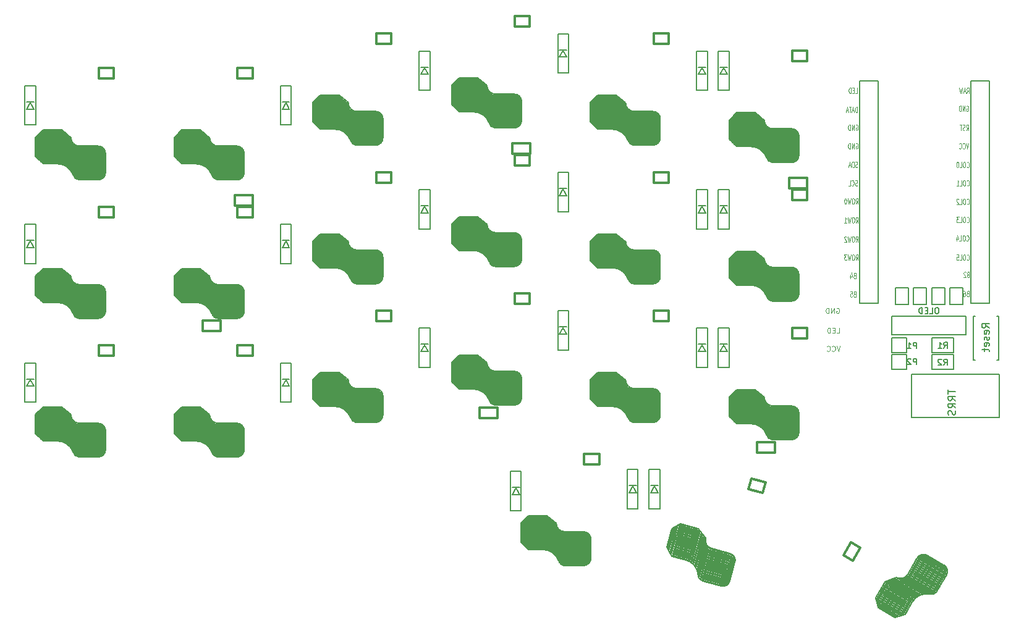
<source format=gbr>
G04 #@! TF.GenerationSoftware,KiCad,Pcbnew,7.0.7*
G04 #@! TF.CreationDate,2023-09-12T18:14:11+01:00*
G04 #@! TF.ProjectId,corne_dark,636f726e-655f-4646-9172-6b2e6b696361,1.0*
G04 #@! TF.SameCoordinates,Original*
G04 #@! TF.FileFunction,Legend,Bot*
G04 #@! TF.FilePolarity,Positive*
%FSLAX46Y46*%
G04 Gerber Fmt 4.6, Leading zero omitted, Abs format (unit mm)*
G04 Created by KiCad (PCBNEW 7.0.7) date 2023-09-12 18:14:11*
%MOMM*%
%LPD*%
G01*
G04 APERTURE LIST*
%ADD10C,0.125000*%
%ADD11C,0.150000*%
%ADD12C,0.300000*%
G04 APERTURE END LIST*
D10*
X172933333Y-108117333D02*
X172700000Y-108817333D01*
X172700000Y-108817333D02*
X172466666Y-108117333D01*
X171833333Y-108750666D02*
X171866666Y-108784000D01*
X171866666Y-108784000D02*
X171966666Y-108817333D01*
X171966666Y-108817333D02*
X172033333Y-108817333D01*
X172033333Y-108817333D02*
X172133333Y-108784000D01*
X172133333Y-108784000D02*
X172200000Y-108717333D01*
X172200000Y-108717333D02*
X172233333Y-108650666D01*
X172233333Y-108650666D02*
X172266666Y-108517333D01*
X172266666Y-108517333D02*
X172266666Y-108417333D01*
X172266666Y-108417333D02*
X172233333Y-108284000D01*
X172233333Y-108284000D02*
X172200000Y-108217333D01*
X172200000Y-108217333D02*
X172133333Y-108150666D01*
X172133333Y-108150666D02*
X172033333Y-108117333D01*
X172033333Y-108117333D02*
X171966666Y-108117333D01*
X171966666Y-108117333D02*
X171866666Y-108150666D01*
X171866666Y-108150666D02*
X171833333Y-108184000D01*
X171133333Y-108750666D02*
X171166666Y-108784000D01*
X171166666Y-108784000D02*
X171266666Y-108817333D01*
X171266666Y-108817333D02*
X171333333Y-108817333D01*
X171333333Y-108817333D02*
X171433333Y-108784000D01*
X171433333Y-108784000D02*
X171500000Y-108717333D01*
X171500000Y-108717333D02*
X171533333Y-108650666D01*
X171533333Y-108650666D02*
X171566666Y-108517333D01*
X171566666Y-108517333D02*
X171566666Y-108417333D01*
X171566666Y-108417333D02*
X171533333Y-108284000D01*
X171533333Y-108284000D02*
X171500000Y-108217333D01*
X171500000Y-108217333D02*
X171433333Y-108150666D01*
X171433333Y-108150666D02*
X171333333Y-108117333D01*
X171333333Y-108117333D02*
X171266666Y-108117333D01*
X171266666Y-108117333D02*
X171166666Y-108150666D01*
X171166666Y-108150666D02*
X171133333Y-108184000D01*
X172433332Y-102950666D02*
X172499999Y-102917333D01*
X172499999Y-102917333D02*
X172599999Y-102917333D01*
X172599999Y-102917333D02*
X172699999Y-102950666D01*
X172699999Y-102950666D02*
X172766666Y-103017333D01*
X172766666Y-103017333D02*
X172799999Y-103084000D01*
X172799999Y-103084000D02*
X172833332Y-103217333D01*
X172833332Y-103217333D02*
X172833332Y-103317333D01*
X172833332Y-103317333D02*
X172799999Y-103450666D01*
X172799999Y-103450666D02*
X172766666Y-103517333D01*
X172766666Y-103517333D02*
X172699999Y-103584000D01*
X172699999Y-103584000D02*
X172599999Y-103617333D01*
X172599999Y-103617333D02*
X172533332Y-103617333D01*
X172533332Y-103617333D02*
X172433332Y-103584000D01*
X172433332Y-103584000D02*
X172399999Y-103550666D01*
X172399999Y-103550666D02*
X172399999Y-103317333D01*
X172399999Y-103317333D02*
X172533332Y-103317333D01*
X172099999Y-103617333D02*
X172099999Y-102917333D01*
X172099999Y-102917333D02*
X171699999Y-103617333D01*
X171699999Y-103617333D02*
X171699999Y-102917333D01*
X171366666Y-103617333D02*
X171366666Y-102917333D01*
X171366666Y-102917333D02*
X171199999Y-102917333D01*
X171199999Y-102917333D02*
X171099999Y-102950666D01*
X171099999Y-102950666D02*
X171033333Y-103017333D01*
X171033333Y-103017333D02*
X170999999Y-103084000D01*
X170999999Y-103084000D02*
X170966666Y-103217333D01*
X170966666Y-103217333D02*
X170966666Y-103317333D01*
X170966666Y-103317333D02*
X170999999Y-103450666D01*
X170999999Y-103450666D02*
X171033333Y-103517333D01*
X171033333Y-103517333D02*
X171099999Y-103584000D01*
X171099999Y-103584000D02*
X171199999Y-103617333D01*
X171199999Y-103617333D02*
X171366666Y-103617333D01*
X172450000Y-106317333D02*
X172783333Y-106317333D01*
X172783333Y-106317333D02*
X172783333Y-105617333D01*
X172216666Y-105950666D02*
X171983333Y-105950666D01*
X171883333Y-106317333D02*
X172216666Y-106317333D01*
X172216666Y-106317333D02*
X172216666Y-105617333D01*
X172216666Y-105617333D02*
X171883333Y-105617333D01*
X171583333Y-106317333D02*
X171583333Y-105617333D01*
X171583333Y-105617333D02*
X171416666Y-105617333D01*
X171416666Y-105617333D02*
X171316666Y-105650666D01*
X171316666Y-105650666D02*
X171250000Y-105717333D01*
X171250000Y-105717333D02*
X171216666Y-105784000D01*
X171216666Y-105784000D02*
X171183333Y-105917333D01*
X171183333Y-105917333D02*
X171183333Y-106017333D01*
X171183333Y-106017333D02*
X171216666Y-106150666D01*
X171216666Y-106150666D02*
X171250000Y-106217333D01*
X171250000Y-106217333D02*
X171316666Y-106284000D01*
X171316666Y-106284000D02*
X171416666Y-106317333D01*
X171416666Y-106317333D02*
X171583333Y-106317333D01*
D11*
X186280495Y-102855416D02*
X186125676Y-102855416D01*
X186125676Y-102855416D02*
X186048266Y-102894121D01*
X186048266Y-102894121D02*
X185970857Y-102971531D01*
X185970857Y-102971531D02*
X185932152Y-103126350D01*
X185932152Y-103126350D02*
X185932152Y-103397283D01*
X185932152Y-103397283D02*
X185970857Y-103552102D01*
X185970857Y-103552102D02*
X186048266Y-103629512D01*
X186048266Y-103629512D02*
X186125676Y-103668216D01*
X186125676Y-103668216D02*
X186280495Y-103668216D01*
X186280495Y-103668216D02*
X186357904Y-103629512D01*
X186357904Y-103629512D02*
X186435314Y-103552102D01*
X186435314Y-103552102D02*
X186474018Y-103397283D01*
X186474018Y-103397283D02*
X186474018Y-103126350D01*
X186474018Y-103126350D02*
X186435314Y-102971531D01*
X186435314Y-102971531D02*
X186357904Y-102894121D01*
X186357904Y-102894121D02*
X186280495Y-102855416D01*
X185196761Y-103668216D02*
X185583809Y-103668216D01*
X185583809Y-103668216D02*
X185583809Y-102855416D01*
X184925828Y-103242464D02*
X184654894Y-103242464D01*
X184538780Y-103668216D02*
X184925828Y-103668216D01*
X184925828Y-103668216D02*
X184925828Y-102855416D01*
X184925828Y-102855416D02*
X184538780Y-102855416D01*
X184190438Y-103668216D02*
X184190438Y-102855416D01*
X184190438Y-102855416D02*
X183996914Y-102855416D01*
X183996914Y-102855416D02*
X183880800Y-102894121D01*
X183880800Y-102894121D02*
X183803390Y-102971531D01*
X183803390Y-102971531D02*
X183764685Y-103048940D01*
X183764685Y-103048940D02*
X183725981Y-103203759D01*
X183725981Y-103203759D02*
X183725981Y-103319873D01*
X183725981Y-103319873D02*
X183764685Y-103474692D01*
X183764685Y-103474692D02*
X183803390Y-103552102D01*
X183803390Y-103552102D02*
X183880800Y-103629512D01*
X183880800Y-103629512D02*
X183996914Y-103668216D01*
X183996914Y-103668216D02*
X184190438Y-103668216D01*
D10*
X190297619Y-88619035D02*
X190321428Y-88654750D01*
X190321428Y-88654750D02*
X190392857Y-88690464D01*
X190392857Y-88690464D02*
X190440476Y-88690464D01*
X190440476Y-88690464D02*
X190511904Y-88654750D01*
X190511904Y-88654750D02*
X190559523Y-88583321D01*
X190559523Y-88583321D02*
X190583333Y-88511892D01*
X190583333Y-88511892D02*
X190607142Y-88369035D01*
X190607142Y-88369035D02*
X190607142Y-88261892D01*
X190607142Y-88261892D02*
X190583333Y-88119035D01*
X190583333Y-88119035D02*
X190559523Y-88047607D01*
X190559523Y-88047607D02*
X190511904Y-87976178D01*
X190511904Y-87976178D02*
X190440476Y-87940464D01*
X190440476Y-87940464D02*
X190392857Y-87940464D01*
X190392857Y-87940464D02*
X190321428Y-87976178D01*
X190321428Y-87976178D02*
X190297619Y-88011892D01*
X189988095Y-87940464D02*
X189892857Y-87940464D01*
X189892857Y-87940464D02*
X189845238Y-87976178D01*
X189845238Y-87976178D02*
X189797619Y-88047607D01*
X189797619Y-88047607D02*
X189773809Y-88190464D01*
X189773809Y-88190464D02*
X189773809Y-88440464D01*
X189773809Y-88440464D02*
X189797619Y-88583321D01*
X189797619Y-88583321D02*
X189845238Y-88654750D01*
X189845238Y-88654750D02*
X189892857Y-88690464D01*
X189892857Y-88690464D02*
X189988095Y-88690464D01*
X189988095Y-88690464D02*
X190035714Y-88654750D01*
X190035714Y-88654750D02*
X190083333Y-88583321D01*
X190083333Y-88583321D02*
X190107142Y-88440464D01*
X190107142Y-88440464D02*
X190107142Y-88190464D01*
X190107142Y-88190464D02*
X190083333Y-88047607D01*
X190083333Y-88047607D02*
X190035714Y-87976178D01*
X190035714Y-87976178D02*
X189988095Y-87940464D01*
X189321428Y-88690464D02*
X189559523Y-88690464D01*
X189559523Y-88690464D02*
X189559523Y-87940464D01*
X189178570Y-88011892D02*
X189154761Y-87976178D01*
X189154761Y-87976178D02*
X189107142Y-87940464D01*
X189107142Y-87940464D02*
X188988094Y-87940464D01*
X188988094Y-87940464D02*
X188940475Y-87976178D01*
X188940475Y-87976178D02*
X188916666Y-88011892D01*
X188916666Y-88011892D02*
X188892856Y-88083321D01*
X188892856Y-88083321D02*
X188892856Y-88154750D01*
X188892856Y-88154750D02*
X188916666Y-88261892D01*
X188916666Y-88261892D02*
X189202380Y-88690464D01*
X189202380Y-88690464D02*
X188892856Y-88690464D01*
X190258452Y-75208178D02*
X190306071Y-75172464D01*
X190306071Y-75172464D02*
X190377500Y-75172464D01*
X190377500Y-75172464D02*
X190448928Y-75208178D01*
X190448928Y-75208178D02*
X190496547Y-75279607D01*
X190496547Y-75279607D02*
X190520357Y-75351035D01*
X190520357Y-75351035D02*
X190544166Y-75493892D01*
X190544166Y-75493892D02*
X190544166Y-75601035D01*
X190544166Y-75601035D02*
X190520357Y-75743892D01*
X190520357Y-75743892D02*
X190496547Y-75815321D01*
X190496547Y-75815321D02*
X190448928Y-75886750D01*
X190448928Y-75886750D02*
X190377500Y-75922464D01*
X190377500Y-75922464D02*
X190329881Y-75922464D01*
X190329881Y-75922464D02*
X190258452Y-75886750D01*
X190258452Y-75886750D02*
X190234643Y-75851035D01*
X190234643Y-75851035D02*
X190234643Y-75601035D01*
X190234643Y-75601035D02*
X190329881Y-75601035D01*
X190020357Y-75922464D02*
X190020357Y-75172464D01*
X190020357Y-75172464D02*
X189734643Y-75922464D01*
X189734643Y-75922464D02*
X189734643Y-75172464D01*
X189496547Y-75922464D02*
X189496547Y-75172464D01*
X189496547Y-75172464D02*
X189377499Y-75172464D01*
X189377499Y-75172464D02*
X189306071Y-75208178D01*
X189306071Y-75208178D02*
X189258452Y-75279607D01*
X189258452Y-75279607D02*
X189234642Y-75351035D01*
X189234642Y-75351035D02*
X189210833Y-75493892D01*
X189210833Y-75493892D02*
X189210833Y-75601035D01*
X189210833Y-75601035D02*
X189234642Y-75743892D01*
X189234642Y-75743892D02*
X189258452Y-75815321D01*
X189258452Y-75815321D02*
X189306071Y-75886750D01*
X189306071Y-75886750D02*
X189377499Y-75922464D01*
X189377499Y-75922464D02*
X189496547Y-75922464D01*
X174903380Y-100993107D02*
X174831952Y-101028821D01*
X174831952Y-101028821D02*
X174808142Y-101064535D01*
X174808142Y-101064535D02*
X174784333Y-101135964D01*
X174784333Y-101135964D02*
X174784333Y-101243107D01*
X174784333Y-101243107D02*
X174808142Y-101314535D01*
X174808142Y-101314535D02*
X174831952Y-101350250D01*
X174831952Y-101350250D02*
X174879571Y-101385964D01*
X174879571Y-101385964D02*
X175070047Y-101385964D01*
X175070047Y-101385964D02*
X175070047Y-100635964D01*
X175070047Y-100635964D02*
X174903380Y-100635964D01*
X174903380Y-100635964D02*
X174855761Y-100671678D01*
X174855761Y-100671678D02*
X174831952Y-100707392D01*
X174831952Y-100707392D02*
X174808142Y-100778821D01*
X174808142Y-100778821D02*
X174808142Y-100850250D01*
X174808142Y-100850250D02*
X174831952Y-100921678D01*
X174831952Y-100921678D02*
X174855761Y-100957392D01*
X174855761Y-100957392D02*
X174903380Y-100993107D01*
X174903380Y-100993107D02*
X175070047Y-100993107D01*
X174331952Y-100635964D02*
X174570047Y-100635964D01*
X174570047Y-100635964D02*
X174593856Y-100993107D01*
X174593856Y-100993107D02*
X174570047Y-100957392D01*
X174570047Y-100957392D02*
X174522428Y-100921678D01*
X174522428Y-100921678D02*
X174403380Y-100921678D01*
X174403380Y-100921678D02*
X174355761Y-100957392D01*
X174355761Y-100957392D02*
X174331952Y-100993107D01*
X174331952Y-100993107D02*
X174308142Y-101064535D01*
X174308142Y-101064535D02*
X174308142Y-101243107D01*
X174308142Y-101243107D02*
X174331952Y-101314535D01*
X174331952Y-101314535D02*
X174355761Y-101350250D01*
X174355761Y-101350250D02*
X174403380Y-101385964D01*
X174403380Y-101385964D02*
X174522428Y-101385964D01*
X174522428Y-101385964D02*
X174570047Y-101350250D01*
X174570047Y-101350250D02*
X174593856Y-101314535D01*
X190297619Y-83569035D02*
X190321428Y-83604750D01*
X190321428Y-83604750D02*
X190392857Y-83640464D01*
X190392857Y-83640464D02*
X190440476Y-83640464D01*
X190440476Y-83640464D02*
X190511904Y-83604750D01*
X190511904Y-83604750D02*
X190559523Y-83533321D01*
X190559523Y-83533321D02*
X190583333Y-83461892D01*
X190583333Y-83461892D02*
X190607142Y-83319035D01*
X190607142Y-83319035D02*
X190607142Y-83211892D01*
X190607142Y-83211892D02*
X190583333Y-83069035D01*
X190583333Y-83069035D02*
X190559523Y-82997607D01*
X190559523Y-82997607D02*
X190511904Y-82926178D01*
X190511904Y-82926178D02*
X190440476Y-82890464D01*
X190440476Y-82890464D02*
X190392857Y-82890464D01*
X190392857Y-82890464D02*
X190321428Y-82926178D01*
X190321428Y-82926178D02*
X190297619Y-82961892D01*
X189988095Y-82890464D02*
X189892857Y-82890464D01*
X189892857Y-82890464D02*
X189845238Y-82926178D01*
X189845238Y-82926178D02*
X189797619Y-82997607D01*
X189797619Y-82997607D02*
X189773809Y-83140464D01*
X189773809Y-83140464D02*
X189773809Y-83390464D01*
X189773809Y-83390464D02*
X189797619Y-83533321D01*
X189797619Y-83533321D02*
X189845238Y-83604750D01*
X189845238Y-83604750D02*
X189892857Y-83640464D01*
X189892857Y-83640464D02*
X189988095Y-83640464D01*
X189988095Y-83640464D02*
X190035714Y-83604750D01*
X190035714Y-83604750D02*
X190083333Y-83533321D01*
X190083333Y-83533321D02*
X190107142Y-83390464D01*
X190107142Y-83390464D02*
X190107142Y-83140464D01*
X190107142Y-83140464D02*
X190083333Y-82997607D01*
X190083333Y-82997607D02*
X190035714Y-82926178D01*
X190035714Y-82926178D02*
X189988095Y-82890464D01*
X189321428Y-83640464D02*
X189559523Y-83640464D01*
X189559523Y-83640464D02*
X189559523Y-82890464D01*
X189059523Y-82890464D02*
X189011904Y-82890464D01*
X189011904Y-82890464D02*
X188964285Y-82926178D01*
X188964285Y-82926178D02*
X188940475Y-82961892D01*
X188940475Y-82961892D02*
X188916666Y-83033321D01*
X188916666Y-83033321D02*
X188892856Y-83176178D01*
X188892856Y-83176178D02*
X188892856Y-83354750D01*
X188892856Y-83354750D02*
X188916666Y-83497607D01*
X188916666Y-83497607D02*
X188940475Y-83569035D01*
X188940475Y-83569035D02*
X188964285Y-83604750D01*
X188964285Y-83604750D02*
X189011904Y-83640464D01*
X189011904Y-83640464D02*
X189059523Y-83640464D01*
X189059523Y-83640464D02*
X189107142Y-83604750D01*
X189107142Y-83604750D02*
X189130951Y-83569035D01*
X189130951Y-83569035D02*
X189154761Y-83497607D01*
X189154761Y-83497607D02*
X189178570Y-83354750D01*
X189178570Y-83354750D02*
X189178570Y-83176178D01*
X189178570Y-83176178D02*
X189154761Y-83033321D01*
X189154761Y-83033321D02*
X189130951Y-82961892D01*
X189130951Y-82961892D02*
X189107142Y-82926178D01*
X189107142Y-82926178D02*
X189059523Y-82890464D01*
X190460880Y-98326107D02*
X190389452Y-98361821D01*
X190389452Y-98361821D02*
X190365642Y-98397535D01*
X190365642Y-98397535D02*
X190341833Y-98468964D01*
X190341833Y-98468964D02*
X190341833Y-98576107D01*
X190341833Y-98576107D02*
X190365642Y-98647535D01*
X190365642Y-98647535D02*
X190389452Y-98683250D01*
X190389452Y-98683250D02*
X190437071Y-98718964D01*
X190437071Y-98718964D02*
X190627547Y-98718964D01*
X190627547Y-98718964D02*
X190627547Y-97968964D01*
X190627547Y-97968964D02*
X190460880Y-97968964D01*
X190460880Y-97968964D02*
X190413261Y-98004678D01*
X190413261Y-98004678D02*
X190389452Y-98040392D01*
X190389452Y-98040392D02*
X190365642Y-98111821D01*
X190365642Y-98111821D02*
X190365642Y-98183250D01*
X190365642Y-98183250D02*
X190389452Y-98254678D01*
X190389452Y-98254678D02*
X190413261Y-98290392D01*
X190413261Y-98290392D02*
X190460880Y-98326107D01*
X190460880Y-98326107D02*
X190627547Y-98326107D01*
X190151356Y-98040392D02*
X190127547Y-98004678D01*
X190127547Y-98004678D02*
X190079928Y-97968964D01*
X190079928Y-97968964D02*
X189960880Y-97968964D01*
X189960880Y-97968964D02*
X189913261Y-98004678D01*
X189913261Y-98004678D02*
X189889452Y-98040392D01*
X189889452Y-98040392D02*
X189865642Y-98111821D01*
X189865642Y-98111821D02*
X189865642Y-98183250D01*
X189865642Y-98183250D02*
X189889452Y-98290392D01*
X189889452Y-98290392D02*
X190175166Y-98718964D01*
X190175166Y-98718964D02*
X189865642Y-98718964D01*
X175080952Y-91225964D02*
X175247618Y-90868821D01*
X175366666Y-91225964D02*
X175366666Y-90475964D01*
X175366666Y-90475964D02*
X175176190Y-90475964D01*
X175176190Y-90475964D02*
X175128571Y-90511678D01*
X175128571Y-90511678D02*
X175104761Y-90547392D01*
X175104761Y-90547392D02*
X175080952Y-90618821D01*
X175080952Y-90618821D02*
X175080952Y-90725964D01*
X175080952Y-90725964D02*
X175104761Y-90797392D01*
X175104761Y-90797392D02*
X175128571Y-90833107D01*
X175128571Y-90833107D02*
X175176190Y-90868821D01*
X175176190Y-90868821D02*
X175366666Y-90868821D01*
X174771428Y-90475964D02*
X174676190Y-90475964D01*
X174676190Y-90475964D02*
X174628571Y-90511678D01*
X174628571Y-90511678D02*
X174580952Y-90583107D01*
X174580952Y-90583107D02*
X174557142Y-90725964D01*
X174557142Y-90725964D02*
X174557142Y-90975964D01*
X174557142Y-90975964D02*
X174580952Y-91118821D01*
X174580952Y-91118821D02*
X174628571Y-91190250D01*
X174628571Y-91190250D02*
X174676190Y-91225964D01*
X174676190Y-91225964D02*
X174771428Y-91225964D01*
X174771428Y-91225964D02*
X174819047Y-91190250D01*
X174819047Y-91190250D02*
X174866666Y-91118821D01*
X174866666Y-91118821D02*
X174890475Y-90975964D01*
X174890475Y-90975964D02*
X174890475Y-90725964D01*
X174890475Y-90725964D02*
X174866666Y-90583107D01*
X174866666Y-90583107D02*
X174819047Y-90511678D01*
X174819047Y-90511678D02*
X174771428Y-90475964D01*
X174390475Y-90475964D02*
X174271427Y-91225964D01*
X174271427Y-91225964D02*
X174176189Y-90690250D01*
X174176189Y-90690250D02*
X174080951Y-91225964D01*
X174080951Y-91225964D02*
X173961904Y-90475964D01*
X173509522Y-91225964D02*
X173795236Y-91225964D01*
X173652379Y-91225964D02*
X173652379Y-90475964D01*
X173652379Y-90475964D02*
X173699998Y-90583107D01*
X173699998Y-90583107D02*
X173747617Y-90654535D01*
X173747617Y-90654535D02*
X173795236Y-90690250D01*
X175080952Y-96340464D02*
X175247618Y-95983321D01*
X175366666Y-96340464D02*
X175366666Y-95590464D01*
X175366666Y-95590464D02*
X175176190Y-95590464D01*
X175176190Y-95590464D02*
X175128571Y-95626178D01*
X175128571Y-95626178D02*
X175104761Y-95661892D01*
X175104761Y-95661892D02*
X175080952Y-95733321D01*
X175080952Y-95733321D02*
X175080952Y-95840464D01*
X175080952Y-95840464D02*
X175104761Y-95911892D01*
X175104761Y-95911892D02*
X175128571Y-95947607D01*
X175128571Y-95947607D02*
X175176190Y-95983321D01*
X175176190Y-95983321D02*
X175366666Y-95983321D01*
X174771428Y-95590464D02*
X174676190Y-95590464D01*
X174676190Y-95590464D02*
X174628571Y-95626178D01*
X174628571Y-95626178D02*
X174580952Y-95697607D01*
X174580952Y-95697607D02*
X174557142Y-95840464D01*
X174557142Y-95840464D02*
X174557142Y-96090464D01*
X174557142Y-96090464D02*
X174580952Y-96233321D01*
X174580952Y-96233321D02*
X174628571Y-96304750D01*
X174628571Y-96304750D02*
X174676190Y-96340464D01*
X174676190Y-96340464D02*
X174771428Y-96340464D01*
X174771428Y-96340464D02*
X174819047Y-96304750D01*
X174819047Y-96304750D02*
X174866666Y-96233321D01*
X174866666Y-96233321D02*
X174890475Y-96090464D01*
X174890475Y-96090464D02*
X174890475Y-95840464D01*
X174890475Y-95840464D02*
X174866666Y-95697607D01*
X174866666Y-95697607D02*
X174819047Y-95626178D01*
X174819047Y-95626178D02*
X174771428Y-95590464D01*
X174390475Y-95590464D02*
X174271427Y-96340464D01*
X174271427Y-96340464D02*
X174176189Y-95804750D01*
X174176189Y-95804750D02*
X174080951Y-96340464D01*
X174080951Y-96340464D02*
X173961904Y-95590464D01*
X173819046Y-95590464D02*
X173509522Y-95590464D01*
X173509522Y-95590464D02*
X173676189Y-95876178D01*
X173676189Y-95876178D02*
X173604760Y-95876178D01*
X173604760Y-95876178D02*
X173557141Y-95911892D01*
X173557141Y-95911892D02*
X173533332Y-95947607D01*
X173533332Y-95947607D02*
X173509522Y-96019035D01*
X173509522Y-96019035D02*
X173509522Y-96197607D01*
X173509522Y-96197607D02*
X173533332Y-96269035D01*
X173533332Y-96269035D02*
X173557141Y-96304750D01*
X173557141Y-96304750D02*
X173604760Y-96340464D01*
X173604760Y-96340464D02*
X173747617Y-96340464D01*
X173747617Y-96340464D02*
X173795236Y-96304750D01*
X173795236Y-96304750D02*
X173819046Y-96269035D01*
X190247619Y-93631035D02*
X190271428Y-93666750D01*
X190271428Y-93666750D02*
X190342857Y-93702464D01*
X190342857Y-93702464D02*
X190390476Y-93702464D01*
X190390476Y-93702464D02*
X190461904Y-93666750D01*
X190461904Y-93666750D02*
X190509523Y-93595321D01*
X190509523Y-93595321D02*
X190533333Y-93523892D01*
X190533333Y-93523892D02*
X190557142Y-93381035D01*
X190557142Y-93381035D02*
X190557142Y-93273892D01*
X190557142Y-93273892D02*
X190533333Y-93131035D01*
X190533333Y-93131035D02*
X190509523Y-93059607D01*
X190509523Y-93059607D02*
X190461904Y-92988178D01*
X190461904Y-92988178D02*
X190390476Y-92952464D01*
X190390476Y-92952464D02*
X190342857Y-92952464D01*
X190342857Y-92952464D02*
X190271428Y-92988178D01*
X190271428Y-92988178D02*
X190247619Y-93023892D01*
X189938095Y-92952464D02*
X189842857Y-92952464D01*
X189842857Y-92952464D02*
X189795238Y-92988178D01*
X189795238Y-92988178D02*
X189747619Y-93059607D01*
X189747619Y-93059607D02*
X189723809Y-93202464D01*
X189723809Y-93202464D02*
X189723809Y-93452464D01*
X189723809Y-93452464D02*
X189747619Y-93595321D01*
X189747619Y-93595321D02*
X189795238Y-93666750D01*
X189795238Y-93666750D02*
X189842857Y-93702464D01*
X189842857Y-93702464D02*
X189938095Y-93702464D01*
X189938095Y-93702464D02*
X189985714Y-93666750D01*
X189985714Y-93666750D02*
X190033333Y-93595321D01*
X190033333Y-93595321D02*
X190057142Y-93452464D01*
X190057142Y-93452464D02*
X190057142Y-93202464D01*
X190057142Y-93202464D02*
X190033333Y-93059607D01*
X190033333Y-93059607D02*
X189985714Y-92988178D01*
X189985714Y-92988178D02*
X189938095Y-92952464D01*
X189271428Y-93702464D02*
X189509523Y-93702464D01*
X189509523Y-93702464D02*
X189509523Y-92952464D01*
X188890475Y-93202464D02*
X188890475Y-93702464D01*
X189009523Y-92916750D02*
X189128570Y-93452464D01*
X189128570Y-93452464D02*
X188819047Y-93452464D01*
X175022428Y-73445964D02*
X175260523Y-73445964D01*
X175260523Y-73445964D02*
X175260523Y-72695964D01*
X174855761Y-73053107D02*
X174689094Y-73053107D01*
X174617666Y-73445964D02*
X174855761Y-73445964D01*
X174855761Y-73445964D02*
X174855761Y-72695964D01*
X174855761Y-72695964D02*
X174617666Y-72695964D01*
X174403380Y-73445964D02*
X174403380Y-72695964D01*
X174403380Y-72695964D02*
X174284332Y-72695964D01*
X174284332Y-72695964D02*
X174212904Y-72731678D01*
X174212904Y-72731678D02*
X174165285Y-72803107D01*
X174165285Y-72803107D02*
X174141475Y-72874535D01*
X174141475Y-72874535D02*
X174117666Y-73017392D01*
X174117666Y-73017392D02*
X174117666Y-73124535D01*
X174117666Y-73124535D02*
X174141475Y-73267392D01*
X174141475Y-73267392D02*
X174165285Y-73338821D01*
X174165285Y-73338821D02*
X174212904Y-73410250D01*
X174212904Y-73410250D02*
X174284332Y-73445964D01*
X174284332Y-73445964D02*
X174403380Y-73445964D01*
X190286238Y-73445964D02*
X190452904Y-73088821D01*
X190571952Y-73445964D02*
X190571952Y-72695964D01*
X190571952Y-72695964D02*
X190381476Y-72695964D01*
X190381476Y-72695964D02*
X190333857Y-72731678D01*
X190333857Y-72731678D02*
X190310047Y-72767392D01*
X190310047Y-72767392D02*
X190286238Y-72838821D01*
X190286238Y-72838821D02*
X190286238Y-72945964D01*
X190286238Y-72945964D02*
X190310047Y-73017392D01*
X190310047Y-73017392D02*
X190333857Y-73053107D01*
X190333857Y-73053107D02*
X190381476Y-73088821D01*
X190381476Y-73088821D02*
X190571952Y-73088821D01*
X190095761Y-73231678D02*
X189857666Y-73231678D01*
X190143380Y-73445964D02*
X189976714Y-72695964D01*
X189976714Y-72695964D02*
X189810047Y-73445964D01*
X189691000Y-72695964D02*
X189571952Y-73445964D01*
X189571952Y-73445964D02*
X189476714Y-72910250D01*
X189476714Y-72910250D02*
X189381476Y-73445964D01*
X189381476Y-73445964D02*
X189262429Y-72695964D01*
X190297619Y-96269035D02*
X190321428Y-96304750D01*
X190321428Y-96304750D02*
X190392857Y-96340464D01*
X190392857Y-96340464D02*
X190440476Y-96340464D01*
X190440476Y-96340464D02*
X190511904Y-96304750D01*
X190511904Y-96304750D02*
X190559523Y-96233321D01*
X190559523Y-96233321D02*
X190583333Y-96161892D01*
X190583333Y-96161892D02*
X190607142Y-96019035D01*
X190607142Y-96019035D02*
X190607142Y-95911892D01*
X190607142Y-95911892D02*
X190583333Y-95769035D01*
X190583333Y-95769035D02*
X190559523Y-95697607D01*
X190559523Y-95697607D02*
X190511904Y-95626178D01*
X190511904Y-95626178D02*
X190440476Y-95590464D01*
X190440476Y-95590464D02*
X190392857Y-95590464D01*
X190392857Y-95590464D02*
X190321428Y-95626178D01*
X190321428Y-95626178D02*
X190297619Y-95661892D01*
X189988095Y-95590464D02*
X189892857Y-95590464D01*
X189892857Y-95590464D02*
X189845238Y-95626178D01*
X189845238Y-95626178D02*
X189797619Y-95697607D01*
X189797619Y-95697607D02*
X189773809Y-95840464D01*
X189773809Y-95840464D02*
X189773809Y-96090464D01*
X189773809Y-96090464D02*
X189797619Y-96233321D01*
X189797619Y-96233321D02*
X189845238Y-96304750D01*
X189845238Y-96304750D02*
X189892857Y-96340464D01*
X189892857Y-96340464D02*
X189988095Y-96340464D01*
X189988095Y-96340464D02*
X190035714Y-96304750D01*
X190035714Y-96304750D02*
X190083333Y-96233321D01*
X190083333Y-96233321D02*
X190107142Y-96090464D01*
X190107142Y-96090464D02*
X190107142Y-95840464D01*
X190107142Y-95840464D02*
X190083333Y-95697607D01*
X190083333Y-95697607D02*
X190035714Y-95626178D01*
X190035714Y-95626178D02*
X189988095Y-95590464D01*
X189321428Y-96340464D02*
X189559523Y-96340464D01*
X189559523Y-96340464D02*
X189559523Y-95590464D01*
X188916666Y-95590464D02*
X189154761Y-95590464D01*
X189154761Y-95590464D02*
X189178570Y-95947607D01*
X189178570Y-95947607D02*
X189154761Y-95911892D01*
X189154761Y-95911892D02*
X189107142Y-95876178D01*
X189107142Y-95876178D02*
X188988094Y-95876178D01*
X188988094Y-95876178D02*
X188940475Y-95911892D01*
X188940475Y-95911892D02*
X188916666Y-95947607D01*
X188916666Y-95947607D02*
X188892856Y-96019035D01*
X188892856Y-96019035D02*
X188892856Y-96197607D01*
X188892856Y-96197607D02*
X188916666Y-96269035D01*
X188916666Y-96269035D02*
X188940475Y-96304750D01*
X188940475Y-96304750D02*
X188988094Y-96340464D01*
X188988094Y-96340464D02*
X189107142Y-96340464D01*
X189107142Y-96340464D02*
X189154761Y-96304750D01*
X189154761Y-96304750D02*
X189178570Y-96269035D01*
X190544165Y-80315964D02*
X190377499Y-81065964D01*
X190377499Y-81065964D02*
X190210832Y-80315964D01*
X189758452Y-80994535D02*
X189782261Y-81030250D01*
X189782261Y-81030250D02*
X189853690Y-81065964D01*
X189853690Y-81065964D02*
X189901309Y-81065964D01*
X189901309Y-81065964D02*
X189972737Y-81030250D01*
X189972737Y-81030250D02*
X190020356Y-80958821D01*
X190020356Y-80958821D02*
X190044166Y-80887392D01*
X190044166Y-80887392D02*
X190067975Y-80744535D01*
X190067975Y-80744535D02*
X190067975Y-80637392D01*
X190067975Y-80637392D02*
X190044166Y-80494535D01*
X190044166Y-80494535D02*
X190020356Y-80423107D01*
X190020356Y-80423107D02*
X189972737Y-80351678D01*
X189972737Y-80351678D02*
X189901309Y-80315964D01*
X189901309Y-80315964D02*
X189853690Y-80315964D01*
X189853690Y-80315964D02*
X189782261Y-80351678D01*
X189782261Y-80351678D02*
X189758452Y-80387392D01*
X189258452Y-80994535D02*
X189282261Y-81030250D01*
X189282261Y-81030250D02*
X189353690Y-81065964D01*
X189353690Y-81065964D02*
X189401309Y-81065964D01*
X189401309Y-81065964D02*
X189472737Y-81030250D01*
X189472737Y-81030250D02*
X189520356Y-80958821D01*
X189520356Y-80958821D02*
X189544166Y-80887392D01*
X189544166Y-80887392D02*
X189567975Y-80744535D01*
X189567975Y-80744535D02*
X189567975Y-80637392D01*
X189567975Y-80637392D02*
X189544166Y-80494535D01*
X189544166Y-80494535D02*
X189520356Y-80423107D01*
X189520356Y-80423107D02*
X189472737Y-80351678D01*
X189472737Y-80351678D02*
X189401309Y-80315964D01*
X189401309Y-80315964D02*
X189353690Y-80315964D01*
X189353690Y-80315964D02*
X189282261Y-80351678D01*
X189282261Y-80351678D02*
X189258452Y-80387392D01*
X190214809Y-78525964D02*
X190381475Y-78168821D01*
X190500523Y-78525964D02*
X190500523Y-77775964D01*
X190500523Y-77775964D02*
X190310047Y-77775964D01*
X190310047Y-77775964D02*
X190262428Y-77811678D01*
X190262428Y-77811678D02*
X190238618Y-77847392D01*
X190238618Y-77847392D02*
X190214809Y-77918821D01*
X190214809Y-77918821D02*
X190214809Y-78025964D01*
X190214809Y-78025964D02*
X190238618Y-78097392D01*
X190238618Y-78097392D02*
X190262428Y-78133107D01*
X190262428Y-78133107D02*
X190310047Y-78168821D01*
X190310047Y-78168821D02*
X190500523Y-78168821D01*
X190024332Y-78490250D02*
X189952904Y-78525964D01*
X189952904Y-78525964D02*
X189833856Y-78525964D01*
X189833856Y-78525964D02*
X189786237Y-78490250D01*
X189786237Y-78490250D02*
X189762428Y-78454535D01*
X189762428Y-78454535D02*
X189738618Y-78383107D01*
X189738618Y-78383107D02*
X189738618Y-78311678D01*
X189738618Y-78311678D02*
X189762428Y-78240250D01*
X189762428Y-78240250D02*
X189786237Y-78204535D01*
X189786237Y-78204535D02*
X189833856Y-78168821D01*
X189833856Y-78168821D02*
X189929094Y-78133107D01*
X189929094Y-78133107D02*
X189976713Y-78097392D01*
X189976713Y-78097392D02*
X190000523Y-78061678D01*
X190000523Y-78061678D02*
X190024332Y-77990250D01*
X190024332Y-77990250D02*
X190024332Y-77918821D01*
X190024332Y-77918821D02*
X190000523Y-77847392D01*
X190000523Y-77847392D02*
X189976713Y-77811678D01*
X189976713Y-77811678D02*
X189929094Y-77775964D01*
X189929094Y-77775964D02*
X189810047Y-77775964D01*
X189810047Y-77775964D02*
X189738618Y-77811678D01*
X189595761Y-77775964D02*
X189310047Y-77775964D01*
X189452904Y-78525964D02*
X189452904Y-77775964D01*
X175080952Y-93829464D02*
X175247618Y-93472321D01*
X175366666Y-93829464D02*
X175366666Y-93079464D01*
X175366666Y-93079464D02*
X175176190Y-93079464D01*
X175176190Y-93079464D02*
X175128571Y-93115178D01*
X175128571Y-93115178D02*
X175104761Y-93150892D01*
X175104761Y-93150892D02*
X175080952Y-93222321D01*
X175080952Y-93222321D02*
X175080952Y-93329464D01*
X175080952Y-93329464D02*
X175104761Y-93400892D01*
X175104761Y-93400892D02*
X175128571Y-93436607D01*
X175128571Y-93436607D02*
X175176190Y-93472321D01*
X175176190Y-93472321D02*
X175366666Y-93472321D01*
X174771428Y-93079464D02*
X174676190Y-93079464D01*
X174676190Y-93079464D02*
X174628571Y-93115178D01*
X174628571Y-93115178D02*
X174580952Y-93186607D01*
X174580952Y-93186607D02*
X174557142Y-93329464D01*
X174557142Y-93329464D02*
X174557142Y-93579464D01*
X174557142Y-93579464D02*
X174580952Y-93722321D01*
X174580952Y-93722321D02*
X174628571Y-93793750D01*
X174628571Y-93793750D02*
X174676190Y-93829464D01*
X174676190Y-93829464D02*
X174771428Y-93829464D01*
X174771428Y-93829464D02*
X174819047Y-93793750D01*
X174819047Y-93793750D02*
X174866666Y-93722321D01*
X174866666Y-93722321D02*
X174890475Y-93579464D01*
X174890475Y-93579464D02*
X174890475Y-93329464D01*
X174890475Y-93329464D02*
X174866666Y-93186607D01*
X174866666Y-93186607D02*
X174819047Y-93115178D01*
X174819047Y-93115178D02*
X174771428Y-93079464D01*
X174390475Y-93079464D02*
X174271427Y-93829464D01*
X174271427Y-93829464D02*
X174176189Y-93293750D01*
X174176189Y-93293750D02*
X174080951Y-93829464D01*
X174080951Y-93829464D02*
X173961904Y-93079464D01*
X173795236Y-93150892D02*
X173771427Y-93115178D01*
X173771427Y-93115178D02*
X173723808Y-93079464D01*
X173723808Y-93079464D02*
X173604760Y-93079464D01*
X173604760Y-93079464D02*
X173557141Y-93115178D01*
X173557141Y-93115178D02*
X173533332Y-93150892D01*
X173533332Y-93150892D02*
X173509522Y-93222321D01*
X173509522Y-93222321D02*
X173509522Y-93293750D01*
X173509522Y-93293750D02*
X173533332Y-93400892D01*
X173533332Y-93400892D02*
X173819046Y-93829464D01*
X173819046Y-93829464D02*
X173509522Y-93829464D01*
X190297619Y-91119035D02*
X190321428Y-91154750D01*
X190321428Y-91154750D02*
X190392857Y-91190464D01*
X190392857Y-91190464D02*
X190440476Y-91190464D01*
X190440476Y-91190464D02*
X190511904Y-91154750D01*
X190511904Y-91154750D02*
X190559523Y-91083321D01*
X190559523Y-91083321D02*
X190583333Y-91011892D01*
X190583333Y-91011892D02*
X190607142Y-90869035D01*
X190607142Y-90869035D02*
X190607142Y-90761892D01*
X190607142Y-90761892D02*
X190583333Y-90619035D01*
X190583333Y-90619035D02*
X190559523Y-90547607D01*
X190559523Y-90547607D02*
X190511904Y-90476178D01*
X190511904Y-90476178D02*
X190440476Y-90440464D01*
X190440476Y-90440464D02*
X190392857Y-90440464D01*
X190392857Y-90440464D02*
X190321428Y-90476178D01*
X190321428Y-90476178D02*
X190297619Y-90511892D01*
X189988095Y-90440464D02*
X189892857Y-90440464D01*
X189892857Y-90440464D02*
X189845238Y-90476178D01*
X189845238Y-90476178D02*
X189797619Y-90547607D01*
X189797619Y-90547607D02*
X189773809Y-90690464D01*
X189773809Y-90690464D02*
X189773809Y-90940464D01*
X189773809Y-90940464D02*
X189797619Y-91083321D01*
X189797619Y-91083321D02*
X189845238Y-91154750D01*
X189845238Y-91154750D02*
X189892857Y-91190464D01*
X189892857Y-91190464D02*
X189988095Y-91190464D01*
X189988095Y-91190464D02*
X190035714Y-91154750D01*
X190035714Y-91154750D02*
X190083333Y-91083321D01*
X190083333Y-91083321D02*
X190107142Y-90940464D01*
X190107142Y-90940464D02*
X190107142Y-90690464D01*
X190107142Y-90690464D02*
X190083333Y-90547607D01*
X190083333Y-90547607D02*
X190035714Y-90476178D01*
X190035714Y-90476178D02*
X189988095Y-90440464D01*
X189321428Y-91190464D02*
X189559523Y-91190464D01*
X189559523Y-91190464D02*
X189559523Y-90440464D01*
X189202380Y-90440464D02*
X188892856Y-90440464D01*
X188892856Y-90440464D02*
X189059523Y-90726178D01*
X189059523Y-90726178D02*
X188988094Y-90726178D01*
X188988094Y-90726178D02*
X188940475Y-90761892D01*
X188940475Y-90761892D02*
X188916666Y-90797607D01*
X188916666Y-90797607D02*
X188892856Y-90869035D01*
X188892856Y-90869035D02*
X188892856Y-91047607D01*
X188892856Y-91047607D02*
X188916666Y-91119035D01*
X188916666Y-91119035D02*
X188940475Y-91154750D01*
X188940475Y-91154750D02*
X188988094Y-91190464D01*
X188988094Y-91190464D02*
X189130951Y-91190464D01*
X189130951Y-91190464D02*
X189178570Y-91154750D01*
X189178570Y-91154750D02*
X189202380Y-91119035D01*
X190397380Y-100929607D02*
X190325952Y-100965321D01*
X190325952Y-100965321D02*
X190302142Y-101001035D01*
X190302142Y-101001035D02*
X190278333Y-101072464D01*
X190278333Y-101072464D02*
X190278333Y-101179607D01*
X190278333Y-101179607D02*
X190302142Y-101251035D01*
X190302142Y-101251035D02*
X190325952Y-101286750D01*
X190325952Y-101286750D02*
X190373571Y-101322464D01*
X190373571Y-101322464D02*
X190564047Y-101322464D01*
X190564047Y-101322464D02*
X190564047Y-100572464D01*
X190564047Y-100572464D02*
X190397380Y-100572464D01*
X190397380Y-100572464D02*
X190349761Y-100608178D01*
X190349761Y-100608178D02*
X190325952Y-100643892D01*
X190325952Y-100643892D02*
X190302142Y-100715321D01*
X190302142Y-100715321D02*
X190302142Y-100786750D01*
X190302142Y-100786750D02*
X190325952Y-100858178D01*
X190325952Y-100858178D02*
X190349761Y-100893892D01*
X190349761Y-100893892D02*
X190397380Y-100929607D01*
X190397380Y-100929607D02*
X190564047Y-100929607D01*
X189849761Y-100572464D02*
X189944999Y-100572464D01*
X189944999Y-100572464D02*
X189992618Y-100608178D01*
X189992618Y-100608178D02*
X190016428Y-100643892D01*
X190016428Y-100643892D02*
X190064047Y-100751035D01*
X190064047Y-100751035D02*
X190087856Y-100893892D01*
X190087856Y-100893892D02*
X190087856Y-101179607D01*
X190087856Y-101179607D02*
X190064047Y-101251035D01*
X190064047Y-101251035D02*
X190040237Y-101286750D01*
X190040237Y-101286750D02*
X189992618Y-101322464D01*
X189992618Y-101322464D02*
X189897380Y-101322464D01*
X189897380Y-101322464D02*
X189849761Y-101286750D01*
X189849761Y-101286750D02*
X189825952Y-101251035D01*
X189825952Y-101251035D02*
X189802142Y-101179607D01*
X189802142Y-101179607D02*
X189802142Y-101001035D01*
X189802142Y-101001035D02*
X189825952Y-100929607D01*
X189825952Y-100929607D02*
X189849761Y-100893892D01*
X189849761Y-100893892D02*
X189897380Y-100858178D01*
X189897380Y-100858178D02*
X189992618Y-100858178D01*
X189992618Y-100858178D02*
X190040237Y-100893892D01*
X190040237Y-100893892D02*
X190064047Y-100929607D01*
X190064047Y-100929607D02*
X190087856Y-101001035D01*
X175080952Y-88622464D02*
X175247618Y-88265321D01*
X175366666Y-88622464D02*
X175366666Y-87872464D01*
X175366666Y-87872464D02*
X175176190Y-87872464D01*
X175176190Y-87872464D02*
X175128571Y-87908178D01*
X175128571Y-87908178D02*
X175104761Y-87943892D01*
X175104761Y-87943892D02*
X175080952Y-88015321D01*
X175080952Y-88015321D02*
X175080952Y-88122464D01*
X175080952Y-88122464D02*
X175104761Y-88193892D01*
X175104761Y-88193892D02*
X175128571Y-88229607D01*
X175128571Y-88229607D02*
X175176190Y-88265321D01*
X175176190Y-88265321D02*
X175366666Y-88265321D01*
X174771428Y-87872464D02*
X174676190Y-87872464D01*
X174676190Y-87872464D02*
X174628571Y-87908178D01*
X174628571Y-87908178D02*
X174580952Y-87979607D01*
X174580952Y-87979607D02*
X174557142Y-88122464D01*
X174557142Y-88122464D02*
X174557142Y-88372464D01*
X174557142Y-88372464D02*
X174580952Y-88515321D01*
X174580952Y-88515321D02*
X174628571Y-88586750D01*
X174628571Y-88586750D02*
X174676190Y-88622464D01*
X174676190Y-88622464D02*
X174771428Y-88622464D01*
X174771428Y-88622464D02*
X174819047Y-88586750D01*
X174819047Y-88586750D02*
X174866666Y-88515321D01*
X174866666Y-88515321D02*
X174890475Y-88372464D01*
X174890475Y-88372464D02*
X174890475Y-88122464D01*
X174890475Y-88122464D02*
X174866666Y-87979607D01*
X174866666Y-87979607D02*
X174819047Y-87908178D01*
X174819047Y-87908178D02*
X174771428Y-87872464D01*
X174390475Y-87872464D02*
X174271427Y-88622464D01*
X174271427Y-88622464D02*
X174176189Y-88086750D01*
X174176189Y-88086750D02*
X174080951Y-88622464D01*
X174080951Y-88622464D02*
X173961904Y-87872464D01*
X173676189Y-87872464D02*
X173628570Y-87872464D01*
X173628570Y-87872464D02*
X173580951Y-87908178D01*
X173580951Y-87908178D02*
X173557141Y-87943892D01*
X173557141Y-87943892D02*
X173533332Y-88015321D01*
X173533332Y-88015321D02*
X173509522Y-88158178D01*
X173509522Y-88158178D02*
X173509522Y-88336750D01*
X173509522Y-88336750D02*
X173533332Y-88479607D01*
X173533332Y-88479607D02*
X173557141Y-88551035D01*
X173557141Y-88551035D02*
X173580951Y-88586750D01*
X173580951Y-88586750D02*
X173628570Y-88622464D01*
X173628570Y-88622464D02*
X173676189Y-88622464D01*
X173676189Y-88622464D02*
X173723808Y-88586750D01*
X173723808Y-88586750D02*
X173747617Y-88551035D01*
X173747617Y-88551035D02*
X173771427Y-88479607D01*
X173771427Y-88479607D02*
X173795236Y-88336750D01*
X173795236Y-88336750D02*
X173795236Y-88158178D01*
X173795236Y-88158178D02*
X173771427Y-88015321D01*
X173771427Y-88015321D02*
X173747617Y-87943892D01*
X173747617Y-87943892D02*
X173723808Y-87908178D01*
X173723808Y-87908178D02*
X173676189Y-87872464D01*
X175081952Y-77811678D02*
X175129571Y-77775964D01*
X175129571Y-77775964D02*
X175201000Y-77775964D01*
X175201000Y-77775964D02*
X175272428Y-77811678D01*
X175272428Y-77811678D02*
X175320047Y-77883107D01*
X175320047Y-77883107D02*
X175343857Y-77954535D01*
X175343857Y-77954535D02*
X175367666Y-78097392D01*
X175367666Y-78097392D02*
X175367666Y-78204535D01*
X175367666Y-78204535D02*
X175343857Y-78347392D01*
X175343857Y-78347392D02*
X175320047Y-78418821D01*
X175320047Y-78418821D02*
X175272428Y-78490250D01*
X175272428Y-78490250D02*
X175201000Y-78525964D01*
X175201000Y-78525964D02*
X175153381Y-78525964D01*
X175153381Y-78525964D02*
X175081952Y-78490250D01*
X175081952Y-78490250D02*
X175058143Y-78454535D01*
X175058143Y-78454535D02*
X175058143Y-78204535D01*
X175058143Y-78204535D02*
X175153381Y-78204535D01*
X174843857Y-78525964D02*
X174843857Y-77775964D01*
X174843857Y-77775964D02*
X174558143Y-78525964D01*
X174558143Y-78525964D02*
X174558143Y-77775964D01*
X174320047Y-78525964D02*
X174320047Y-77775964D01*
X174320047Y-77775964D02*
X174200999Y-77775964D01*
X174200999Y-77775964D02*
X174129571Y-77811678D01*
X174129571Y-77811678D02*
X174081952Y-77883107D01*
X174081952Y-77883107D02*
X174058142Y-77954535D01*
X174058142Y-77954535D02*
X174034333Y-78097392D01*
X174034333Y-78097392D02*
X174034333Y-78204535D01*
X174034333Y-78204535D02*
X174058142Y-78347392D01*
X174058142Y-78347392D02*
X174081952Y-78418821D01*
X174081952Y-78418821D02*
X174129571Y-78490250D01*
X174129571Y-78490250D02*
X174200999Y-78525964D01*
X174200999Y-78525964D02*
X174320047Y-78525964D01*
X190297619Y-86074535D02*
X190321428Y-86110250D01*
X190321428Y-86110250D02*
X190392857Y-86145964D01*
X190392857Y-86145964D02*
X190440476Y-86145964D01*
X190440476Y-86145964D02*
X190511904Y-86110250D01*
X190511904Y-86110250D02*
X190559523Y-86038821D01*
X190559523Y-86038821D02*
X190583333Y-85967392D01*
X190583333Y-85967392D02*
X190607142Y-85824535D01*
X190607142Y-85824535D02*
X190607142Y-85717392D01*
X190607142Y-85717392D02*
X190583333Y-85574535D01*
X190583333Y-85574535D02*
X190559523Y-85503107D01*
X190559523Y-85503107D02*
X190511904Y-85431678D01*
X190511904Y-85431678D02*
X190440476Y-85395964D01*
X190440476Y-85395964D02*
X190392857Y-85395964D01*
X190392857Y-85395964D02*
X190321428Y-85431678D01*
X190321428Y-85431678D02*
X190297619Y-85467392D01*
X189988095Y-85395964D02*
X189892857Y-85395964D01*
X189892857Y-85395964D02*
X189845238Y-85431678D01*
X189845238Y-85431678D02*
X189797619Y-85503107D01*
X189797619Y-85503107D02*
X189773809Y-85645964D01*
X189773809Y-85645964D02*
X189773809Y-85895964D01*
X189773809Y-85895964D02*
X189797619Y-86038821D01*
X189797619Y-86038821D02*
X189845238Y-86110250D01*
X189845238Y-86110250D02*
X189892857Y-86145964D01*
X189892857Y-86145964D02*
X189988095Y-86145964D01*
X189988095Y-86145964D02*
X190035714Y-86110250D01*
X190035714Y-86110250D02*
X190083333Y-86038821D01*
X190083333Y-86038821D02*
X190107142Y-85895964D01*
X190107142Y-85895964D02*
X190107142Y-85645964D01*
X190107142Y-85645964D02*
X190083333Y-85503107D01*
X190083333Y-85503107D02*
X190035714Y-85431678D01*
X190035714Y-85431678D02*
X189988095Y-85395964D01*
X189321428Y-86145964D02*
X189559523Y-86145964D01*
X189559523Y-86145964D02*
X189559523Y-85395964D01*
X188892856Y-86145964D02*
X189178570Y-86145964D01*
X189035713Y-86145964D02*
X189035713Y-85395964D01*
X189035713Y-85395964D02*
X189083332Y-85503107D01*
X189083332Y-85503107D02*
X189130951Y-85574535D01*
X189130951Y-85574535D02*
X189178570Y-85610250D01*
X175081952Y-80351678D02*
X175129571Y-80315964D01*
X175129571Y-80315964D02*
X175201000Y-80315964D01*
X175201000Y-80315964D02*
X175272428Y-80351678D01*
X175272428Y-80351678D02*
X175320047Y-80423107D01*
X175320047Y-80423107D02*
X175343857Y-80494535D01*
X175343857Y-80494535D02*
X175367666Y-80637392D01*
X175367666Y-80637392D02*
X175367666Y-80744535D01*
X175367666Y-80744535D02*
X175343857Y-80887392D01*
X175343857Y-80887392D02*
X175320047Y-80958821D01*
X175320047Y-80958821D02*
X175272428Y-81030250D01*
X175272428Y-81030250D02*
X175201000Y-81065964D01*
X175201000Y-81065964D02*
X175153381Y-81065964D01*
X175153381Y-81065964D02*
X175081952Y-81030250D01*
X175081952Y-81030250D02*
X175058143Y-80994535D01*
X175058143Y-80994535D02*
X175058143Y-80744535D01*
X175058143Y-80744535D02*
X175153381Y-80744535D01*
X174843857Y-81065964D02*
X174843857Y-80315964D01*
X174843857Y-80315964D02*
X174558143Y-81065964D01*
X174558143Y-81065964D02*
X174558143Y-80315964D01*
X174320047Y-81065964D02*
X174320047Y-80315964D01*
X174320047Y-80315964D02*
X174200999Y-80315964D01*
X174200999Y-80315964D02*
X174129571Y-80351678D01*
X174129571Y-80351678D02*
X174081952Y-80423107D01*
X174081952Y-80423107D02*
X174058142Y-80494535D01*
X174058142Y-80494535D02*
X174034333Y-80637392D01*
X174034333Y-80637392D02*
X174034333Y-80744535D01*
X174034333Y-80744535D02*
X174058142Y-80887392D01*
X174058142Y-80887392D02*
X174081952Y-80958821D01*
X174081952Y-80958821D02*
X174129571Y-81030250D01*
X174129571Y-81030250D02*
X174200999Y-81065964D01*
X174200999Y-81065964D02*
X174320047Y-81065964D01*
X174903380Y-98453107D02*
X174831952Y-98488821D01*
X174831952Y-98488821D02*
X174808142Y-98524535D01*
X174808142Y-98524535D02*
X174784333Y-98595964D01*
X174784333Y-98595964D02*
X174784333Y-98703107D01*
X174784333Y-98703107D02*
X174808142Y-98774535D01*
X174808142Y-98774535D02*
X174831952Y-98810250D01*
X174831952Y-98810250D02*
X174879571Y-98845964D01*
X174879571Y-98845964D02*
X175070047Y-98845964D01*
X175070047Y-98845964D02*
X175070047Y-98095964D01*
X175070047Y-98095964D02*
X174903380Y-98095964D01*
X174903380Y-98095964D02*
X174855761Y-98131678D01*
X174855761Y-98131678D02*
X174831952Y-98167392D01*
X174831952Y-98167392D02*
X174808142Y-98238821D01*
X174808142Y-98238821D02*
X174808142Y-98310250D01*
X174808142Y-98310250D02*
X174831952Y-98381678D01*
X174831952Y-98381678D02*
X174855761Y-98417392D01*
X174855761Y-98417392D02*
X174903380Y-98453107D01*
X174903380Y-98453107D02*
X175070047Y-98453107D01*
X174355761Y-98345964D02*
X174355761Y-98845964D01*
X174474809Y-98060250D02*
X174593856Y-98595964D01*
X174593856Y-98595964D02*
X174284333Y-98595964D01*
X175296237Y-86110250D02*
X175224809Y-86145964D01*
X175224809Y-86145964D02*
X175105761Y-86145964D01*
X175105761Y-86145964D02*
X175058142Y-86110250D01*
X175058142Y-86110250D02*
X175034333Y-86074535D01*
X175034333Y-86074535D02*
X175010523Y-86003107D01*
X175010523Y-86003107D02*
X175010523Y-85931678D01*
X175010523Y-85931678D02*
X175034333Y-85860250D01*
X175034333Y-85860250D02*
X175058142Y-85824535D01*
X175058142Y-85824535D02*
X175105761Y-85788821D01*
X175105761Y-85788821D02*
X175200999Y-85753107D01*
X175200999Y-85753107D02*
X175248618Y-85717392D01*
X175248618Y-85717392D02*
X175272428Y-85681678D01*
X175272428Y-85681678D02*
X175296237Y-85610250D01*
X175296237Y-85610250D02*
X175296237Y-85538821D01*
X175296237Y-85538821D02*
X175272428Y-85467392D01*
X175272428Y-85467392D02*
X175248618Y-85431678D01*
X175248618Y-85431678D02*
X175200999Y-85395964D01*
X175200999Y-85395964D02*
X175081952Y-85395964D01*
X175081952Y-85395964D02*
X175010523Y-85431678D01*
X174510524Y-86074535D02*
X174534333Y-86110250D01*
X174534333Y-86110250D02*
X174605762Y-86145964D01*
X174605762Y-86145964D02*
X174653381Y-86145964D01*
X174653381Y-86145964D02*
X174724809Y-86110250D01*
X174724809Y-86110250D02*
X174772428Y-86038821D01*
X174772428Y-86038821D02*
X174796238Y-85967392D01*
X174796238Y-85967392D02*
X174820047Y-85824535D01*
X174820047Y-85824535D02*
X174820047Y-85717392D01*
X174820047Y-85717392D02*
X174796238Y-85574535D01*
X174796238Y-85574535D02*
X174772428Y-85503107D01*
X174772428Y-85503107D02*
X174724809Y-85431678D01*
X174724809Y-85431678D02*
X174653381Y-85395964D01*
X174653381Y-85395964D02*
X174605762Y-85395964D01*
X174605762Y-85395964D02*
X174534333Y-85431678D01*
X174534333Y-85431678D02*
X174510524Y-85467392D01*
X174058143Y-86145964D02*
X174296238Y-86145964D01*
X174296238Y-86145964D02*
X174296238Y-85395964D01*
X175308141Y-83570250D02*
X175236713Y-83605964D01*
X175236713Y-83605964D02*
X175117665Y-83605964D01*
X175117665Y-83605964D02*
X175070046Y-83570250D01*
X175070046Y-83570250D02*
X175046237Y-83534535D01*
X175046237Y-83534535D02*
X175022427Y-83463107D01*
X175022427Y-83463107D02*
X175022427Y-83391678D01*
X175022427Y-83391678D02*
X175046237Y-83320250D01*
X175046237Y-83320250D02*
X175070046Y-83284535D01*
X175070046Y-83284535D02*
X175117665Y-83248821D01*
X175117665Y-83248821D02*
X175212903Y-83213107D01*
X175212903Y-83213107D02*
X175260522Y-83177392D01*
X175260522Y-83177392D02*
X175284332Y-83141678D01*
X175284332Y-83141678D02*
X175308141Y-83070250D01*
X175308141Y-83070250D02*
X175308141Y-82998821D01*
X175308141Y-82998821D02*
X175284332Y-82927392D01*
X175284332Y-82927392D02*
X175260522Y-82891678D01*
X175260522Y-82891678D02*
X175212903Y-82855964D01*
X175212903Y-82855964D02*
X175093856Y-82855964D01*
X175093856Y-82855964D02*
X175022427Y-82891678D01*
X174808142Y-83605964D02*
X174808142Y-82855964D01*
X174808142Y-82855964D02*
X174689094Y-82855964D01*
X174689094Y-82855964D02*
X174617666Y-82891678D01*
X174617666Y-82891678D02*
X174570047Y-82963107D01*
X174570047Y-82963107D02*
X174546237Y-83034535D01*
X174546237Y-83034535D02*
X174522428Y-83177392D01*
X174522428Y-83177392D02*
X174522428Y-83284535D01*
X174522428Y-83284535D02*
X174546237Y-83427392D01*
X174546237Y-83427392D02*
X174570047Y-83498821D01*
X174570047Y-83498821D02*
X174617666Y-83570250D01*
X174617666Y-83570250D02*
X174689094Y-83605964D01*
X174689094Y-83605964D02*
X174808142Y-83605964D01*
X174331951Y-83391678D02*
X174093856Y-83391678D01*
X174379570Y-83605964D02*
X174212904Y-82855964D01*
X174212904Y-82855964D02*
X174046237Y-83605964D01*
X175299999Y-76090464D02*
X175299999Y-75340464D01*
X175299999Y-75340464D02*
X175180951Y-75340464D01*
X175180951Y-75340464D02*
X175109523Y-75376178D01*
X175109523Y-75376178D02*
X175061904Y-75447607D01*
X175061904Y-75447607D02*
X175038094Y-75519035D01*
X175038094Y-75519035D02*
X175014285Y-75661892D01*
X175014285Y-75661892D02*
X175014285Y-75769035D01*
X175014285Y-75769035D02*
X175038094Y-75911892D01*
X175038094Y-75911892D02*
X175061904Y-75983321D01*
X175061904Y-75983321D02*
X175109523Y-76054750D01*
X175109523Y-76054750D02*
X175180951Y-76090464D01*
X175180951Y-76090464D02*
X175299999Y-76090464D01*
X174823808Y-75876178D02*
X174585713Y-75876178D01*
X174871427Y-76090464D02*
X174704761Y-75340464D01*
X174704761Y-75340464D02*
X174538094Y-76090464D01*
X174442856Y-75340464D02*
X174157142Y-75340464D01*
X174299999Y-76090464D02*
X174299999Y-75340464D01*
X174014285Y-75876178D02*
X173776190Y-75876178D01*
X174061904Y-76090464D02*
X173895238Y-75340464D01*
X173895238Y-75340464D02*
X173728571Y-76090464D01*
D11*
X187741319Y-114112595D02*
X187741319Y-114684023D01*
X188741319Y-114398309D02*
X187741319Y-114398309D01*
X188741319Y-115588785D02*
X188265128Y-115255452D01*
X188741319Y-115017357D02*
X187741319Y-115017357D01*
X187741319Y-115017357D02*
X187741319Y-115398309D01*
X187741319Y-115398309D02*
X187788938Y-115493547D01*
X187788938Y-115493547D02*
X187836557Y-115541166D01*
X187836557Y-115541166D02*
X187931795Y-115588785D01*
X187931795Y-115588785D02*
X188074652Y-115588785D01*
X188074652Y-115588785D02*
X188169890Y-115541166D01*
X188169890Y-115541166D02*
X188217509Y-115493547D01*
X188217509Y-115493547D02*
X188265128Y-115398309D01*
X188265128Y-115398309D02*
X188265128Y-115017357D01*
X188741319Y-116588785D02*
X188265128Y-116255452D01*
X188741319Y-116017357D02*
X187741319Y-116017357D01*
X187741319Y-116017357D02*
X187741319Y-116398309D01*
X187741319Y-116398309D02*
X187788938Y-116493547D01*
X187788938Y-116493547D02*
X187836557Y-116541166D01*
X187836557Y-116541166D02*
X187931795Y-116588785D01*
X187931795Y-116588785D02*
X188074652Y-116588785D01*
X188074652Y-116588785D02*
X188169890Y-116541166D01*
X188169890Y-116541166D02*
X188217509Y-116493547D01*
X188217509Y-116493547D02*
X188265128Y-116398309D01*
X188265128Y-116398309D02*
X188265128Y-116017357D01*
X188693700Y-116969738D02*
X188741319Y-117112595D01*
X188741319Y-117112595D02*
X188741319Y-117350690D01*
X188741319Y-117350690D02*
X188693700Y-117445928D01*
X188693700Y-117445928D02*
X188646080Y-117493547D01*
X188646080Y-117493547D02*
X188550842Y-117541166D01*
X188550842Y-117541166D02*
X188455604Y-117541166D01*
X188455604Y-117541166D02*
X188360366Y-117493547D01*
X188360366Y-117493547D02*
X188312747Y-117445928D01*
X188312747Y-117445928D02*
X188265128Y-117350690D01*
X188265128Y-117350690D02*
X188217509Y-117160214D01*
X188217509Y-117160214D02*
X188169890Y-117064976D01*
X188169890Y-117064976D02*
X188122271Y-117017357D01*
X188122271Y-117017357D02*
X188027033Y-116969738D01*
X188027033Y-116969738D02*
X187931795Y-116969738D01*
X187931795Y-116969738D02*
X187836557Y-117017357D01*
X187836557Y-117017357D02*
X187788938Y-117064976D01*
X187788938Y-117064976D02*
X187741319Y-117160214D01*
X187741319Y-117160214D02*
X187741319Y-117398309D01*
X187741319Y-117398309D02*
X187788938Y-117541166D01*
X193354819Y-105634904D02*
X192878628Y-105301571D01*
X193354819Y-105063476D02*
X192354819Y-105063476D01*
X192354819Y-105063476D02*
X192354819Y-105444428D01*
X192354819Y-105444428D02*
X192402438Y-105539666D01*
X192402438Y-105539666D02*
X192450057Y-105587285D01*
X192450057Y-105587285D02*
X192545295Y-105634904D01*
X192545295Y-105634904D02*
X192688152Y-105634904D01*
X192688152Y-105634904D02*
X192783390Y-105587285D01*
X192783390Y-105587285D02*
X192831009Y-105539666D01*
X192831009Y-105539666D02*
X192878628Y-105444428D01*
X192878628Y-105444428D02*
X192878628Y-105063476D01*
X193307200Y-106444428D02*
X193354819Y-106349190D01*
X193354819Y-106349190D02*
X193354819Y-106158714D01*
X193354819Y-106158714D02*
X193307200Y-106063476D01*
X193307200Y-106063476D02*
X193211961Y-106015857D01*
X193211961Y-106015857D02*
X192831009Y-106015857D01*
X192831009Y-106015857D02*
X192735771Y-106063476D01*
X192735771Y-106063476D02*
X192688152Y-106158714D01*
X192688152Y-106158714D02*
X192688152Y-106349190D01*
X192688152Y-106349190D02*
X192735771Y-106444428D01*
X192735771Y-106444428D02*
X192831009Y-106492047D01*
X192831009Y-106492047D02*
X192926247Y-106492047D01*
X192926247Y-106492047D02*
X193021485Y-106015857D01*
X193307200Y-106873000D02*
X193354819Y-106968238D01*
X193354819Y-106968238D02*
X193354819Y-107158714D01*
X193354819Y-107158714D02*
X193307200Y-107253952D01*
X193307200Y-107253952D02*
X193211961Y-107301571D01*
X193211961Y-107301571D02*
X193164342Y-107301571D01*
X193164342Y-107301571D02*
X193069104Y-107253952D01*
X193069104Y-107253952D02*
X193021485Y-107158714D01*
X193021485Y-107158714D02*
X193021485Y-107015857D01*
X193021485Y-107015857D02*
X192973866Y-106920619D01*
X192973866Y-106920619D02*
X192878628Y-106873000D01*
X192878628Y-106873000D02*
X192831009Y-106873000D01*
X192831009Y-106873000D02*
X192735771Y-106920619D01*
X192735771Y-106920619D02*
X192688152Y-107015857D01*
X192688152Y-107015857D02*
X192688152Y-107158714D01*
X192688152Y-107158714D02*
X192735771Y-107253952D01*
X193307200Y-108111095D02*
X193354819Y-108015857D01*
X193354819Y-108015857D02*
X193354819Y-107825381D01*
X193354819Y-107825381D02*
X193307200Y-107730143D01*
X193307200Y-107730143D02*
X193211961Y-107682524D01*
X193211961Y-107682524D02*
X192831009Y-107682524D01*
X192831009Y-107682524D02*
X192735771Y-107730143D01*
X192735771Y-107730143D02*
X192688152Y-107825381D01*
X192688152Y-107825381D02*
X192688152Y-108015857D01*
X192688152Y-108015857D02*
X192735771Y-108111095D01*
X192735771Y-108111095D02*
X192831009Y-108158714D01*
X192831009Y-108158714D02*
X192926247Y-108158714D01*
X192926247Y-108158714D02*
X193021485Y-107682524D01*
X192688152Y-108444429D02*
X192688152Y-108825381D01*
X192354819Y-108587286D02*
X193211961Y-108587286D01*
X193211961Y-108587286D02*
X193307200Y-108634905D01*
X193307200Y-108634905D02*
X193354819Y-108730143D01*
X193354819Y-108730143D02*
X193354819Y-108825381D01*
X187135466Y-110731716D02*
X187406399Y-110344669D01*
X187599923Y-110731716D02*
X187599923Y-109918916D01*
X187599923Y-109918916D02*
X187290285Y-109918916D01*
X187290285Y-109918916D02*
X187212875Y-109957621D01*
X187212875Y-109957621D02*
X187174170Y-109996326D01*
X187174170Y-109996326D02*
X187135466Y-110073735D01*
X187135466Y-110073735D02*
X187135466Y-110189850D01*
X187135466Y-110189850D02*
X187174170Y-110267259D01*
X187174170Y-110267259D02*
X187212875Y-110305964D01*
X187212875Y-110305964D02*
X187290285Y-110344669D01*
X187290285Y-110344669D02*
X187599923Y-110344669D01*
X186825827Y-109996326D02*
X186787123Y-109957621D01*
X186787123Y-109957621D02*
X186709713Y-109918916D01*
X186709713Y-109918916D02*
X186516189Y-109918916D01*
X186516189Y-109918916D02*
X186438780Y-109957621D01*
X186438780Y-109957621D02*
X186400075Y-109996326D01*
X186400075Y-109996326D02*
X186361370Y-110073735D01*
X186361370Y-110073735D02*
X186361370Y-110151145D01*
X186361370Y-110151145D02*
X186400075Y-110267259D01*
X186400075Y-110267259D02*
X186864532Y-110731716D01*
X186864532Y-110731716D02*
X186361370Y-110731716D01*
X187135466Y-108431716D02*
X187406399Y-108044669D01*
X187599923Y-108431716D02*
X187599923Y-107618916D01*
X187599923Y-107618916D02*
X187290285Y-107618916D01*
X187290285Y-107618916D02*
X187212875Y-107657621D01*
X187212875Y-107657621D02*
X187174170Y-107696326D01*
X187174170Y-107696326D02*
X187135466Y-107773735D01*
X187135466Y-107773735D02*
X187135466Y-107889850D01*
X187135466Y-107889850D02*
X187174170Y-107967259D01*
X187174170Y-107967259D02*
X187212875Y-108005964D01*
X187212875Y-108005964D02*
X187290285Y-108044669D01*
X187290285Y-108044669D02*
X187599923Y-108044669D01*
X186361370Y-108431716D02*
X186825827Y-108431716D01*
X186593599Y-108431716D02*
X186593599Y-107618916D01*
X186593599Y-107618916D02*
X186671008Y-107735031D01*
X186671008Y-107735031D02*
X186748418Y-107812440D01*
X186748418Y-107812440D02*
X186825827Y-107851145D01*
X183399923Y-108468216D02*
X183399923Y-107655416D01*
X183399923Y-107655416D02*
X183090285Y-107655416D01*
X183090285Y-107655416D02*
X183012875Y-107694121D01*
X183012875Y-107694121D02*
X182974170Y-107732826D01*
X182974170Y-107732826D02*
X182935466Y-107810235D01*
X182935466Y-107810235D02*
X182935466Y-107926350D01*
X182935466Y-107926350D02*
X182974170Y-108003759D01*
X182974170Y-108003759D02*
X183012875Y-108042464D01*
X183012875Y-108042464D02*
X183090285Y-108081169D01*
X183090285Y-108081169D02*
X183399923Y-108081169D01*
X182161370Y-108468216D02*
X182625827Y-108468216D01*
X182393599Y-108468216D02*
X182393599Y-107655416D01*
X182393599Y-107655416D02*
X182471008Y-107771531D01*
X182471008Y-107771531D02*
X182548418Y-107848940D01*
X182548418Y-107848940D02*
X182625827Y-107887645D01*
X183399923Y-110668216D02*
X183399923Y-109855416D01*
X183399923Y-109855416D02*
X183090285Y-109855416D01*
X183090285Y-109855416D02*
X183012875Y-109894121D01*
X183012875Y-109894121D02*
X182974170Y-109932826D01*
X182974170Y-109932826D02*
X182935466Y-110010235D01*
X182935466Y-110010235D02*
X182935466Y-110126350D01*
X182935466Y-110126350D02*
X182974170Y-110203759D01*
X182974170Y-110203759D02*
X183012875Y-110242464D01*
X183012875Y-110242464D02*
X183090285Y-110281169D01*
X183090285Y-110281169D02*
X183399923Y-110281169D01*
X182625827Y-109932826D02*
X182587123Y-109894121D01*
X182587123Y-109894121D02*
X182509713Y-109855416D01*
X182509713Y-109855416D02*
X182316189Y-109855416D01*
X182316189Y-109855416D02*
X182238780Y-109894121D01*
X182238780Y-109894121D02*
X182200075Y-109932826D01*
X182200075Y-109932826D02*
X182161370Y-110010235D01*
X182161370Y-110010235D02*
X182161370Y-110087645D01*
X182161370Y-110087645D02*
X182200075Y-110203759D01*
X182200075Y-110203759D02*
X182664532Y-110668216D01*
X182664532Y-110668216D02*
X182161370Y-110668216D01*
X62750000Y-72425000D02*
X61250000Y-72425000D01*
X61250000Y-72425000D02*
X61250000Y-77825000D01*
X62500000Y-74625000D02*
X61500000Y-74625000D01*
X62000000Y-74725000D02*
X62500000Y-75625000D01*
X62500000Y-75625000D02*
X61500000Y-75625000D01*
X61500000Y-75625000D02*
X62000000Y-74725000D01*
X62750000Y-77825000D02*
X62750000Y-72425000D01*
X61250000Y-77825000D02*
X62750000Y-77825000D01*
X97750000Y-72425000D02*
X96250000Y-72425000D01*
X96250000Y-72425000D02*
X96250000Y-77825000D01*
X97500000Y-74625000D02*
X96500000Y-74625000D01*
X97000000Y-74725000D02*
X97500000Y-75625000D01*
X97500000Y-75625000D02*
X96500000Y-75625000D01*
X96500000Y-75625000D02*
X97000000Y-74725000D01*
X97750000Y-77825000D02*
X97750000Y-72425000D01*
X96250000Y-77825000D02*
X97750000Y-77825000D01*
X116750000Y-67675000D02*
X115250000Y-67675000D01*
X115250000Y-67675000D02*
X115250000Y-73075000D01*
X116500000Y-69875000D02*
X115500000Y-69875000D01*
X116000000Y-69975000D02*
X116500000Y-70875000D01*
X116500000Y-70875000D02*
X115500000Y-70875000D01*
X115500000Y-70875000D02*
X116000000Y-69975000D01*
X116750000Y-73075000D02*
X116750000Y-67675000D01*
X115250000Y-73075000D02*
X116750000Y-73075000D01*
X135750000Y-65300000D02*
X134250000Y-65300000D01*
X134250000Y-65300000D02*
X134250000Y-70700000D01*
X135500000Y-67500000D02*
X134500000Y-67500000D01*
X135000000Y-67600000D02*
X135500000Y-68500000D01*
X135500000Y-68500000D02*
X134500000Y-68500000D01*
X134500000Y-68500000D02*
X135000000Y-67600000D01*
X135750000Y-70700000D02*
X135750000Y-65300000D01*
X134250000Y-70700000D02*
X135750000Y-70700000D01*
X154750000Y-67675000D02*
X153250000Y-67675000D01*
X153250000Y-67675000D02*
X153250000Y-73075000D01*
X154500000Y-69875000D02*
X153500000Y-69875000D01*
X154000000Y-69975000D02*
X154500000Y-70875000D01*
X154500000Y-70875000D02*
X153500000Y-70875000D01*
X153500000Y-70875000D02*
X154000000Y-69975000D01*
X154750000Y-73075000D02*
X154750000Y-67675000D01*
X153250000Y-73075000D02*
X154750000Y-73075000D01*
X157750000Y-67675000D02*
X156250000Y-67675000D01*
X156250000Y-67675000D02*
X156250000Y-73075000D01*
X157500000Y-69875000D02*
X156500000Y-69875000D01*
X157000000Y-69975000D02*
X157500000Y-70875000D01*
X157500000Y-70875000D02*
X156500000Y-70875000D01*
X156500000Y-70875000D02*
X157000000Y-69975000D01*
X157750000Y-73075000D02*
X157750000Y-67675000D01*
X156250000Y-73075000D02*
X157750000Y-73075000D01*
X62750000Y-91425000D02*
X61250000Y-91425000D01*
X61250000Y-91425000D02*
X61250000Y-96825000D01*
X62500000Y-93625000D02*
X61500000Y-93625000D01*
X62000000Y-93725000D02*
X62500000Y-94625000D01*
X62500000Y-94625000D02*
X61500000Y-94625000D01*
X61500000Y-94625000D02*
X62000000Y-93725000D01*
X62750000Y-96825000D02*
X62750000Y-91425000D01*
X61250000Y-96825000D02*
X62750000Y-96825000D01*
X97750000Y-91425000D02*
X96250000Y-91425000D01*
X96250000Y-91425000D02*
X96250000Y-96825000D01*
X97500000Y-93625000D02*
X96500000Y-93625000D01*
X97000000Y-93725000D02*
X97500000Y-94625000D01*
X97500000Y-94625000D02*
X96500000Y-94625000D01*
X96500000Y-94625000D02*
X97000000Y-93725000D01*
X97750000Y-96825000D02*
X97750000Y-91425000D01*
X96250000Y-96825000D02*
X97750000Y-96825000D01*
X116750000Y-86675000D02*
X115250000Y-86675000D01*
X115250000Y-86675000D02*
X115250000Y-92075000D01*
X116500000Y-88875000D02*
X115500000Y-88875000D01*
X116000000Y-88975000D02*
X116500000Y-89875000D01*
X116500000Y-89875000D02*
X115500000Y-89875000D01*
X115500000Y-89875000D02*
X116000000Y-88975000D01*
X116750000Y-92075000D02*
X116750000Y-86675000D01*
X115250000Y-92075000D02*
X116750000Y-92075000D01*
X135750000Y-84300000D02*
X134250000Y-84300000D01*
X134250000Y-84300000D02*
X134250000Y-89700000D01*
X135500000Y-86500000D02*
X134500000Y-86500000D01*
X135000000Y-86600000D02*
X135500000Y-87500000D01*
X135500000Y-87500000D02*
X134500000Y-87500000D01*
X134500000Y-87500000D02*
X135000000Y-86600000D01*
X135750000Y-89700000D02*
X135750000Y-84300000D01*
X134250000Y-89700000D02*
X135750000Y-89700000D01*
X154750000Y-86675000D02*
X153250000Y-86675000D01*
X153250000Y-86675000D02*
X153250000Y-92075000D01*
X154500000Y-88875000D02*
X153500000Y-88875000D01*
X154000000Y-88975000D02*
X154500000Y-89875000D01*
X154500000Y-89875000D02*
X153500000Y-89875000D01*
X153500000Y-89875000D02*
X154000000Y-88975000D01*
X154750000Y-92075000D02*
X154750000Y-86675000D01*
X153250000Y-92075000D02*
X154750000Y-92075000D01*
X157750000Y-86675000D02*
X156250000Y-86675000D01*
X156250000Y-86675000D02*
X156250000Y-92075000D01*
X157500000Y-88875000D02*
X156500000Y-88875000D01*
X157000000Y-88975000D02*
X157500000Y-89875000D01*
X157500000Y-89875000D02*
X156500000Y-89875000D01*
X156500000Y-89875000D02*
X157000000Y-88975000D01*
X157750000Y-92075000D02*
X157750000Y-86675000D01*
X156250000Y-92075000D02*
X157750000Y-92075000D01*
X62750000Y-110425000D02*
X61250000Y-110425000D01*
X61250000Y-110425000D02*
X61250000Y-115825000D01*
X62500000Y-112625000D02*
X61500000Y-112625000D01*
X62000000Y-112725000D02*
X62500000Y-113625000D01*
X62500000Y-113625000D02*
X61500000Y-113625000D01*
X61500000Y-113625000D02*
X62000000Y-112725000D01*
X62750000Y-115825000D02*
X62750000Y-110425000D01*
X61250000Y-115825000D02*
X62750000Y-115825000D01*
X97750000Y-110425000D02*
X96250000Y-110425000D01*
X96250000Y-110425000D02*
X96250000Y-115825000D01*
X97500000Y-112625000D02*
X96500000Y-112625000D01*
X97000000Y-112725000D02*
X97500000Y-113625000D01*
X97500000Y-113625000D02*
X96500000Y-113625000D01*
X96500000Y-113625000D02*
X97000000Y-112725000D01*
X97750000Y-115825000D02*
X97750000Y-110425000D01*
X96250000Y-115825000D02*
X97750000Y-115825000D01*
X116750000Y-105675000D02*
X115250000Y-105675000D01*
X115250000Y-105675000D02*
X115250000Y-111075000D01*
X116500000Y-107875000D02*
X115500000Y-107875000D01*
X116000000Y-107975000D02*
X116500000Y-108875000D01*
X116500000Y-108875000D02*
X115500000Y-108875000D01*
X115500000Y-108875000D02*
X116000000Y-107975000D01*
X116750000Y-111075000D02*
X116750000Y-105675000D01*
X115250000Y-111075000D02*
X116750000Y-111075000D01*
X135750000Y-103300000D02*
X134250000Y-103300000D01*
X134250000Y-103300000D02*
X134250000Y-108700000D01*
X135500000Y-105500000D02*
X134500000Y-105500000D01*
X135000000Y-105600000D02*
X135500000Y-106500000D01*
X135500000Y-106500000D02*
X134500000Y-106500000D01*
X134500000Y-106500000D02*
X135000000Y-105600000D01*
X135750000Y-108700000D02*
X135750000Y-103300000D01*
X134250000Y-108700000D02*
X135750000Y-108700000D01*
X154750000Y-105675000D02*
X153250000Y-105675000D01*
X153250000Y-105675000D02*
X153250000Y-111075000D01*
X154500000Y-107875000D02*
X153500000Y-107875000D01*
X154000000Y-107975000D02*
X154500000Y-108875000D01*
X154500000Y-108875000D02*
X153500000Y-108875000D01*
X153500000Y-108875000D02*
X154000000Y-107975000D01*
X154750000Y-111075000D02*
X154750000Y-105675000D01*
X153250000Y-111075000D02*
X154750000Y-111075000D01*
X157750000Y-105675000D02*
X156250000Y-105675000D01*
X156250000Y-105675000D02*
X156250000Y-111075000D01*
X157500000Y-107875000D02*
X156500000Y-107875000D01*
X157000000Y-107975000D02*
X157500000Y-108875000D01*
X157500000Y-108875000D02*
X156500000Y-108875000D01*
X156500000Y-108875000D02*
X157000000Y-107975000D01*
X157750000Y-111075000D02*
X157750000Y-105675000D01*
X156250000Y-111075000D02*
X157750000Y-111075000D01*
X129250000Y-125300000D02*
X127750000Y-125300000D01*
X127750000Y-125300000D02*
X127750000Y-130700000D01*
X129000000Y-127500000D02*
X128000000Y-127500000D01*
X128500000Y-127600000D02*
X129000000Y-128500000D01*
X129000000Y-128500000D02*
X128000000Y-128500000D01*
X128000000Y-128500000D02*
X128500000Y-127600000D01*
X129250000Y-130700000D02*
X129250000Y-125300000D01*
X127750000Y-130700000D02*
X129250000Y-130700000D01*
X145250000Y-125050000D02*
X143750000Y-125050000D01*
X143750000Y-125050000D02*
X143750000Y-130450000D01*
X145000000Y-127250000D02*
X144000000Y-127250000D01*
X144500000Y-127350000D02*
X145000000Y-128250000D01*
X145000000Y-128250000D02*
X144000000Y-128250000D01*
X144000000Y-128250000D02*
X144500000Y-127350000D01*
X145250000Y-130450000D02*
X145250000Y-125050000D01*
X143750000Y-130450000D02*
X145250000Y-130450000D01*
X148250000Y-125050000D02*
X146750000Y-125050000D01*
X146750000Y-125050000D02*
X146750000Y-130450000D01*
X148000000Y-127250000D02*
X147000000Y-127250000D01*
X147500000Y-127350000D02*
X148000000Y-128250000D01*
X148000000Y-128250000D02*
X147000000Y-128250000D01*
X147000000Y-128250000D02*
X147500000Y-127350000D01*
X148250000Y-130450000D02*
X148250000Y-125050000D01*
X146750000Y-130450000D02*
X148250000Y-130450000D01*
D12*
X71380000Y-70025000D02*
X73430000Y-70025000D01*
X71380000Y-71475000D02*
X71380000Y-70025000D01*
X73430000Y-70025000D02*
X73430000Y-71475000D01*
X73430000Y-71475000D02*
X71380000Y-71475000D01*
X90380000Y-70025000D02*
X92430000Y-70025000D01*
X90380000Y-71475000D02*
X90380000Y-70025000D01*
X92430000Y-70025000D02*
X92430000Y-71475000D01*
X92430000Y-71475000D02*
X90380000Y-71475000D01*
X109380000Y-65275000D02*
X111430000Y-65275000D01*
X109380000Y-66725000D02*
X109380000Y-65275000D01*
X111430000Y-65275000D02*
X111430000Y-66725000D01*
X111430000Y-66725000D02*
X109380000Y-66725000D01*
X128380000Y-62900000D02*
X130430000Y-62900000D01*
X128380000Y-64350000D02*
X128380000Y-62900000D01*
X130430000Y-62900000D02*
X130430000Y-64350000D01*
X130430000Y-64350000D02*
X128380000Y-64350000D01*
X147380000Y-65275000D02*
X149430000Y-65275000D01*
X147380000Y-66725000D02*
X147380000Y-65275000D01*
X149430000Y-65275000D02*
X149430000Y-66725000D01*
X149430000Y-66725000D02*
X147380000Y-66725000D01*
X166380000Y-67650000D02*
X168430000Y-67650000D01*
X166380000Y-69100000D02*
X166380000Y-67650000D01*
X168430000Y-67650000D02*
X168430000Y-69100000D01*
X168430000Y-69100000D02*
X166380000Y-69100000D01*
X71380000Y-89025000D02*
X73430000Y-89025000D01*
X71380000Y-90475000D02*
X71380000Y-89025000D01*
X73430000Y-89025000D02*
X73430000Y-90475000D01*
X73430000Y-90475000D02*
X71380000Y-90475000D01*
X90380000Y-89025000D02*
X92430000Y-89025000D01*
X90380000Y-90475000D02*
X90380000Y-89025000D01*
X92430000Y-89025000D02*
X92430000Y-90475000D01*
X92430000Y-90475000D02*
X90380000Y-90475000D01*
X109380000Y-84275000D02*
X111430000Y-84275000D01*
X109380000Y-85725000D02*
X109380000Y-84275000D01*
X111430000Y-84275000D02*
X111430000Y-85725000D01*
X111430000Y-85725000D02*
X109380000Y-85725000D01*
X128380000Y-81900000D02*
X130430000Y-81900000D01*
X128380000Y-83350000D02*
X128380000Y-81900000D01*
X130430000Y-81900000D02*
X130430000Y-83350000D01*
X130430000Y-83350000D02*
X128380000Y-83350000D01*
X147380000Y-84275000D02*
X149430000Y-84275000D01*
X147380000Y-85725000D02*
X147380000Y-84275000D01*
X149430000Y-84275000D02*
X149430000Y-85725000D01*
X149430000Y-85725000D02*
X147380000Y-85725000D01*
X166380000Y-86650000D02*
X168430000Y-86650000D01*
X166380000Y-88100000D02*
X166380000Y-86650000D01*
X168430000Y-86650000D02*
X168430000Y-88100000D01*
X168430000Y-88100000D02*
X166380000Y-88100000D01*
X71380000Y-108025000D02*
X73430000Y-108025000D01*
X71380000Y-109475000D02*
X71380000Y-108025000D01*
X73430000Y-108025000D02*
X73430000Y-109475000D01*
X73430000Y-109475000D02*
X71380000Y-109475000D01*
X90380000Y-108025000D02*
X92430000Y-108025000D01*
X90380000Y-109475000D02*
X90380000Y-108025000D01*
X92430000Y-108025000D02*
X92430000Y-109475000D01*
X92430000Y-109475000D02*
X90380000Y-109475000D01*
X109380000Y-103275000D02*
X111430000Y-103275000D01*
X109380000Y-104725000D02*
X109380000Y-103275000D01*
X111430000Y-103275000D02*
X111430000Y-104725000D01*
X111430000Y-104725000D02*
X109380000Y-104725000D01*
X128380000Y-100900000D02*
X130430000Y-100900000D01*
X128380000Y-102350000D02*
X128380000Y-100900000D01*
X130430000Y-100900000D02*
X130430000Y-102350000D01*
X130430000Y-102350000D02*
X128380000Y-102350000D01*
X147380000Y-103275000D02*
X149430000Y-103275000D01*
X147380000Y-104725000D02*
X147380000Y-103275000D01*
X149430000Y-103275000D02*
X149430000Y-104725000D01*
X149430000Y-104725000D02*
X147380000Y-104725000D01*
X166380000Y-105650000D02*
X168430000Y-105650000D01*
X166380000Y-107100000D02*
X166380000Y-105650000D01*
X168430000Y-105650000D02*
X168430000Y-107100000D01*
X168430000Y-107100000D02*
X166380000Y-107100000D01*
X137880000Y-122900000D02*
X139930000Y-122900000D01*
X137880000Y-124350000D02*
X137880000Y-122900000D01*
X139930000Y-122900000D02*
X139930000Y-124350000D01*
X139930000Y-124350000D02*
X137880000Y-124350000D01*
X160747088Y-126311689D02*
X162727236Y-126842268D01*
X160371800Y-127712281D02*
X160747088Y-126311689D01*
X162727236Y-126842268D02*
X162351948Y-128242860D01*
X162351948Y-128242860D02*
X160371800Y-127712281D01*
X175695641Y-135745115D02*
X174670641Y-137520467D01*
X174439904Y-135020115D02*
X175695641Y-135745115D01*
X174670641Y-137520467D02*
X173414904Y-136795467D01*
X173414904Y-136795467D02*
X174439904Y-135020115D01*
D11*
X72300000Y-81700000D02*
X72300000Y-84350000D01*
X72150000Y-84775000D02*
X72150000Y-81225000D01*
X72050000Y-84925000D02*
X72050000Y-81175000D01*
X71950000Y-85025000D02*
X71950000Y-81075000D01*
X71850000Y-85125000D02*
X71850000Y-80925000D01*
X71700000Y-85225000D02*
X71700000Y-80825000D01*
X71550000Y-85275000D02*
X71550000Y-80775000D01*
X71400000Y-85325000D02*
X71400000Y-80775000D01*
X71300000Y-85350000D02*
X68700000Y-85350000D01*
X71300000Y-80700000D02*
X68725000Y-80700000D01*
X71250000Y-85325000D02*
X71250000Y-80725000D01*
X71100000Y-85325000D02*
X71100000Y-80725000D01*
X70950000Y-85325000D02*
X70950000Y-80725000D01*
X70800000Y-85325000D02*
X70800000Y-80725000D01*
X70650000Y-85325000D02*
X70650000Y-80725000D01*
X70500000Y-85325000D02*
X70500000Y-80725000D01*
X70350000Y-85325000D02*
X70350000Y-80725000D01*
X70200000Y-85325000D02*
X70200000Y-80725000D01*
X70050000Y-85325000D02*
X70050000Y-80725000D01*
X69900000Y-85325000D02*
X69900000Y-80725000D01*
X69750000Y-85325000D02*
X69750000Y-80725000D01*
X69600000Y-85325000D02*
X69600000Y-80725000D01*
X69450000Y-85325000D02*
X69450000Y-80725000D01*
X69300000Y-85325000D02*
X69300000Y-80725000D01*
X69150000Y-85325000D02*
X69150000Y-80725000D01*
X69000000Y-85325000D02*
X69000000Y-80725000D01*
X68850000Y-85325000D02*
X68850000Y-80775000D01*
X68700000Y-85325000D02*
X68700000Y-80725000D01*
X68550000Y-85325000D02*
X68550000Y-80725000D01*
X68400000Y-85275000D02*
X68400000Y-80725000D01*
X68250000Y-85175000D02*
X68250000Y-80625000D01*
X68100000Y-85075000D02*
X68100000Y-80575000D01*
X68000000Y-84925000D02*
X68000000Y-80525000D01*
X67900000Y-84675000D02*
X67900000Y-80475000D01*
X67800000Y-84525000D02*
X67800000Y-80375000D01*
X67700000Y-84325000D02*
X67700000Y-80175000D01*
X67600000Y-84175000D02*
X67600000Y-80025000D01*
X67500000Y-83975000D02*
X67500000Y-79525000D01*
X67350000Y-83825000D02*
X67350000Y-79375000D01*
X67200000Y-83675000D02*
X67200000Y-79275000D01*
X67050000Y-83575000D02*
X67050000Y-79175000D01*
X66900000Y-83475000D02*
X66900000Y-79025000D01*
X66750000Y-83375000D02*
X66750000Y-78925000D01*
X66600000Y-83325000D02*
X66600000Y-78775000D01*
X66450000Y-83225000D02*
X66450000Y-78675000D01*
X66300000Y-83175000D02*
X66300000Y-78575000D01*
X66275000Y-78500000D02*
X67550000Y-79525000D01*
X66275000Y-78500000D02*
X63725000Y-78500000D01*
X66150000Y-83175000D02*
X66150000Y-78525000D01*
X66000000Y-83175000D02*
X66000000Y-78525000D01*
X65850000Y-83125000D02*
X65850000Y-78575000D01*
X65700000Y-83150000D02*
X63725000Y-83150000D01*
X65700000Y-83125000D02*
X65700000Y-78525000D01*
X65550000Y-83125000D02*
X65550000Y-78525000D01*
X65400000Y-83125000D02*
X65400000Y-78525000D01*
X65250000Y-83125000D02*
X65250000Y-78525000D01*
X65100000Y-83125000D02*
X65100000Y-78525000D01*
X64950000Y-83125000D02*
X64950000Y-78525000D01*
X64800000Y-83125000D02*
X64800000Y-78525000D01*
X64650000Y-83125000D02*
X64650000Y-78525000D01*
X64500000Y-83125000D02*
X64500000Y-78525000D01*
X64350000Y-83125000D02*
X64350000Y-78525000D01*
X64200000Y-83125000D02*
X64200000Y-78525000D01*
X64050000Y-83125000D02*
X64050000Y-78525000D01*
X63900000Y-83125000D02*
X63900000Y-78525000D01*
X63750000Y-83125000D02*
X63750000Y-78525000D01*
X63600000Y-82975000D02*
X63600000Y-78625000D01*
X63450000Y-82875000D02*
X63450000Y-78775000D01*
X63300000Y-82725000D02*
X63300000Y-78925000D01*
X63150000Y-82575000D02*
X63150000Y-79075000D01*
X63000000Y-82375000D02*
X63000000Y-79225000D01*
X62850000Y-82275000D02*
X62850000Y-79375000D01*
X62700000Y-82125000D02*
X63725000Y-83150000D01*
X62700000Y-79525000D02*
X63725000Y-78500000D01*
X62700000Y-79525000D02*
X62700000Y-82125000D01*
X71300000Y-85350000D02*
G75*
G03*
X72300000Y-84350000I1J999999D01*
G01*
X72300000Y-81700000D02*
G75*
G03*
X71300000Y-80700000I-999999J1D01*
G01*
X67550000Y-79525000D02*
G75*
G03*
X68725000Y-80700000I1175000J0D01*
G01*
X67837798Y-84646905D02*
G75*
G03*
X68699005Y-85348790I900002J225005D01*
G01*
X67837801Y-84646904D02*
G75*
G03*
X65700000Y-83150000I-2137801J-778096D01*
G01*
X91300000Y-81700000D02*
X91300000Y-84350000D01*
X91150000Y-84775000D02*
X91150000Y-81225000D01*
X91050000Y-84925000D02*
X91050000Y-81175000D01*
X90950000Y-85025000D02*
X90950000Y-81075000D01*
X90850000Y-85125000D02*
X90850000Y-80925000D01*
X90700000Y-85225000D02*
X90700000Y-80825000D01*
X90550000Y-85275000D02*
X90550000Y-80775000D01*
X90400000Y-85325000D02*
X90400000Y-80775000D01*
X90300000Y-85350000D02*
X87700000Y-85350000D01*
X90300000Y-80700000D02*
X87725000Y-80700000D01*
X90250000Y-85325000D02*
X90250000Y-80725000D01*
X90100000Y-85325000D02*
X90100000Y-80725000D01*
X89950000Y-85325000D02*
X89950000Y-80725000D01*
X89800000Y-85325000D02*
X89800000Y-80725000D01*
X89650000Y-85325000D02*
X89650000Y-80725000D01*
X89500000Y-85325000D02*
X89500000Y-80725000D01*
X89350000Y-85325000D02*
X89350000Y-80725000D01*
X89200000Y-85325000D02*
X89200000Y-80725000D01*
X89050000Y-85325000D02*
X89050000Y-80725000D01*
X88900000Y-85325000D02*
X88900000Y-80725000D01*
X88750000Y-85325000D02*
X88750000Y-80725000D01*
X88600000Y-85325000D02*
X88600000Y-80725000D01*
X88450000Y-85325000D02*
X88450000Y-80725000D01*
X88300000Y-85325000D02*
X88300000Y-80725000D01*
X88150000Y-85325000D02*
X88150000Y-80725000D01*
X88000000Y-85325000D02*
X88000000Y-80725000D01*
X87850000Y-85325000D02*
X87850000Y-80775000D01*
X87700000Y-85325000D02*
X87700000Y-80725000D01*
X87550000Y-85325000D02*
X87550000Y-80725000D01*
X87400000Y-85275000D02*
X87400000Y-80725000D01*
X87250000Y-85175000D02*
X87250000Y-80625000D01*
X87100000Y-85075000D02*
X87100000Y-80575000D01*
X87000000Y-84925000D02*
X87000000Y-80525000D01*
X86900000Y-84675000D02*
X86900000Y-80475000D01*
X86800000Y-84525000D02*
X86800000Y-80375000D01*
X86700000Y-84325000D02*
X86700000Y-80175000D01*
X86600000Y-84175000D02*
X86600000Y-80025000D01*
X86500000Y-83975000D02*
X86500000Y-79525000D01*
X86350000Y-83825000D02*
X86350000Y-79375000D01*
X86200000Y-83675000D02*
X86200000Y-79275000D01*
X86050000Y-83575000D02*
X86050000Y-79175000D01*
X85900000Y-83475000D02*
X85900000Y-79025000D01*
X85750000Y-83375000D02*
X85750000Y-78925000D01*
X85600000Y-83325000D02*
X85600000Y-78775000D01*
X85450000Y-83225000D02*
X85450000Y-78675000D01*
X85300000Y-83175000D02*
X85300000Y-78575000D01*
X85275000Y-78500000D02*
X86550000Y-79525000D01*
X85275000Y-78500000D02*
X82725000Y-78500000D01*
X85150000Y-83175000D02*
X85150000Y-78525000D01*
X85000000Y-83175000D02*
X85000000Y-78525000D01*
X84850000Y-83125000D02*
X84850000Y-78575000D01*
X84700000Y-83150000D02*
X82725000Y-83150000D01*
X84700000Y-83125000D02*
X84700000Y-78525000D01*
X84550000Y-83125000D02*
X84550000Y-78525000D01*
X84400000Y-83125000D02*
X84400000Y-78525000D01*
X84250000Y-83125000D02*
X84250000Y-78525000D01*
X84100000Y-83125000D02*
X84100000Y-78525000D01*
X83950000Y-83125000D02*
X83950000Y-78525000D01*
X83800000Y-83125000D02*
X83800000Y-78525000D01*
X83650000Y-83125000D02*
X83650000Y-78525000D01*
X83500000Y-83125000D02*
X83500000Y-78525000D01*
X83350000Y-83125000D02*
X83350000Y-78525000D01*
X83200000Y-83125000D02*
X83200000Y-78525000D01*
X83050000Y-83125000D02*
X83050000Y-78525000D01*
X82900000Y-83125000D02*
X82900000Y-78525000D01*
X82750000Y-83125000D02*
X82750000Y-78525000D01*
X82600000Y-82975000D02*
X82600000Y-78625000D01*
X82450000Y-82875000D02*
X82450000Y-78775000D01*
X82300000Y-82725000D02*
X82300000Y-78925000D01*
X82150000Y-82575000D02*
X82150000Y-79075000D01*
X82000000Y-82375000D02*
X82000000Y-79225000D01*
X81850000Y-82275000D02*
X81850000Y-79375000D01*
X81700000Y-82125000D02*
X82725000Y-83150000D01*
X81700000Y-79525000D02*
X82725000Y-78500000D01*
X81700000Y-79525000D02*
X81700000Y-82125000D01*
X90300000Y-85350000D02*
G75*
G03*
X91300000Y-84350000I1J999999D01*
G01*
X91300000Y-81700000D02*
G75*
G03*
X90300000Y-80700000I-999999J1D01*
G01*
X86550000Y-79525000D02*
G75*
G03*
X87725000Y-80700000I1175000J0D01*
G01*
X86837798Y-84646905D02*
G75*
G03*
X87699005Y-85348790I900002J225005D01*
G01*
X86837801Y-84646904D02*
G75*
G03*
X84700000Y-83150000I-2137801J-778096D01*
G01*
X110300000Y-76950000D02*
X110300000Y-79600000D01*
X110150000Y-80025000D02*
X110150000Y-76475000D01*
X110050000Y-80175000D02*
X110050000Y-76425000D01*
X109950000Y-80275000D02*
X109950000Y-76325000D01*
X109850000Y-80375000D02*
X109850000Y-76175000D01*
X109700000Y-80475000D02*
X109700000Y-76075000D01*
X109550000Y-80525000D02*
X109550000Y-76025000D01*
X109400000Y-80575000D02*
X109400000Y-76025000D01*
X109300000Y-80600000D02*
X106700000Y-80600000D01*
X109300000Y-75950000D02*
X106725000Y-75950000D01*
X109250000Y-80575000D02*
X109250000Y-75975000D01*
X109100000Y-80575000D02*
X109100000Y-75975000D01*
X108950000Y-80575000D02*
X108950000Y-75975000D01*
X108800000Y-80575000D02*
X108800000Y-75975000D01*
X108650000Y-80575000D02*
X108650000Y-75975000D01*
X108500000Y-80575000D02*
X108500000Y-75975000D01*
X108350000Y-80575000D02*
X108350000Y-75975000D01*
X108200000Y-80575000D02*
X108200000Y-75975000D01*
X108050000Y-80575000D02*
X108050000Y-75975000D01*
X107900000Y-80575000D02*
X107900000Y-75975000D01*
X107750000Y-80575000D02*
X107750000Y-75975000D01*
X107600000Y-80575000D02*
X107600000Y-75975000D01*
X107450000Y-80575000D02*
X107450000Y-75975000D01*
X107300000Y-80575000D02*
X107300000Y-75975000D01*
X107150000Y-80575000D02*
X107150000Y-75975000D01*
X107000000Y-80575000D02*
X107000000Y-75975000D01*
X106850000Y-80575000D02*
X106850000Y-76025000D01*
X106700000Y-80575000D02*
X106700000Y-75975000D01*
X106550000Y-80575000D02*
X106550000Y-75975000D01*
X106400000Y-80525000D02*
X106400000Y-75975000D01*
X106250000Y-80425000D02*
X106250000Y-75875000D01*
X106100000Y-80325000D02*
X106100000Y-75825000D01*
X106000000Y-80175000D02*
X106000000Y-75775000D01*
X105900000Y-79925000D02*
X105900000Y-75725000D01*
X105800000Y-79775000D02*
X105800000Y-75625000D01*
X105700000Y-79575000D02*
X105700000Y-75425000D01*
X105600000Y-79425000D02*
X105600000Y-75275000D01*
X105500000Y-79225000D02*
X105500000Y-74775000D01*
X105350000Y-79075000D02*
X105350000Y-74625000D01*
X105200000Y-78925000D02*
X105200000Y-74525000D01*
X105050000Y-78825000D02*
X105050000Y-74425000D01*
X104900000Y-78725000D02*
X104900000Y-74275000D01*
X104750000Y-78625000D02*
X104750000Y-74175000D01*
X104600000Y-78575000D02*
X104600000Y-74025000D01*
X104450000Y-78475000D02*
X104450000Y-73925000D01*
X104300000Y-78425000D02*
X104300000Y-73825000D01*
X104275000Y-73750000D02*
X105550000Y-74775000D01*
X104275000Y-73750000D02*
X101725000Y-73750000D01*
X104150000Y-78425000D02*
X104150000Y-73775000D01*
X104000000Y-78425000D02*
X104000000Y-73775000D01*
X103850000Y-78375000D02*
X103850000Y-73825000D01*
X103700000Y-78400000D02*
X101725000Y-78400000D01*
X103700000Y-78375000D02*
X103700000Y-73775000D01*
X103550000Y-78375000D02*
X103550000Y-73775000D01*
X103400000Y-78375000D02*
X103400000Y-73775000D01*
X103250000Y-78375000D02*
X103250000Y-73775000D01*
X103100000Y-78375000D02*
X103100000Y-73775000D01*
X102950000Y-78375000D02*
X102950000Y-73775000D01*
X102800000Y-78375000D02*
X102800000Y-73775000D01*
X102650000Y-78375000D02*
X102650000Y-73775000D01*
X102500000Y-78375000D02*
X102500000Y-73775000D01*
X102350000Y-78375000D02*
X102350000Y-73775000D01*
X102200000Y-78375000D02*
X102200000Y-73775000D01*
X102050000Y-78375000D02*
X102050000Y-73775000D01*
X101900000Y-78375000D02*
X101900000Y-73775000D01*
X101750000Y-78375000D02*
X101750000Y-73775000D01*
X101600000Y-78225000D02*
X101600000Y-73875000D01*
X101450000Y-78125000D02*
X101450000Y-74025000D01*
X101300000Y-77975000D02*
X101300000Y-74175000D01*
X101150000Y-77825000D02*
X101150000Y-74325000D01*
X101000000Y-77625000D02*
X101000000Y-74475000D01*
X100850000Y-77525000D02*
X100850000Y-74625000D01*
X100700000Y-77375000D02*
X101725000Y-78400000D01*
X100700000Y-74775000D02*
X101725000Y-73750000D01*
X100700000Y-74775000D02*
X100700000Y-77375000D01*
X109300000Y-80600000D02*
G75*
G03*
X110300000Y-79600000I1J999999D01*
G01*
X110300000Y-76950000D02*
G75*
G03*
X109300000Y-75950000I-999999J1D01*
G01*
X105550000Y-74775000D02*
G75*
G03*
X106725000Y-75950000I1175000J0D01*
G01*
X105837798Y-79896905D02*
G75*
G03*
X106699005Y-80598790I900002J225005D01*
G01*
X105837801Y-79896904D02*
G75*
G03*
X103700000Y-78400000I-2137801J-778096D01*
G01*
X129300000Y-74575000D02*
X129300000Y-77225000D01*
X129150000Y-77650000D02*
X129150000Y-74100000D01*
X129050000Y-77800000D02*
X129050000Y-74050000D01*
X128950000Y-77900000D02*
X128950000Y-73950000D01*
X128850000Y-78000000D02*
X128850000Y-73800000D01*
X128700000Y-78100000D02*
X128700000Y-73700000D01*
X128550000Y-78150000D02*
X128550000Y-73650000D01*
X128400000Y-78200000D02*
X128400000Y-73650000D01*
X128300000Y-78225000D02*
X125700000Y-78225000D01*
X128300000Y-73575000D02*
X125725000Y-73575000D01*
X128250000Y-78200000D02*
X128250000Y-73600000D01*
X128100000Y-78200000D02*
X128100000Y-73600000D01*
X127950000Y-78200000D02*
X127950000Y-73600000D01*
X127800000Y-78200000D02*
X127800000Y-73600000D01*
X127650000Y-78200000D02*
X127650000Y-73600000D01*
X127500000Y-78200000D02*
X127500000Y-73600000D01*
X127350000Y-78200000D02*
X127350000Y-73600000D01*
X127200000Y-78200000D02*
X127200000Y-73600000D01*
X127050000Y-78200000D02*
X127050000Y-73600000D01*
X126900000Y-78200000D02*
X126900000Y-73600000D01*
X126750000Y-78200000D02*
X126750000Y-73600000D01*
X126600000Y-78200000D02*
X126600000Y-73600000D01*
X126450000Y-78200000D02*
X126450000Y-73600000D01*
X126300000Y-78200000D02*
X126300000Y-73600000D01*
X126150000Y-78200000D02*
X126150000Y-73600000D01*
X126000000Y-78200000D02*
X126000000Y-73600000D01*
X125850000Y-78200000D02*
X125850000Y-73650000D01*
X125700000Y-78200000D02*
X125700000Y-73600000D01*
X125550000Y-78200000D02*
X125550000Y-73600000D01*
X125400000Y-78150000D02*
X125400000Y-73600000D01*
X125250000Y-78050000D02*
X125250000Y-73500000D01*
X125100000Y-77950000D02*
X125100000Y-73450000D01*
X125000000Y-77800000D02*
X125000000Y-73400000D01*
X124900000Y-77550000D02*
X124900000Y-73350000D01*
X124800000Y-77400000D02*
X124800000Y-73250000D01*
X124700000Y-77200000D02*
X124700000Y-73050000D01*
X124600000Y-77050000D02*
X124600000Y-72900000D01*
X124500000Y-76850000D02*
X124500000Y-72400000D01*
X124350000Y-76700000D02*
X124350000Y-72250000D01*
X124200000Y-76550000D02*
X124200000Y-72150000D01*
X124050000Y-76450000D02*
X124050000Y-72050000D01*
X123900000Y-76350000D02*
X123900000Y-71900000D01*
X123750000Y-76250000D02*
X123750000Y-71800000D01*
X123600000Y-76200000D02*
X123600000Y-71650000D01*
X123450000Y-76100000D02*
X123450000Y-71550000D01*
X123300000Y-76050000D02*
X123300000Y-71450000D01*
X123275000Y-71375000D02*
X124550000Y-72400000D01*
X123275000Y-71375000D02*
X120725000Y-71375000D01*
X123150000Y-76050000D02*
X123150000Y-71400000D01*
X123000000Y-76050000D02*
X123000000Y-71400000D01*
X122850000Y-76000000D02*
X122850000Y-71450000D01*
X122700000Y-76025000D02*
X120725000Y-76025000D01*
X122700000Y-76000000D02*
X122700000Y-71400000D01*
X122550000Y-76000000D02*
X122550000Y-71400000D01*
X122400000Y-76000000D02*
X122400000Y-71400000D01*
X122250000Y-76000000D02*
X122250000Y-71400000D01*
X122100000Y-76000000D02*
X122100000Y-71400000D01*
X121950000Y-76000000D02*
X121950000Y-71400000D01*
X121800000Y-76000000D02*
X121800000Y-71400000D01*
X121650000Y-76000000D02*
X121650000Y-71400000D01*
X121500000Y-76000000D02*
X121500000Y-71400000D01*
X121350000Y-76000000D02*
X121350000Y-71400000D01*
X121200000Y-76000000D02*
X121200000Y-71400000D01*
X121050000Y-76000000D02*
X121050000Y-71400000D01*
X120900000Y-76000000D02*
X120900000Y-71400000D01*
X120750000Y-76000000D02*
X120750000Y-71400000D01*
X120600000Y-75850000D02*
X120600000Y-71500000D01*
X120450000Y-75750000D02*
X120450000Y-71650000D01*
X120300000Y-75600000D02*
X120300000Y-71800000D01*
X120150000Y-75450000D02*
X120150000Y-71950000D01*
X120000000Y-75250000D02*
X120000000Y-72100000D01*
X119850000Y-75150000D02*
X119850000Y-72250000D01*
X119700000Y-75000000D02*
X120725000Y-76025000D01*
X119700000Y-72400000D02*
X120725000Y-71375000D01*
X119700000Y-72400000D02*
X119700000Y-75000000D01*
X128300000Y-78225000D02*
G75*
G03*
X129300000Y-77225000I1J999999D01*
G01*
X129300000Y-74575000D02*
G75*
G03*
X128300000Y-73575000I-999999J1D01*
G01*
X124550000Y-72400000D02*
G75*
G03*
X125725000Y-73575000I1175000J0D01*
G01*
X124837798Y-77521905D02*
G75*
G03*
X125699005Y-78223790I900002J225005D01*
G01*
X124837801Y-77521904D02*
G75*
G03*
X122700000Y-76025000I-2137801J-778096D01*
G01*
X148300000Y-76950000D02*
X148300000Y-79600000D01*
X148150000Y-80025000D02*
X148150000Y-76475000D01*
X148050000Y-80175000D02*
X148050000Y-76425000D01*
X147950000Y-80275000D02*
X147950000Y-76325000D01*
X147850000Y-80375000D02*
X147850000Y-76175000D01*
X147700000Y-80475000D02*
X147700000Y-76075000D01*
X147550000Y-80525000D02*
X147550000Y-76025000D01*
X147400000Y-80575000D02*
X147400000Y-76025000D01*
X147300000Y-80600000D02*
X144700000Y-80600000D01*
X147300000Y-75950000D02*
X144725000Y-75950000D01*
X147250000Y-80575000D02*
X147250000Y-75975000D01*
X147100000Y-80575000D02*
X147100000Y-75975000D01*
X146950000Y-80575000D02*
X146950000Y-75975000D01*
X146800000Y-80575000D02*
X146800000Y-75975000D01*
X146650000Y-80575000D02*
X146650000Y-75975000D01*
X146500000Y-80575000D02*
X146500000Y-75975000D01*
X146350000Y-80575000D02*
X146350000Y-75975000D01*
X146200000Y-80575000D02*
X146200000Y-75975000D01*
X146050000Y-80575000D02*
X146050000Y-75975000D01*
X145900000Y-80575000D02*
X145900000Y-75975000D01*
X145750000Y-80575000D02*
X145750000Y-75975000D01*
X145600000Y-80575000D02*
X145600000Y-75975000D01*
X145450000Y-80575000D02*
X145450000Y-75975000D01*
X145300000Y-80575000D02*
X145300000Y-75975000D01*
X145150000Y-80575000D02*
X145150000Y-75975000D01*
X145000000Y-80575000D02*
X145000000Y-75975000D01*
X144850000Y-80575000D02*
X144850000Y-76025000D01*
X144700000Y-80575000D02*
X144700000Y-75975000D01*
X144550000Y-80575000D02*
X144550000Y-75975000D01*
X144400000Y-80525000D02*
X144400000Y-75975000D01*
X144250000Y-80425000D02*
X144250000Y-75875000D01*
X144100000Y-80325000D02*
X144100000Y-75825000D01*
X144000000Y-80175000D02*
X144000000Y-75775000D01*
X143900000Y-79925000D02*
X143900000Y-75725000D01*
X143800000Y-79775000D02*
X143800000Y-75625000D01*
X143700000Y-79575000D02*
X143700000Y-75425000D01*
X143600000Y-79425000D02*
X143600000Y-75275000D01*
X143500000Y-79225000D02*
X143500000Y-74775000D01*
X143350000Y-79075000D02*
X143350000Y-74625000D01*
X143200000Y-78925000D02*
X143200000Y-74525000D01*
X143050000Y-78825000D02*
X143050000Y-74425000D01*
X142900000Y-78725000D02*
X142900000Y-74275000D01*
X142750000Y-78625000D02*
X142750000Y-74175000D01*
X142600000Y-78575000D02*
X142600000Y-74025000D01*
X142450000Y-78475000D02*
X142450000Y-73925000D01*
X142300000Y-78425000D02*
X142300000Y-73825000D01*
X142275000Y-73750000D02*
X143550000Y-74775000D01*
X142275000Y-73750000D02*
X139725000Y-73750000D01*
X142150000Y-78425000D02*
X142150000Y-73775000D01*
X142000000Y-78425000D02*
X142000000Y-73775000D01*
X141850000Y-78375000D02*
X141850000Y-73825000D01*
X141700000Y-78400000D02*
X139725000Y-78400000D01*
X141700000Y-78375000D02*
X141700000Y-73775000D01*
X141550000Y-78375000D02*
X141550000Y-73775000D01*
X141400000Y-78375000D02*
X141400000Y-73775000D01*
X141250000Y-78375000D02*
X141250000Y-73775000D01*
X141100000Y-78375000D02*
X141100000Y-73775000D01*
X140950000Y-78375000D02*
X140950000Y-73775000D01*
X140800000Y-78375000D02*
X140800000Y-73775000D01*
X140650000Y-78375000D02*
X140650000Y-73775000D01*
X140500000Y-78375000D02*
X140500000Y-73775000D01*
X140350000Y-78375000D02*
X140350000Y-73775000D01*
X140200000Y-78375000D02*
X140200000Y-73775000D01*
X140050000Y-78375000D02*
X140050000Y-73775000D01*
X139900000Y-78375000D02*
X139900000Y-73775000D01*
X139750000Y-78375000D02*
X139750000Y-73775000D01*
X139600000Y-78225000D02*
X139600000Y-73875000D01*
X139450000Y-78125000D02*
X139450000Y-74025000D01*
X139300000Y-77975000D02*
X139300000Y-74175000D01*
X139150000Y-77825000D02*
X139150000Y-74325000D01*
X139000000Y-77625000D02*
X139000000Y-74475000D01*
X138850000Y-77525000D02*
X138850000Y-74625000D01*
X138700000Y-77375000D02*
X139725000Y-78400000D01*
X138700000Y-74775000D02*
X139725000Y-73750000D01*
X138700000Y-74775000D02*
X138700000Y-77375000D01*
X147300000Y-80600000D02*
G75*
G03*
X148300000Y-79600000I1J999999D01*
G01*
X148300000Y-76950000D02*
G75*
G03*
X147300000Y-75950000I-999999J1D01*
G01*
X143550000Y-74775000D02*
G75*
G03*
X144725000Y-75950000I1175000J0D01*
G01*
X143837798Y-79896905D02*
G75*
G03*
X144699005Y-80598790I900002J225005D01*
G01*
X143837801Y-79896904D02*
G75*
G03*
X141700000Y-78400000I-2137801J-778096D01*
G01*
X167300000Y-79325000D02*
X167300000Y-81975000D01*
X167150000Y-82400000D02*
X167150000Y-78850000D01*
X167050000Y-82550000D02*
X167050000Y-78800000D01*
X166950000Y-82650000D02*
X166950000Y-78700000D01*
X166850000Y-82750000D02*
X166850000Y-78550000D01*
X166700000Y-82850000D02*
X166700000Y-78450000D01*
X166550000Y-82900000D02*
X166550000Y-78400000D01*
X166400000Y-82950000D02*
X166400000Y-78400000D01*
X166300000Y-82975000D02*
X163700000Y-82975000D01*
X166300000Y-78325000D02*
X163725000Y-78325000D01*
X166250000Y-82950000D02*
X166250000Y-78350000D01*
X166100000Y-82950000D02*
X166100000Y-78350000D01*
X165950000Y-82950000D02*
X165950000Y-78350000D01*
X165800000Y-82950000D02*
X165800000Y-78350000D01*
X165650000Y-82950000D02*
X165650000Y-78350000D01*
X165500000Y-82950000D02*
X165500000Y-78350000D01*
X165350000Y-82950000D02*
X165350000Y-78350000D01*
X165200000Y-82950000D02*
X165200000Y-78350000D01*
X165050000Y-82950000D02*
X165050000Y-78350000D01*
X164900000Y-82950000D02*
X164900000Y-78350000D01*
X164750000Y-82950000D02*
X164750000Y-78350000D01*
X164600000Y-82950000D02*
X164600000Y-78350000D01*
X164450000Y-82950000D02*
X164450000Y-78350000D01*
X164300000Y-82950000D02*
X164300000Y-78350000D01*
X164150000Y-82950000D02*
X164150000Y-78350000D01*
X164000000Y-82950000D02*
X164000000Y-78350000D01*
X163850000Y-82950000D02*
X163850000Y-78400000D01*
X163700000Y-82950000D02*
X163700000Y-78350000D01*
X163550000Y-82950000D02*
X163550000Y-78350000D01*
X163400000Y-82900000D02*
X163400000Y-78350000D01*
X163250000Y-82800000D02*
X163250000Y-78250000D01*
X163100000Y-82700000D02*
X163100000Y-78200000D01*
X163000000Y-82550000D02*
X163000000Y-78150000D01*
X162900000Y-82300000D02*
X162900000Y-78100000D01*
X162800000Y-82150000D02*
X162800000Y-78000000D01*
X162700000Y-81950000D02*
X162700000Y-77800000D01*
X162600000Y-81800000D02*
X162600000Y-77650000D01*
X162500000Y-81600000D02*
X162500000Y-77150000D01*
X162350000Y-81450000D02*
X162350000Y-77000000D01*
X162200000Y-81300000D02*
X162200000Y-76900000D01*
X162050000Y-81200000D02*
X162050000Y-76800000D01*
X161900000Y-81100000D02*
X161900000Y-76650000D01*
X161750000Y-81000000D02*
X161750000Y-76550000D01*
X161600000Y-80950000D02*
X161600000Y-76400000D01*
X161450000Y-80850000D02*
X161450000Y-76300000D01*
X161300000Y-80800000D02*
X161300000Y-76200000D01*
X161275000Y-76125000D02*
X162550000Y-77150000D01*
X161275000Y-76125000D02*
X158725000Y-76125000D01*
X161150000Y-80800000D02*
X161150000Y-76150000D01*
X161000000Y-80800000D02*
X161000000Y-76150000D01*
X160850000Y-80750000D02*
X160850000Y-76200000D01*
X160700000Y-80775000D02*
X158725000Y-80775000D01*
X160700000Y-80750000D02*
X160700000Y-76150000D01*
X160550000Y-80750000D02*
X160550000Y-76150000D01*
X160400000Y-80750000D02*
X160400000Y-76150000D01*
X160250000Y-80750000D02*
X160250000Y-76150000D01*
X160100000Y-80750000D02*
X160100000Y-76150000D01*
X159950000Y-80750000D02*
X159950000Y-76150000D01*
X159800000Y-80750000D02*
X159800000Y-76150000D01*
X159650000Y-80750000D02*
X159650000Y-76150000D01*
X159500000Y-80750000D02*
X159500000Y-76150000D01*
X159350000Y-80750000D02*
X159350000Y-76150000D01*
X159200000Y-80750000D02*
X159200000Y-76150000D01*
X159050000Y-80750000D02*
X159050000Y-76150000D01*
X158900000Y-80750000D02*
X158900000Y-76150000D01*
X158750000Y-80750000D02*
X158750000Y-76150000D01*
X158600000Y-80600000D02*
X158600000Y-76250000D01*
X158450000Y-80500000D02*
X158450000Y-76400000D01*
X158300000Y-80350000D02*
X158300000Y-76550000D01*
X158150000Y-80200000D02*
X158150000Y-76700000D01*
X158000000Y-80000000D02*
X158000000Y-76850000D01*
X157850000Y-79900000D02*
X157850000Y-77000000D01*
X157700000Y-79750000D02*
X158725000Y-80775000D01*
X157700000Y-77150000D02*
X158725000Y-76125000D01*
X157700000Y-77150000D02*
X157700000Y-79750000D01*
X166300000Y-82975000D02*
G75*
G03*
X167300000Y-81975000I1J999999D01*
G01*
X167300000Y-79325000D02*
G75*
G03*
X166300000Y-78325000I-999999J1D01*
G01*
X162550000Y-77150000D02*
G75*
G03*
X163725000Y-78325000I1175000J0D01*
G01*
X162837798Y-82271905D02*
G75*
G03*
X163699005Y-82973790I900002J225005D01*
G01*
X162837801Y-82271904D02*
G75*
G03*
X160700000Y-80775000I-2137801J-778096D01*
G01*
X72300000Y-100700000D02*
X72300000Y-103350000D01*
X72150000Y-103775000D02*
X72150000Y-100225000D01*
X72050000Y-103925000D02*
X72050000Y-100175000D01*
X71950000Y-104025000D02*
X71950000Y-100075000D01*
X71850000Y-104125000D02*
X71850000Y-99925000D01*
X71700000Y-104225000D02*
X71700000Y-99825000D01*
X71550000Y-104275000D02*
X71550000Y-99775000D01*
X71400000Y-104325000D02*
X71400000Y-99775000D01*
X71300000Y-104350000D02*
X68700000Y-104350000D01*
X71300000Y-99700000D02*
X68725000Y-99700000D01*
X71250000Y-104325000D02*
X71250000Y-99725000D01*
X71100000Y-104325000D02*
X71100000Y-99725000D01*
X70950000Y-104325000D02*
X70950000Y-99725000D01*
X70800000Y-104325000D02*
X70800000Y-99725000D01*
X70650000Y-104325000D02*
X70650000Y-99725000D01*
X70500000Y-104325000D02*
X70500000Y-99725000D01*
X70350000Y-104325000D02*
X70350000Y-99725000D01*
X70200000Y-104325000D02*
X70200000Y-99725000D01*
X70050000Y-104325000D02*
X70050000Y-99725000D01*
X69900000Y-104325000D02*
X69900000Y-99725000D01*
X69750000Y-104325000D02*
X69750000Y-99725000D01*
X69600000Y-104325000D02*
X69600000Y-99725000D01*
X69450000Y-104325000D02*
X69450000Y-99725000D01*
X69300000Y-104325000D02*
X69300000Y-99725000D01*
X69150000Y-104325000D02*
X69150000Y-99725000D01*
X69000000Y-104325000D02*
X69000000Y-99725000D01*
X68850000Y-104325000D02*
X68850000Y-99775000D01*
X68700000Y-104325000D02*
X68700000Y-99725000D01*
X68550000Y-104325000D02*
X68550000Y-99725000D01*
X68400000Y-104275000D02*
X68400000Y-99725000D01*
X68250000Y-104175000D02*
X68250000Y-99625000D01*
X68100000Y-104075000D02*
X68100000Y-99575000D01*
X68000000Y-103925000D02*
X68000000Y-99525000D01*
X67900000Y-103675000D02*
X67900000Y-99475000D01*
X67800000Y-103525000D02*
X67800000Y-99375000D01*
X67700000Y-103325000D02*
X67700000Y-99175000D01*
X67600000Y-103175000D02*
X67600000Y-99025000D01*
X67500000Y-102975000D02*
X67500000Y-98525000D01*
X67350000Y-102825000D02*
X67350000Y-98375000D01*
X67200000Y-102675000D02*
X67200000Y-98275000D01*
X67050000Y-102575000D02*
X67050000Y-98175000D01*
X66900000Y-102475000D02*
X66900000Y-98025000D01*
X66750000Y-102375000D02*
X66750000Y-97925000D01*
X66600000Y-102325000D02*
X66600000Y-97775000D01*
X66450000Y-102225000D02*
X66450000Y-97675000D01*
X66300000Y-102175000D02*
X66300000Y-97575000D01*
X66275000Y-97500000D02*
X67550000Y-98525000D01*
X66275000Y-97500000D02*
X63725000Y-97500000D01*
X66150000Y-102175000D02*
X66150000Y-97525000D01*
X66000000Y-102175000D02*
X66000000Y-97525000D01*
X65850000Y-102125000D02*
X65850000Y-97575000D01*
X65700000Y-102150000D02*
X63725000Y-102150000D01*
X65700000Y-102125000D02*
X65700000Y-97525000D01*
X65550000Y-102125000D02*
X65550000Y-97525000D01*
X65400000Y-102125000D02*
X65400000Y-97525000D01*
X65250000Y-102125000D02*
X65250000Y-97525000D01*
X65100000Y-102125000D02*
X65100000Y-97525000D01*
X64950000Y-102125000D02*
X64950000Y-97525000D01*
X64800000Y-102125000D02*
X64800000Y-97525000D01*
X64650000Y-102125000D02*
X64650000Y-97525000D01*
X64500000Y-102125000D02*
X64500000Y-97525000D01*
X64350000Y-102125000D02*
X64350000Y-97525000D01*
X64200000Y-102125000D02*
X64200000Y-97525000D01*
X64050000Y-102125000D02*
X64050000Y-97525000D01*
X63900000Y-102125000D02*
X63900000Y-97525000D01*
X63750000Y-102125000D02*
X63750000Y-97525000D01*
X63600000Y-101975000D02*
X63600000Y-97625000D01*
X63450000Y-101875000D02*
X63450000Y-97775000D01*
X63300000Y-101725000D02*
X63300000Y-97925000D01*
X63150000Y-101575000D02*
X63150000Y-98075000D01*
X63000000Y-101375000D02*
X63000000Y-98225000D01*
X62850000Y-101275000D02*
X62850000Y-98375000D01*
X62700000Y-101125000D02*
X63725000Y-102150000D01*
X62700000Y-98525000D02*
X63725000Y-97500000D01*
X62700000Y-98525000D02*
X62700000Y-101125000D01*
X71300000Y-104350000D02*
G75*
G03*
X72300000Y-103350000I1J999999D01*
G01*
X72300000Y-100700000D02*
G75*
G03*
X71300000Y-99700000I-999999J1D01*
G01*
X67550000Y-98525000D02*
G75*
G03*
X68725000Y-99700000I1175000J0D01*
G01*
X67837798Y-103646905D02*
G75*
G03*
X68699005Y-104348790I900002J225005D01*
G01*
X67837801Y-103646904D02*
G75*
G03*
X65700000Y-102150000I-2137801J-778096D01*
G01*
X91300000Y-100700000D02*
X91300000Y-103350000D01*
X91150000Y-103775000D02*
X91150000Y-100225000D01*
X91050000Y-103925000D02*
X91050000Y-100175000D01*
X90950000Y-104025000D02*
X90950000Y-100075000D01*
X90850000Y-104125000D02*
X90850000Y-99925000D01*
X90700000Y-104225000D02*
X90700000Y-99825000D01*
X90550000Y-104275000D02*
X90550000Y-99775000D01*
X90400000Y-104325000D02*
X90400000Y-99775000D01*
X90300000Y-104350000D02*
X87700000Y-104350000D01*
X90300000Y-99700000D02*
X87725000Y-99700000D01*
X90250000Y-104325000D02*
X90250000Y-99725000D01*
X90100000Y-104325000D02*
X90100000Y-99725000D01*
X89950000Y-104325000D02*
X89950000Y-99725000D01*
X89800000Y-104325000D02*
X89800000Y-99725000D01*
X89650000Y-104325000D02*
X89650000Y-99725000D01*
X89500000Y-104325000D02*
X89500000Y-99725000D01*
X89350000Y-104325000D02*
X89350000Y-99725000D01*
X89200000Y-104325000D02*
X89200000Y-99725000D01*
X89050000Y-104325000D02*
X89050000Y-99725000D01*
X88900000Y-104325000D02*
X88900000Y-99725000D01*
X88750000Y-104325000D02*
X88750000Y-99725000D01*
X88600000Y-104325000D02*
X88600000Y-99725000D01*
X88450000Y-104325000D02*
X88450000Y-99725000D01*
X88300000Y-104325000D02*
X88300000Y-99725000D01*
X88150000Y-104325000D02*
X88150000Y-99725000D01*
X88000000Y-104325000D02*
X88000000Y-99725000D01*
X87850000Y-104325000D02*
X87850000Y-99775000D01*
X87700000Y-104325000D02*
X87700000Y-99725000D01*
X87550000Y-104325000D02*
X87550000Y-99725000D01*
X87400000Y-104275000D02*
X87400000Y-99725000D01*
X87250000Y-104175000D02*
X87250000Y-99625000D01*
X87100000Y-104075000D02*
X87100000Y-99575000D01*
X87000000Y-103925000D02*
X87000000Y-99525000D01*
X86900000Y-103675000D02*
X86900000Y-99475000D01*
X86800000Y-103525000D02*
X86800000Y-99375000D01*
X86700000Y-103325000D02*
X86700000Y-99175000D01*
X86600000Y-103175000D02*
X86600000Y-99025000D01*
X86500000Y-102975000D02*
X86500000Y-98525000D01*
X86350000Y-102825000D02*
X86350000Y-98375000D01*
X86200000Y-102675000D02*
X86200000Y-98275000D01*
X86050000Y-102575000D02*
X86050000Y-98175000D01*
X85900000Y-102475000D02*
X85900000Y-98025000D01*
X85750000Y-102375000D02*
X85750000Y-97925000D01*
X85600000Y-102325000D02*
X85600000Y-97775000D01*
X85450000Y-102225000D02*
X85450000Y-97675000D01*
X85300000Y-102175000D02*
X85300000Y-97575000D01*
X85275000Y-97500000D02*
X86550000Y-98525000D01*
X85275000Y-97500000D02*
X82725000Y-97500000D01*
X85150000Y-102175000D02*
X85150000Y-97525000D01*
X85000000Y-102175000D02*
X85000000Y-97525000D01*
X84850000Y-102125000D02*
X84850000Y-97575000D01*
X84700000Y-102150000D02*
X82725000Y-102150000D01*
X84700000Y-102125000D02*
X84700000Y-97525000D01*
X84550000Y-102125000D02*
X84550000Y-97525000D01*
X84400000Y-102125000D02*
X84400000Y-97525000D01*
X84250000Y-102125000D02*
X84250000Y-97525000D01*
X84100000Y-102125000D02*
X84100000Y-97525000D01*
X83950000Y-102125000D02*
X83950000Y-97525000D01*
X83800000Y-102125000D02*
X83800000Y-97525000D01*
X83650000Y-102125000D02*
X83650000Y-97525000D01*
X83500000Y-102125000D02*
X83500000Y-97525000D01*
X83350000Y-102125000D02*
X83350000Y-97525000D01*
X83200000Y-102125000D02*
X83200000Y-97525000D01*
X83050000Y-102125000D02*
X83050000Y-97525000D01*
X82900000Y-102125000D02*
X82900000Y-97525000D01*
X82750000Y-102125000D02*
X82750000Y-97525000D01*
X82600000Y-101975000D02*
X82600000Y-97625000D01*
X82450000Y-101875000D02*
X82450000Y-97775000D01*
X82300000Y-101725000D02*
X82300000Y-97925000D01*
X82150000Y-101575000D02*
X82150000Y-98075000D01*
X82000000Y-101375000D02*
X82000000Y-98225000D01*
X81850000Y-101275000D02*
X81850000Y-98375000D01*
X81700000Y-101125000D02*
X82725000Y-102150000D01*
X81700000Y-98525000D02*
X82725000Y-97500000D01*
X81700000Y-98525000D02*
X81700000Y-101125000D01*
X90300000Y-104350000D02*
G75*
G03*
X91300000Y-103350000I1J999999D01*
G01*
X91300000Y-100700000D02*
G75*
G03*
X90300000Y-99700000I-999999J1D01*
G01*
X86550000Y-98525000D02*
G75*
G03*
X87725000Y-99700000I1175000J0D01*
G01*
X86837798Y-103646905D02*
G75*
G03*
X87699005Y-104348790I900002J225005D01*
G01*
X86837801Y-103646904D02*
G75*
G03*
X84700000Y-102150000I-2137801J-778096D01*
G01*
X110300000Y-95950000D02*
X110300000Y-98600000D01*
X110150000Y-99025000D02*
X110150000Y-95475000D01*
X110050000Y-99175000D02*
X110050000Y-95425000D01*
X109950000Y-99275000D02*
X109950000Y-95325000D01*
X109850000Y-99375000D02*
X109850000Y-95175000D01*
X109700000Y-99475000D02*
X109700000Y-95075000D01*
X109550000Y-99525000D02*
X109550000Y-95025000D01*
X109400000Y-99575000D02*
X109400000Y-95025000D01*
X109300000Y-99600000D02*
X106700000Y-99600000D01*
X109300000Y-94950000D02*
X106725000Y-94950000D01*
X109250000Y-99575000D02*
X109250000Y-94975000D01*
X109100000Y-99575000D02*
X109100000Y-94975000D01*
X108950000Y-99575000D02*
X108950000Y-94975000D01*
X108800000Y-99575000D02*
X108800000Y-94975000D01*
X108650000Y-99575000D02*
X108650000Y-94975000D01*
X108500000Y-99575000D02*
X108500000Y-94975000D01*
X108350000Y-99575000D02*
X108350000Y-94975000D01*
X108200000Y-99575000D02*
X108200000Y-94975000D01*
X108050000Y-99575000D02*
X108050000Y-94975000D01*
X107900000Y-99575000D02*
X107900000Y-94975000D01*
X107750000Y-99575000D02*
X107750000Y-94975000D01*
X107600000Y-99575000D02*
X107600000Y-94975000D01*
X107450000Y-99575000D02*
X107450000Y-94975000D01*
X107300000Y-99575000D02*
X107300000Y-94975000D01*
X107150000Y-99575000D02*
X107150000Y-94975000D01*
X107000000Y-99575000D02*
X107000000Y-94975000D01*
X106850000Y-99575000D02*
X106850000Y-95025000D01*
X106700000Y-99575000D02*
X106700000Y-94975000D01*
X106550000Y-99575000D02*
X106550000Y-94975000D01*
X106400000Y-99525000D02*
X106400000Y-94975000D01*
X106250000Y-99425000D02*
X106250000Y-94875000D01*
X106100000Y-99325000D02*
X106100000Y-94825000D01*
X106000000Y-99175000D02*
X106000000Y-94775000D01*
X105900000Y-98925000D02*
X105900000Y-94725000D01*
X105800000Y-98775000D02*
X105800000Y-94625000D01*
X105700000Y-98575000D02*
X105700000Y-94425000D01*
X105600000Y-98425000D02*
X105600000Y-94275000D01*
X105500000Y-98225000D02*
X105500000Y-93775000D01*
X105350000Y-98075000D02*
X105350000Y-93625000D01*
X105200000Y-97925000D02*
X105200000Y-93525000D01*
X105050000Y-97825000D02*
X105050000Y-93425000D01*
X104900000Y-97725000D02*
X104900000Y-93275000D01*
X104750000Y-97625000D02*
X104750000Y-93175000D01*
X104600000Y-97575000D02*
X104600000Y-93025000D01*
X104450000Y-97475000D02*
X104450000Y-92925000D01*
X104300000Y-97425000D02*
X104300000Y-92825000D01*
X104275000Y-92750000D02*
X105550000Y-93775000D01*
X104275000Y-92750000D02*
X101725000Y-92750000D01*
X104150000Y-97425000D02*
X104150000Y-92775000D01*
X104000000Y-97425000D02*
X104000000Y-92775000D01*
X103850000Y-97375000D02*
X103850000Y-92825000D01*
X103700000Y-97400000D02*
X101725000Y-97400000D01*
X103700000Y-97375000D02*
X103700000Y-92775000D01*
X103550000Y-97375000D02*
X103550000Y-92775000D01*
X103400000Y-97375000D02*
X103400000Y-92775000D01*
X103250000Y-97375000D02*
X103250000Y-92775000D01*
X103100000Y-97375000D02*
X103100000Y-92775000D01*
X102950000Y-97375000D02*
X102950000Y-92775000D01*
X102800000Y-97375000D02*
X102800000Y-92775000D01*
X102650000Y-97375000D02*
X102650000Y-92775000D01*
X102500000Y-97375000D02*
X102500000Y-92775000D01*
X102350000Y-97375000D02*
X102350000Y-92775000D01*
X102200000Y-97375000D02*
X102200000Y-92775000D01*
X102050000Y-97375000D02*
X102050000Y-92775000D01*
X101900000Y-97375000D02*
X101900000Y-92775000D01*
X101750000Y-97375000D02*
X101750000Y-92775000D01*
X101600000Y-97225000D02*
X101600000Y-92875000D01*
X101450000Y-97125000D02*
X101450000Y-93025000D01*
X101300000Y-96975000D02*
X101300000Y-93175000D01*
X101150000Y-96825000D02*
X101150000Y-93325000D01*
X101000000Y-96625000D02*
X101000000Y-93475000D01*
X100850000Y-96525000D02*
X100850000Y-93625000D01*
X100700000Y-96375000D02*
X101725000Y-97400000D01*
X100700000Y-93775000D02*
X101725000Y-92750000D01*
X100700000Y-93775000D02*
X100700000Y-96375000D01*
X109300000Y-99600000D02*
G75*
G03*
X110300000Y-98600000I1J999999D01*
G01*
X110300000Y-95950000D02*
G75*
G03*
X109300000Y-94950000I-999999J1D01*
G01*
X105550000Y-93775000D02*
G75*
G03*
X106725000Y-94950000I1175000J0D01*
G01*
X105837798Y-98896905D02*
G75*
G03*
X106699005Y-99598790I900002J225005D01*
G01*
X105837801Y-98896904D02*
G75*
G03*
X103700000Y-97400000I-2137801J-778096D01*
G01*
X129300000Y-93575000D02*
X129300000Y-96225000D01*
X129150000Y-96650000D02*
X129150000Y-93100000D01*
X129050000Y-96800000D02*
X129050000Y-93050000D01*
X128950000Y-96900000D02*
X128950000Y-92950000D01*
X128850000Y-97000000D02*
X128850000Y-92800000D01*
X128700000Y-97100000D02*
X128700000Y-92700000D01*
X128550000Y-97150000D02*
X128550000Y-92650000D01*
X128400000Y-97200000D02*
X128400000Y-92650000D01*
X128300000Y-97225000D02*
X125700000Y-97225000D01*
X128300000Y-92575000D02*
X125725000Y-92575000D01*
X128250000Y-97200000D02*
X128250000Y-92600000D01*
X128100000Y-97200000D02*
X128100000Y-92600000D01*
X127950000Y-97200000D02*
X127950000Y-92600000D01*
X127800000Y-97200000D02*
X127800000Y-92600000D01*
X127650000Y-97200000D02*
X127650000Y-92600000D01*
X127500000Y-97200000D02*
X127500000Y-92600000D01*
X127350000Y-97200000D02*
X127350000Y-92600000D01*
X127200000Y-97200000D02*
X127200000Y-92600000D01*
X127050000Y-97200000D02*
X127050000Y-92600000D01*
X126900000Y-97200000D02*
X126900000Y-92600000D01*
X126750000Y-97200000D02*
X126750000Y-92600000D01*
X126600000Y-97200000D02*
X126600000Y-92600000D01*
X126450000Y-97200000D02*
X126450000Y-92600000D01*
X126300000Y-97200000D02*
X126300000Y-92600000D01*
X126150000Y-97200000D02*
X126150000Y-92600000D01*
X126000000Y-97200000D02*
X126000000Y-92600000D01*
X125850000Y-97200000D02*
X125850000Y-92650000D01*
X125700000Y-97200000D02*
X125700000Y-92600000D01*
X125550000Y-97200000D02*
X125550000Y-92600000D01*
X125400000Y-97150000D02*
X125400000Y-92600000D01*
X125250000Y-97050000D02*
X125250000Y-92500000D01*
X125100000Y-96950000D02*
X125100000Y-92450000D01*
X125000000Y-96800000D02*
X125000000Y-92400000D01*
X124900000Y-96550000D02*
X124900000Y-92350000D01*
X124800000Y-96400000D02*
X124800000Y-92250000D01*
X124700000Y-96200000D02*
X124700000Y-92050000D01*
X124600000Y-96050000D02*
X124600000Y-91900000D01*
X124500000Y-95850000D02*
X124500000Y-91400000D01*
X124350000Y-95700000D02*
X124350000Y-91250000D01*
X124200000Y-95550000D02*
X124200000Y-91150000D01*
X124050000Y-95450000D02*
X124050000Y-91050000D01*
X123900000Y-95350000D02*
X123900000Y-90900000D01*
X123750000Y-95250000D02*
X123750000Y-90800000D01*
X123600000Y-95200000D02*
X123600000Y-90650000D01*
X123450000Y-95100000D02*
X123450000Y-90550000D01*
X123300000Y-95050000D02*
X123300000Y-90450000D01*
X123275000Y-90375000D02*
X124550000Y-91400000D01*
X123275000Y-90375000D02*
X120725000Y-90375000D01*
X123150000Y-95050000D02*
X123150000Y-90400000D01*
X123000000Y-95050000D02*
X123000000Y-90400000D01*
X122850000Y-95000000D02*
X122850000Y-90450000D01*
X122700000Y-95025000D02*
X120725000Y-95025000D01*
X122700000Y-95000000D02*
X122700000Y-90400000D01*
X122550000Y-95000000D02*
X122550000Y-90400000D01*
X122400000Y-95000000D02*
X122400000Y-90400000D01*
X122250000Y-95000000D02*
X122250000Y-90400000D01*
X122100000Y-95000000D02*
X122100000Y-90400000D01*
X121950000Y-95000000D02*
X121950000Y-90400000D01*
X121800000Y-95000000D02*
X121800000Y-90400000D01*
X121650000Y-95000000D02*
X121650000Y-90400000D01*
X121500000Y-95000000D02*
X121500000Y-90400000D01*
X121350000Y-95000000D02*
X121350000Y-90400000D01*
X121200000Y-95000000D02*
X121200000Y-90400000D01*
X121050000Y-95000000D02*
X121050000Y-90400000D01*
X120900000Y-95000000D02*
X120900000Y-90400000D01*
X120750000Y-95000000D02*
X120750000Y-90400000D01*
X120600000Y-94850000D02*
X120600000Y-90500000D01*
X120450000Y-94750000D02*
X120450000Y-90650000D01*
X120300000Y-94600000D02*
X120300000Y-90800000D01*
X120150000Y-94450000D02*
X120150000Y-90950000D01*
X120000000Y-94250000D02*
X120000000Y-91100000D01*
X119850000Y-94150000D02*
X119850000Y-91250000D01*
X119700000Y-94000000D02*
X120725000Y-95025000D01*
X119700000Y-91400000D02*
X120725000Y-90375000D01*
X119700000Y-91400000D02*
X119700000Y-94000000D01*
X128300000Y-97225000D02*
G75*
G03*
X129300000Y-96225000I1J999999D01*
G01*
X129300000Y-93575000D02*
G75*
G03*
X128300000Y-92575000I-999999J1D01*
G01*
X124550000Y-91400000D02*
G75*
G03*
X125725000Y-92575000I1175000J0D01*
G01*
X124837798Y-96521905D02*
G75*
G03*
X125699005Y-97223790I900002J225005D01*
G01*
X124837801Y-96521904D02*
G75*
G03*
X122700000Y-95025000I-2137801J-778096D01*
G01*
X148300000Y-95950000D02*
X148300000Y-98600000D01*
X148150000Y-99025000D02*
X148150000Y-95475000D01*
X148050000Y-99175000D02*
X148050000Y-95425000D01*
X147950000Y-99275000D02*
X147950000Y-95325000D01*
X147850000Y-99375000D02*
X147850000Y-95175000D01*
X147700000Y-99475000D02*
X147700000Y-95075000D01*
X147550000Y-99525000D02*
X147550000Y-95025000D01*
X147400000Y-99575000D02*
X147400000Y-95025000D01*
X147300000Y-99600000D02*
X144700000Y-99600000D01*
X147300000Y-94950000D02*
X144725000Y-94950000D01*
X147250000Y-99575000D02*
X147250000Y-94975000D01*
X147100000Y-99575000D02*
X147100000Y-94975000D01*
X146950000Y-99575000D02*
X146950000Y-94975000D01*
X146800000Y-99575000D02*
X146800000Y-94975000D01*
X146650000Y-99575000D02*
X146650000Y-94975000D01*
X146500000Y-99575000D02*
X146500000Y-94975000D01*
X146350000Y-99575000D02*
X146350000Y-94975000D01*
X146200000Y-99575000D02*
X146200000Y-94975000D01*
X146050000Y-99575000D02*
X146050000Y-94975000D01*
X145900000Y-99575000D02*
X145900000Y-94975000D01*
X145750000Y-99575000D02*
X145750000Y-94975000D01*
X145600000Y-99575000D02*
X145600000Y-94975000D01*
X145450000Y-99575000D02*
X145450000Y-94975000D01*
X145300000Y-99575000D02*
X145300000Y-94975000D01*
X145150000Y-99575000D02*
X145150000Y-94975000D01*
X145000000Y-99575000D02*
X145000000Y-94975000D01*
X144850000Y-99575000D02*
X144850000Y-95025000D01*
X144700000Y-99575000D02*
X144700000Y-94975000D01*
X144550000Y-99575000D02*
X144550000Y-94975000D01*
X144400000Y-99525000D02*
X144400000Y-94975000D01*
X144250000Y-99425000D02*
X144250000Y-94875000D01*
X144100000Y-99325000D02*
X144100000Y-94825000D01*
X144000000Y-99175000D02*
X144000000Y-94775000D01*
X143900000Y-98925000D02*
X143900000Y-94725000D01*
X143800000Y-98775000D02*
X143800000Y-94625000D01*
X143700000Y-98575000D02*
X143700000Y-94425000D01*
X143600000Y-98425000D02*
X143600000Y-94275000D01*
X143500000Y-98225000D02*
X143500000Y-93775000D01*
X143350000Y-98075000D02*
X143350000Y-93625000D01*
X143200000Y-97925000D02*
X143200000Y-93525000D01*
X143050000Y-97825000D02*
X143050000Y-93425000D01*
X142900000Y-97725000D02*
X142900000Y-93275000D01*
X142750000Y-97625000D02*
X142750000Y-93175000D01*
X142600000Y-97575000D02*
X142600000Y-93025000D01*
X142450000Y-97475000D02*
X142450000Y-92925000D01*
X142300000Y-97425000D02*
X142300000Y-92825000D01*
X142275000Y-92750000D02*
X143550000Y-93775000D01*
X142275000Y-92750000D02*
X139725000Y-92750000D01*
X142150000Y-97425000D02*
X142150000Y-92775000D01*
X142000000Y-97425000D02*
X142000000Y-92775000D01*
X141850000Y-97375000D02*
X141850000Y-92825000D01*
X141700000Y-97400000D02*
X139725000Y-97400000D01*
X141700000Y-97375000D02*
X141700000Y-92775000D01*
X141550000Y-97375000D02*
X141550000Y-92775000D01*
X141400000Y-97375000D02*
X141400000Y-92775000D01*
X141250000Y-97375000D02*
X141250000Y-92775000D01*
X141100000Y-97375000D02*
X141100000Y-92775000D01*
X140950000Y-97375000D02*
X140950000Y-92775000D01*
X140800000Y-97375000D02*
X140800000Y-92775000D01*
X140650000Y-97375000D02*
X140650000Y-92775000D01*
X140500000Y-97375000D02*
X140500000Y-92775000D01*
X140350000Y-97375000D02*
X140350000Y-92775000D01*
X140200000Y-97375000D02*
X140200000Y-92775000D01*
X140050000Y-97375000D02*
X140050000Y-92775000D01*
X139900000Y-97375000D02*
X139900000Y-92775000D01*
X139750000Y-97375000D02*
X139750000Y-92775000D01*
X139600000Y-97225000D02*
X139600000Y-92875000D01*
X139450000Y-97125000D02*
X139450000Y-93025000D01*
X139300000Y-96975000D02*
X139300000Y-93175000D01*
X139150000Y-96825000D02*
X139150000Y-93325000D01*
X139000000Y-96625000D02*
X139000000Y-93475000D01*
X138850000Y-96525000D02*
X138850000Y-93625000D01*
X138700000Y-96375000D02*
X139725000Y-97400000D01*
X138700000Y-93775000D02*
X139725000Y-92750000D01*
X138700000Y-93775000D02*
X138700000Y-96375000D01*
X147300000Y-99600000D02*
G75*
G03*
X148300000Y-98600000I1J999999D01*
G01*
X148300000Y-95950000D02*
G75*
G03*
X147300000Y-94950000I-999999J1D01*
G01*
X143550000Y-93775000D02*
G75*
G03*
X144725000Y-94950000I1175000J0D01*
G01*
X143837798Y-98896905D02*
G75*
G03*
X144699005Y-99598790I900002J225005D01*
G01*
X143837801Y-98896904D02*
G75*
G03*
X141700000Y-97400000I-2137801J-778096D01*
G01*
X167300000Y-98325000D02*
X167300000Y-100975000D01*
X167150000Y-101400000D02*
X167150000Y-97850000D01*
X167050000Y-101550000D02*
X167050000Y-97800000D01*
X166950000Y-101650000D02*
X166950000Y-97700000D01*
X166850000Y-101750000D02*
X166850000Y-97550000D01*
X166700000Y-101850000D02*
X166700000Y-97450000D01*
X166550000Y-101900000D02*
X166550000Y-97400000D01*
X166400000Y-101950000D02*
X166400000Y-97400000D01*
X166300000Y-101975000D02*
X163700000Y-101975000D01*
X166300000Y-97325000D02*
X163725000Y-97325000D01*
X166250000Y-101950000D02*
X166250000Y-97350000D01*
X166100000Y-101950000D02*
X166100000Y-97350000D01*
X165950000Y-101950000D02*
X165950000Y-97350000D01*
X165800000Y-101950000D02*
X165800000Y-97350000D01*
X165650000Y-101950000D02*
X165650000Y-97350000D01*
X165500000Y-101950000D02*
X165500000Y-97350000D01*
X165350000Y-101950000D02*
X165350000Y-97350000D01*
X165200000Y-101950000D02*
X165200000Y-97350000D01*
X165050000Y-101950000D02*
X165050000Y-97350000D01*
X164900000Y-101950000D02*
X164900000Y-97350000D01*
X164750000Y-101950000D02*
X164750000Y-97350000D01*
X164600000Y-101950000D02*
X164600000Y-97350000D01*
X164450000Y-101950000D02*
X164450000Y-97350000D01*
X164300000Y-101950000D02*
X164300000Y-97350000D01*
X164150000Y-101950000D02*
X164150000Y-97350000D01*
X164000000Y-101950000D02*
X164000000Y-97350000D01*
X163850000Y-101950000D02*
X163850000Y-97400000D01*
X163700000Y-101950000D02*
X163700000Y-97350000D01*
X163550000Y-101950000D02*
X163550000Y-97350000D01*
X163400000Y-101900000D02*
X163400000Y-97350000D01*
X163250000Y-101800000D02*
X163250000Y-97250000D01*
X163100000Y-101700000D02*
X163100000Y-97200000D01*
X163000000Y-101550000D02*
X163000000Y-97150000D01*
X162900000Y-101300000D02*
X162900000Y-97100000D01*
X162800000Y-101150000D02*
X162800000Y-97000000D01*
X162700000Y-100950000D02*
X162700000Y-96800000D01*
X162600000Y-100800000D02*
X162600000Y-96650000D01*
X162500000Y-100600000D02*
X162500000Y-96150000D01*
X162350000Y-100450000D02*
X162350000Y-96000000D01*
X162200000Y-100300000D02*
X162200000Y-95900000D01*
X162050000Y-100200000D02*
X162050000Y-95800000D01*
X161900000Y-100100000D02*
X161900000Y-95650000D01*
X161750000Y-100000000D02*
X161750000Y-95550000D01*
X161600000Y-99950000D02*
X161600000Y-95400000D01*
X161450000Y-99850000D02*
X161450000Y-95300000D01*
X161300000Y-99800000D02*
X161300000Y-95200000D01*
X161275000Y-95125000D02*
X162550000Y-96150000D01*
X161275000Y-95125000D02*
X158725000Y-95125000D01*
X161150000Y-99800000D02*
X161150000Y-95150000D01*
X161000000Y-99800000D02*
X161000000Y-95150000D01*
X160850000Y-99750000D02*
X160850000Y-95200000D01*
X160700000Y-99775000D02*
X158725000Y-99775000D01*
X160700000Y-99750000D02*
X160700000Y-95150000D01*
X160550000Y-99750000D02*
X160550000Y-95150000D01*
X160400000Y-99750000D02*
X160400000Y-95150000D01*
X160250000Y-99750000D02*
X160250000Y-95150000D01*
X160100000Y-99750000D02*
X160100000Y-95150000D01*
X159950000Y-99750000D02*
X159950000Y-95150000D01*
X159800000Y-99750000D02*
X159800000Y-95150000D01*
X159650000Y-99750000D02*
X159650000Y-95150000D01*
X159500000Y-99750000D02*
X159500000Y-95150000D01*
X159350000Y-99750000D02*
X159350000Y-95150000D01*
X159200000Y-99750000D02*
X159200000Y-95150000D01*
X159050000Y-99750000D02*
X159050000Y-95150000D01*
X158900000Y-99750000D02*
X158900000Y-95150000D01*
X158750000Y-99750000D02*
X158750000Y-95150000D01*
X158600000Y-99600000D02*
X158600000Y-95250000D01*
X158450000Y-99500000D02*
X158450000Y-95400000D01*
X158300000Y-99350000D02*
X158300000Y-95550000D01*
X158150000Y-99200000D02*
X158150000Y-95700000D01*
X158000000Y-99000000D02*
X158000000Y-95850000D01*
X157850000Y-98900000D02*
X157850000Y-96000000D01*
X157700000Y-98750000D02*
X158725000Y-99775000D01*
X157700000Y-96150000D02*
X158725000Y-95125000D01*
X157700000Y-96150000D02*
X157700000Y-98750000D01*
X166300000Y-101975000D02*
G75*
G03*
X167300000Y-100975000I1J999999D01*
G01*
X167300000Y-98325000D02*
G75*
G03*
X166300000Y-97325000I-999999J1D01*
G01*
X162550000Y-96150000D02*
G75*
G03*
X163725000Y-97325000I1175000J0D01*
G01*
X162837798Y-101271905D02*
G75*
G03*
X163699005Y-101973790I900002J225005D01*
G01*
X162837801Y-101271904D02*
G75*
G03*
X160700000Y-99775000I-2137801J-778096D01*
G01*
X72300000Y-119700000D02*
X72300000Y-122350000D01*
X72150000Y-122775000D02*
X72150000Y-119225000D01*
X72050000Y-122925000D02*
X72050000Y-119175000D01*
X71950000Y-123025000D02*
X71950000Y-119075000D01*
X71850000Y-123125000D02*
X71850000Y-118925000D01*
X71700000Y-123225000D02*
X71700000Y-118825000D01*
X71550000Y-123275000D02*
X71550000Y-118775000D01*
X71400000Y-123325000D02*
X71400000Y-118775000D01*
X71300000Y-123350000D02*
X68700000Y-123350000D01*
X71300000Y-118700000D02*
X68725000Y-118700000D01*
X71250000Y-123325000D02*
X71250000Y-118725000D01*
X71100000Y-123325000D02*
X71100000Y-118725000D01*
X70950000Y-123325000D02*
X70950000Y-118725000D01*
X70800000Y-123325000D02*
X70800000Y-118725000D01*
X70650000Y-123325000D02*
X70650000Y-118725000D01*
X70500000Y-123325000D02*
X70500000Y-118725000D01*
X70350000Y-123325000D02*
X70350000Y-118725000D01*
X70200000Y-123325000D02*
X70200000Y-118725000D01*
X70050000Y-123325000D02*
X70050000Y-118725000D01*
X69900000Y-123325000D02*
X69900000Y-118725000D01*
X69750000Y-123325000D02*
X69750000Y-118725000D01*
X69600000Y-123325000D02*
X69600000Y-118725000D01*
X69450000Y-123325000D02*
X69450000Y-118725000D01*
X69300000Y-123325000D02*
X69300000Y-118725000D01*
X69150000Y-123325000D02*
X69150000Y-118725000D01*
X69000000Y-123325000D02*
X69000000Y-118725000D01*
X68850000Y-123325000D02*
X68850000Y-118775000D01*
X68700000Y-123325000D02*
X68700000Y-118725000D01*
X68550000Y-123325000D02*
X68550000Y-118725000D01*
X68400000Y-123275000D02*
X68400000Y-118725000D01*
X68250000Y-123175000D02*
X68250000Y-118625000D01*
X68100000Y-123075000D02*
X68100000Y-118575000D01*
X68000000Y-122925000D02*
X68000000Y-118525000D01*
X67900000Y-122675000D02*
X67900000Y-118475000D01*
X67800000Y-122525000D02*
X67800000Y-118375000D01*
X67700000Y-122325000D02*
X67700000Y-118175000D01*
X67600000Y-122175000D02*
X67600000Y-118025000D01*
X67500000Y-121975000D02*
X67500000Y-117525000D01*
X67350000Y-121825000D02*
X67350000Y-117375000D01*
X67200000Y-121675000D02*
X67200000Y-117275000D01*
X67050000Y-121575000D02*
X67050000Y-117175000D01*
X66900000Y-121475000D02*
X66900000Y-117025000D01*
X66750000Y-121375000D02*
X66750000Y-116925000D01*
X66600000Y-121325000D02*
X66600000Y-116775000D01*
X66450000Y-121225000D02*
X66450000Y-116675000D01*
X66300000Y-121175000D02*
X66300000Y-116575000D01*
X66275000Y-116500000D02*
X67550000Y-117525000D01*
X66275000Y-116500000D02*
X63725000Y-116500000D01*
X66150000Y-121175000D02*
X66150000Y-116525000D01*
X66000000Y-121175000D02*
X66000000Y-116525000D01*
X65850000Y-121125000D02*
X65850000Y-116575000D01*
X65700000Y-121150000D02*
X63725000Y-121150000D01*
X65700000Y-121125000D02*
X65700000Y-116525000D01*
X65550000Y-121125000D02*
X65550000Y-116525000D01*
X65400000Y-121125000D02*
X65400000Y-116525000D01*
X65250000Y-121125000D02*
X65250000Y-116525000D01*
X65100000Y-121125000D02*
X65100000Y-116525000D01*
X64950000Y-121125000D02*
X64950000Y-116525000D01*
X64800000Y-121125000D02*
X64800000Y-116525000D01*
X64650000Y-121125000D02*
X64650000Y-116525000D01*
X64500000Y-121125000D02*
X64500000Y-116525000D01*
X64350000Y-121125000D02*
X64350000Y-116525000D01*
X64200000Y-121125000D02*
X64200000Y-116525000D01*
X64050000Y-121125000D02*
X64050000Y-116525000D01*
X63900000Y-121125000D02*
X63900000Y-116525000D01*
X63750000Y-121125000D02*
X63750000Y-116525000D01*
X63600000Y-120975000D02*
X63600000Y-116625000D01*
X63450000Y-120875000D02*
X63450000Y-116775000D01*
X63300000Y-120725000D02*
X63300000Y-116925000D01*
X63150000Y-120575000D02*
X63150000Y-117075000D01*
X63000000Y-120375000D02*
X63000000Y-117225000D01*
X62850000Y-120275000D02*
X62850000Y-117375000D01*
X62700000Y-120125000D02*
X63725000Y-121150000D01*
X62700000Y-117525000D02*
X63725000Y-116500000D01*
X62700000Y-117525000D02*
X62700000Y-120125000D01*
X71300000Y-123350000D02*
G75*
G03*
X72300000Y-122350000I1J999999D01*
G01*
X72300000Y-119700000D02*
G75*
G03*
X71300000Y-118700000I-999999J1D01*
G01*
X67550000Y-117525000D02*
G75*
G03*
X68725000Y-118700000I1175000J0D01*
G01*
X67837798Y-122646905D02*
G75*
G03*
X68699005Y-123348790I900002J225005D01*
G01*
X67837801Y-122646904D02*
G75*
G03*
X65700000Y-121150000I-2137801J-778096D01*
G01*
X91300000Y-119700000D02*
X91300000Y-122350000D01*
X91150000Y-122775000D02*
X91150000Y-119225000D01*
X91050000Y-122925000D02*
X91050000Y-119175000D01*
X90950000Y-123025000D02*
X90950000Y-119075000D01*
X90850000Y-123125000D02*
X90850000Y-118925000D01*
X90700000Y-123225000D02*
X90700000Y-118825000D01*
X90550000Y-123275000D02*
X90550000Y-118775000D01*
X90400000Y-123325000D02*
X90400000Y-118775000D01*
X90300000Y-123350000D02*
X87700000Y-123350000D01*
X90300000Y-118700000D02*
X87725000Y-118700000D01*
X90250000Y-123325000D02*
X90250000Y-118725000D01*
X90100000Y-123325000D02*
X90100000Y-118725000D01*
X89950000Y-123325000D02*
X89950000Y-118725000D01*
X89800000Y-123325000D02*
X89800000Y-118725000D01*
X89650000Y-123325000D02*
X89650000Y-118725000D01*
X89500000Y-123325000D02*
X89500000Y-118725000D01*
X89350000Y-123325000D02*
X89350000Y-118725000D01*
X89200000Y-123325000D02*
X89200000Y-118725000D01*
X89050000Y-123325000D02*
X89050000Y-118725000D01*
X88900000Y-123325000D02*
X88900000Y-118725000D01*
X88750000Y-123325000D02*
X88750000Y-118725000D01*
X88600000Y-123325000D02*
X88600000Y-118725000D01*
X88450000Y-123325000D02*
X88450000Y-118725000D01*
X88300000Y-123325000D02*
X88300000Y-118725000D01*
X88150000Y-123325000D02*
X88150000Y-118725000D01*
X88000000Y-123325000D02*
X88000000Y-118725000D01*
X87850000Y-123325000D02*
X87850000Y-118775000D01*
X87700000Y-123325000D02*
X87700000Y-118725000D01*
X87550000Y-123325000D02*
X87550000Y-118725000D01*
X87400000Y-123275000D02*
X87400000Y-118725000D01*
X87250000Y-123175000D02*
X87250000Y-118625000D01*
X87100000Y-123075000D02*
X87100000Y-118575000D01*
X87000000Y-122925000D02*
X87000000Y-118525000D01*
X86900000Y-122675000D02*
X86900000Y-118475000D01*
X86800000Y-122525000D02*
X86800000Y-118375000D01*
X86700000Y-122325000D02*
X86700000Y-118175000D01*
X86600000Y-122175000D02*
X86600000Y-118025000D01*
X86500000Y-121975000D02*
X86500000Y-117525000D01*
X86350000Y-121825000D02*
X86350000Y-117375000D01*
X86200000Y-121675000D02*
X86200000Y-117275000D01*
X86050000Y-121575000D02*
X86050000Y-117175000D01*
X85900000Y-121475000D02*
X85900000Y-117025000D01*
X85750000Y-121375000D02*
X85750000Y-116925000D01*
X85600000Y-121325000D02*
X85600000Y-116775000D01*
X85450000Y-121225000D02*
X85450000Y-116675000D01*
X85300000Y-121175000D02*
X85300000Y-116575000D01*
X85275000Y-116500000D02*
X86550000Y-117525000D01*
X85275000Y-116500000D02*
X82725000Y-116500000D01*
X85150000Y-121175000D02*
X85150000Y-116525000D01*
X85000000Y-121175000D02*
X85000000Y-116525000D01*
X84850000Y-121125000D02*
X84850000Y-116575000D01*
X84700000Y-121150000D02*
X82725000Y-121150000D01*
X84700000Y-121125000D02*
X84700000Y-116525000D01*
X84550000Y-121125000D02*
X84550000Y-116525000D01*
X84400000Y-121125000D02*
X84400000Y-116525000D01*
X84250000Y-121125000D02*
X84250000Y-116525000D01*
X84100000Y-121125000D02*
X84100000Y-116525000D01*
X83950000Y-121125000D02*
X83950000Y-116525000D01*
X83800000Y-121125000D02*
X83800000Y-116525000D01*
X83650000Y-121125000D02*
X83650000Y-116525000D01*
X83500000Y-121125000D02*
X83500000Y-116525000D01*
X83350000Y-121125000D02*
X83350000Y-116525000D01*
X83200000Y-121125000D02*
X83200000Y-116525000D01*
X83050000Y-121125000D02*
X83050000Y-116525000D01*
X82900000Y-121125000D02*
X82900000Y-116525000D01*
X82750000Y-121125000D02*
X82750000Y-116525000D01*
X82600000Y-120975000D02*
X82600000Y-116625000D01*
X82450000Y-120875000D02*
X82450000Y-116775000D01*
X82300000Y-120725000D02*
X82300000Y-116925000D01*
X82150000Y-120575000D02*
X82150000Y-117075000D01*
X82000000Y-120375000D02*
X82000000Y-117225000D01*
X81850000Y-120275000D02*
X81850000Y-117375000D01*
X81700000Y-120125000D02*
X82725000Y-121150000D01*
X81700000Y-117525000D02*
X82725000Y-116500000D01*
X81700000Y-117525000D02*
X81700000Y-120125000D01*
X90300000Y-123350000D02*
G75*
G03*
X91300000Y-122350000I1J999999D01*
G01*
X91300000Y-119700000D02*
G75*
G03*
X90300000Y-118700000I-999999J1D01*
G01*
X86550000Y-117525000D02*
G75*
G03*
X87725000Y-118700000I1175000J0D01*
G01*
X86837798Y-122646905D02*
G75*
G03*
X87699005Y-123348790I900002J225005D01*
G01*
X86837801Y-122646904D02*
G75*
G03*
X84700000Y-121150000I-2137801J-778096D01*
G01*
X110300000Y-114950000D02*
X110300000Y-117600000D01*
X110150000Y-118025000D02*
X110150000Y-114475000D01*
X110050000Y-118175000D02*
X110050000Y-114425000D01*
X109950000Y-118275000D02*
X109950000Y-114325000D01*
X109850000Y-118375000D02*
X109850000Y-114175000D01*
X109700000Y-118475000D02*
X109700000Y-114075000D01*
X109550000Y-118525000D02*
X109550000Y-114025000D01*
X109400000Y-118575000D02*
X109400000Y-114025000D01*
X109300000Y-118600000D02*
X106700000Y-118600000D01*
X109300000Y-113950000D02*
X106725000Y-113950000D01*
X109250000Y-118575000D02*
X109250000Y-113975000D01*
X109100000Y-118575000D02*
X109100000Y-113975000D01*
X108950000Y-118575000D02*
X108950000Y-113975000D01*
X108800000Y-118575000D02*
X108800000Y-113975000D01*
X108650000Y-118575000D02*
X108650000Y-113975000D01*
X108500000Y-118575000D02*
X108500000Y-113975000D01*
X108350000Y-118575000D02*
X108350000Y-113975000D01*
X108200000Y-118575000D02*
X108200000Y-113975000D01*
X108050000Y-118575000D02*
X108050000Y-113975000D01*
X107900000Y-118575000D02*
X107900000Y-113975000D01*
X107750000Y-118575000D02*
X107750000Y-113975000D01*
X107600000Y-118575000D02*
X107600000Y-113975000D01*
X107450000Y-118575000D02*
X107450000Y-113975000D01*
X107300000Y-118575000D02*
X107300000Y-113975000D01*
X107150000Y-118575000D02*
X107150000Y-113975000D01*
X107000000Y-118575000D02*
X107000000Y-113975000D01*
X106850000Y-118575000D02*
X106850000Y-114025000D01*
X106700000Y-118575000D02*
X106700000Y-113975000D01*
X106550000Y-118575000D02*
X106550000Y-113975000D01*
X106400000Y-118525000D02*
X106400000Y-113975000D01*
X106250000Y-118425000D02*
X106250000Y-113875000D01*
X106100000Y-118325000D02*
X106100000Y-113825000D01*
X106000000Y-118175000D02*
X106000000Y-113775000D01*
X105900000Y-117925000D02*
X105900000Y-113725000D01*
X105800000Y-117775000D02*
X105800000Y-113625000D01*
X105700000Y-117575000D02*
X105700000Y-113425000D01*
X105600000Y-117425000D02*
X105600000Y-113275000D01*
X105500000Y-117225000D02*
X105500000Y-112775000D01*
X105350000Y-117075000D02*
X105350000Y-112625000D01*
X105200000Y-116925000D02*
X105200000Y-112525000D01*
X105050000Y-116825000D02*
X105050000Y-112425000D01*
X104900000Y-116725000D02*
X104900000Y-112275000D01*
X104750000Y-116625000D02*
X104750000Y-112175000D01*
X104600000Y-116575000D02*
X104600000Y-112025000D01*
X104450000Y-116475000D02*
X104450000Y-111925000D01*
X104300000Y-116425000D02*
X104300000Y-111825000D01*
X104275000Y-111750000D02*
X105550000Y-112775000D01*
X104275000Y-111750000D02*
X101725000Y-111750000D01*
X104150000Y-116425000D02*
X104150000Y-111775000D01*
X104000000Y-116425000D02*
X104000000Y-111775000D01*
X103850000Y-116375000D02*
X103850000Y-111825000D01*
X103700000Y-116400000D02*
X101725000Y-116400000D01*
X103700000Y-116375000D02*
X103700000Y-111775000D01*
X103550000Y-116375000D02*
X103550000Y-111775000D01*
X103400000Y-116375000D02*
X103400000Y-111775000D01*
X103250000Y-116375000D02*
X103250000Y-111775000D01*
X103100000Y-116375000D02*
X103100000Y-111775000D01*
X102950000Y-116375000D02*
X102950000Y-111775000D01*
X102800000Y-116375000D02*
X102800000Y-111775000D01*
X102650000Y-116375000D02*
X102650000Y-111775000D01*
X102500000Y-116375000D02*
X102500000Y-111775000D01*
X102350000Y-116375000D02*
X102350000Y-111775000D01*
X102200000Y-116375000D02*
X102200000Y-111775000D01*
X102050000Y-116375000D02*
X102050000Y-111775000D01*
X101900000Y-116375000D02*
X101900000Y-111775000D01*
X101750000Y-116375000D02*
X101750000Y-111775000D01*
X101600000Y-116225000D02*
X101600000Y-111875000D01*
X101450000Y-116125000D02*
X101450000Y-112025000D01*
X101300000Y-115975000D02*
X101300000Y-112175000D01*
X101150000Y-115825000D02*
X101150000Y-112325000D01*
X101000000Y-115625000D02*
X101000000Y-112475000D01*
X100850000Y-115525000D02*
X100850000Y-112625000D01*
X100700000Y-115375000D02*
X101725000Y-116400000D01*
X100700000Y-112775000D02*
X101725000Y-111750000D01*
X100700000Y-112775000D02*
X100700000Y-115375000D01*
X109300000Y-118600000D02*
G75*
G03*
X110300000Y-117600000I1J999999D01*
G01*
X110300000Y-114950000D02*
G75*
G03*
X109300000Y-113950000I-999999J1D01*
G01*
X105550000Y-112775000D02*
G75*
G03*
X106725000Y-113950000I1175000J0D01*
G01*
X105837798Y-117896905D02*
G75*
G03*
X106699005Y-118598790I900002J225005D01*
G01*
X105837801Y-117896904D02*
G75*
G03*
X103700000Y-116400000I-2137801J-778096D01*
G01*
X129300000Y-112575000D02*
X129300000Y-115225000D01*
X129150000Y-115650000D02*
X129150000Y-112100000D01*
X129050000Y-115800000D02*
X129050000Y-112050000D01*
X128950000Y-115900000D02*
X128950000Y-111950000D01*
X128850000Y-116000000D02*
X128850000Y-111800000D01*
X128700000Y-116100000D02*
X128700000Y-111700000D01*
X128550000Y-116150000D02*
X128550000Y-111650000D01*
X128400000Y-116200000D02*
X128400000Y-111650000D01*
X128300000Y-116225000D02*
X125700000Y-116225000D01*
X128300000Y-111575000D02*
X125725000Y-111575000D01*
X128250000Y-116200000D02*
X128250000Y-111600000D01*
X128100000Y-116200000D02*
X128100000Y-111600000D01*
X127950000Y-116200000D02*
X127950000Y-111600000D01*
X127800000Y-116200000D02*
X127800000Y-111600000D01*
X127650000Y-116200000D02*
X127650000Y-111600000D01*
X127500000Y-116200000D02*
X127500000Y-111600000D01*
X127350000Y-116200000D02*
X127350000Y-111600000D01*
X127200000Y-116200000D02*
X127200000Y-111600000D01*
X127050000Y-116200000D02*
X127050000Y-111600000D01*
X126900000Y-116200000D02*
X126900000Y-111600000D01*
X126750000Y-116200000D02*
X126750000Y-111600000D01*
X126600000Y-116200000D02*
X126600000Y-111600000D01*
X126450000Y-116200000D02*
X126450000Y-111600000D01*
X126300000Y-116200000D02*
X126300000Y-111600000D01*
X126150000Y-116200000D02*
X126150000Y-111600000D01*
X126000000Y-116200000D02*
X126000000Y-111600000D01*
X125850000Y-116200000D02*
X125850000Y-111650000D01*
X125700000Y-116200000D02*
X125700000Y-111600000D01*
X125550000Y-116200000D02*
X125550000Y-111600000D01*
X125400000Y-116150000D02*
X125400000Y-111600000D01*
X125250000Y-116050000D02*
X125250000Y-111500000D01*
X125100000Y-115950000D02*
X125100000Y-111450000D01*
X125000000Y-115800000D02*
X125000000Y-111400000D01*
X124900000Y-115550000D02*
X124900000Y-111350000D01*
X124800000Y-115400000D02*
X124800000Y-111250000D01*
X124700000Y-115200000D02*
X124700000Y-111050000D01*
X124600000Y-115050000D02*
X124600000Y-110900000D01*
X124500000Y-114850000D02*
X124500000Y-110400000D01*
X124350000Y-114700000D02*
X124350000Y-110250000D01*
X124200000Y-114550000D02*
X124200000Y-110150000D01*
X124050000Y-114450000D02*
X124050000Y-110050000D01*
X123900000Y-114350000D02*
X123900000Y-109900000D01*
X123750000Y-114250000D02*
X123750000Y-109800000D01*
X123600000Y-114200000D02*
X123600000Y-109650000D01*
X123450000Y-114100000D02*
X123450000Y-109550000D01*
X123300000Y-114050000D02*
X123300000Y-109450000D01*
X123275000Y-109375000D02*
X124550000Y-110400000D01*
X123275000Y-109375000D02*
X120725000Y-109375000D01*
X123150000Y-114050000D02*
X123150000Y-109400000D01*
X123000000Y-114050000D02*
X123000000Y-109400000D01*
X122850000Y-114000000D02*
X122850000Y-109450000D01*
X122700000Y-114025000D02*
X120725000Y-114025000D01*
X122700000Y-114000000D02*
X122700000Y-109400000D01*
X122550000Y-114000000D02*
X122550000Y-109400000D01*
X122400000Y-114000000D02*
X122400000Y-109400000D01*
X122250000Y-114000000D02*
X122250000Y-109400000D01*
X122100000Y-114000000D02*
X122100000Y-109400000D01*
X121950000Y-114000000D02*
X121950000Y-109400000D01*
X121800000Y-114000000D02*
X121800000Y-109400000D01*
X121650000Y-114000000D02*
X121650000Y-109400000D01*
X121500000Y-114000000D02*
X121500000Y-109400000D01*
X121350000Y-114000000D02*
X121350000Y-109400000D01*
X121200000Y-114000000D02*
X121200000Y-109400000D01*
X121050000Y-114000000D02*
X121050000Y-109400000D01*
X120900000Y-114000000D02*
X120900000Y-109400000D01*
X120750000Y-114000000D02*
X120750000Y-109400000D01*
X120600000Y-113850000D02*
X120600000Y-109500000D01*
X120450000Y-113750000D02*
X120450000Y-109650000D01*
X120300000Y-113600000D02*
X120300000Y-109800000D01*
X120150000Y-113450000D02*
X120150000Y-109950000D01*
X120000000Y-113250000D02*
X120000000Y-110100000D01*
X119850000Y-113150000D02*
X119850000Y-110250000D01*
X119700000Y-113000000D02*
X120725000Y-114025000D01*
X119700000Y-110400000D02*
X120725000Y-109375000D01*
X119700000Y-110400000D02*
X119700000Y-113000000D01*
X128300000Y-116225000D02*
G75*
G03*
X129300000Y-115225000I1J999999D01*
G01*
X129300000Y-112575000D02*
G75*
G03*
X128300000Y-111575000I-999999J1D01*
G01*
X124550000Y-110400000D02*
G75*
G03*
X125725000Y-111575000I1175000J0D01*
G01*
X124837798Y-115521905D02*
G75*
G03*
X125699005Y-116223790I900002J225005D01*
G01*
X124837801Y-115521904D02*
G75*
G03*
X122700000Y-114025000I-2137801J-778096D01*
G01*
X148300000Y-114950000D02*
X148300000Y-117600000D01*
X148150000Y-118025000D02*
X148150000Y-114475000D01*
X148050000Y-118175000D02*
X148050000Y-114425000D01*
X147950000Y-118275000D02*
X147950000Y-114325000D01*
X147850000Y-118375000D02*
X147850000Y-114175000D01*
X147700000Y-118475000D02*
X147700000Y-114075000D01*
X147550000Y-118525000D02*
X147550000Y-114025000D01*
X147400000Y-118575000D02*
X147400000Y-114025000D01*
X147300000Y-118600000D02*
X144700000Y-118600000D01*
X147300000Y-113950000D02*
X144725000Y-113950000D01*
X147250000Y-118575000D02*
X147250000Y-113975000D01*
X147100000Y-118575000D02*
X147100000Y-113975000D01*
X146950000Y-118575000D02*
X146950000Y-113975000D01*
X146800000Y-118575000D02*
X146800000Y-113975000D01*
X146650000Y-118575000D02*
X146650000Y-113975000D01*
X146500000Y-118575000D02*
X146500000Y-113975000D01*
X146350000Y-118575000D02*
X146350000Y-113975000D01*
X146200000Y-118575000D02*
X146200000Y-113975000D01*
X146050000Y-118575000D02*
X146050000Y-113975000D01*
X145900000Y-118575000D02*
X145900000Y-113975000D01*
X145750000Y-118575000D02*
X145750000Y-113975000D01*
X145600000Y-118575000D02*
X145600000Y-113975000D01*
X145450000Y-118575000D02*
X145450000Y-113975000D01*
X145300000Y-118575000D02*
X145300000Y-113975000D01*
X145150000Y-118575000D02*
X145150000Y-113975000D01*
X145000000Y-118575000D02*
X145000000Y-113975000D01*
X144850000Y-118575000D02*
X144850000Y-114025000D01*
X144700000Y-118575000D02*
X144700000Y-113975000D01*
X144550000Y-118575000D02*
X144550000Y-113975000D01*
X144400000Y-118525000D02*
X144400000Y-113975000D01*
X144250000Y-118425000D02*
X144250000Y-113875000D01*
X144100000Y-118325000D02*
X144100000Y-113825000D01*
X144000000Y-118175000D02*
X144000000Y-113775000D01*
X143900000Y-117925000D02*
X143900000Y-113725000D01*
X143800000Y-117775000D02*
X143800000Y-113625000D01*
X143700000Y-117575000D02*
X143700000Y-113425000D01*
X143600000Y-117425000D02*
X143600000Y-113275000D01*
X143500000Y-117225000D02*
X143500000Y-112775000D01*
X143350000Y-117075000D02*
X143350000Y-112625000D01*
X143200000Y-116925000D02*
X143200000Y-112525000D01*
X143050000Y-116825000D02*
X143050000Y-112425000D01*
X142900000Y-116725000D02*
X142900000Y-112275000D01*
X142750000Y-116625000D02*
X142750000Y-112175000D01*
X142600000Y-116575000D02*
X142600000Y-112025000D01*
X142450000Y-116475000D02*
X142450000Y-111925000D01*
X142300000Y-116425000D02*
X142300000Y-111825000D01*
X142275000Y-111750000D02*
X143550000Y-112775000D01*
X142275000Y-111750000D02*
X139725000Y-111750000D01*
X142150000Y-116425000D02*
X142150000Y-111775000D01*
X142000000Y-116425000D02*
X142000000Y-111775000D01*
X141850000Y-116375000D02*
X141850000Y-111825000D01*
X141700000Y-116400000D02*
X139725000Y-116400000D01*
X141700000Y-116375000D02*
X141700000Y-111775000D01*
X141550000Y-116375000D02*
X141550000Y-111775000D01*
X141400000Y-116375000D02*
X141400000Y-111775000D01*
X141250000Y-116375000D02*
X141250000Y-111775000D01*
X141100000Y-116375000D02*
X141100000Y-111775000D01*
X140950000Y-116375000D02*
X140950000Y-111775000D01*
X140800000Y-116375000D02*
X140800000Y-111775000D01*
X140650000Y-116375000D02*
X140650000Y-111775000D01*
X140500000Y-116375000D02*
X140500000Y-111775000D01*
X140350000Y-116375000D02*
X140350000Y-111775000D01*
X140200000Y-116375000D02*
X140200000Y-111775000D01*
X140050000Y-116375000D02*
X140050000Y-111775000D01*
X139900000Y-116375000D02*
X139900000Y-111775000D01*
X139750000Y-116375000D02*
X139750000Y-111775000D01*
X139600000Y-116225000D02*
X139600000Y-111875000D01*
X139450000Y-116125000D02*
X139450000Y-112025000D01*
X139300000Y-115975000D02*
X139300000Y-112175000D01*
X139150000Y-115825000D02*
X139150000Y-112325000D01*
X139000000Y-115625000D02*
X139000000Y-112475000D01*
X138850000Y-115525000D02*
X138850000Y-112625000D01*
X138700000Y-115375000D02*
X139725000Y-116400000D01*
X138700000Y-112775000D02*
X139725000Y-111750000D01*
X138700000Y-112775000D02*
X138700000Y-115375000D01*
X147300000Y-118600000D02*
G75*
G03*
X148300000Y-117600000I1J999999D01*
G01*
X148300000Y-114950000D02*
G75*
G03*
X147300000Y-113950000I-999999J1D01*
G01*
X143550000Y-112775000D02*
G75*
G03*
X144725000Y-113950000I1175000J0D01*
G01*
X143837798Y-117896905D02*
G75*
G03*
X144699005Y-118598790I900002J225005D01*
G01*
X143837801Y-117896904D02*
G75*
G03*
X141700000Y-116400000I-2137801J-778096D01*
G01*
X167300000Y-117325000D02*
X167300000Y-119975000D01*
X167150000Y-120400000D02*
X167150000Y-116850000D01*
X167050000Y-120550000D02*
X167050000Y-116800000D01*
X166950000Y-120650000D02*
X166950000Y-116700000D01*
X166850000Y-120750000D02*
X166850000Y-116550000D01*
X166700000Y-120850000D02*
X166700000Y-116450000D01*
X166550000Y-120900000D02*
X166550000Y-116400000D01*
X166400000Y-120950000D02*
X166400000Y-116400000D01*
X166300000Y-120975000D02*
X163700000Y-120975000D01*
X166300000Y-116325000D02*
X163725000Y-116325000D01*
X166250000Y-120950000D02*
X166250000Y-116350000D01*
X166100000Y-120950000D02*
X166100000Y-116350000D01*
X165950000Y-120950000D02*
X165950000Y-116350000D01*
X165800000Y-120950000D02*
X165800000Y-116350000D01*
X165650000Y-120950000D02*
X165650000Y-116350000D01*
X165500000Y-120950000D02*
X165500000Y-116350000D01*
X165350000Y-120950000D02*
X165350000Y-116350000D01*
X165200000Y-120950000D02*
X165200000Y-116350000D01*
X165050000Y-120950000D02*
X165050000Y-116350000D01*
X164900000Y-120950000D02*
X164900000Y-116350000D01*
X164750000Y-120950000D02*
X164750000Y-116350000D01*
X164600000Y-120950000D02*
X164600000Y-116350000D01*
X164450000Y-120950000D02*
X164450000Y-116350000D01*
X164300000Y-120950000D02*
X164300000Y-116350000D01*
X164150000Y-120950000D02*
X164150000Y-116350000D01*
X164000000Y-120950000D02*
X164000000Y-116350000D01*
X163850000Y-120950000D02*
X163850000Y-116400000D01*
X163700000Y-120950000D02*
X163700000Y-116350000D01*
X163550000Y-120950000D02*
X163550000Y-116350000D01*
X163400000Y-120900000D02*
X163400000Y-116350000D01*
X163250000Y-120800000D02*
X163250000Y-116250000D01*
X163100000Y-120700000D02*
X163100000Y-116200000D01*
X163000000Y-120550000D02*
X163000000Y-116150000D01*
X162900000Y-120300000D02*
X162900000Y-116100000D01*
X162800000Y-120150000D02*
X162800000Y-116000000D01*
X162700000Y-119950000D02*
X162700000Y-115800000D01*
X162600000Y-119800000D02*
X162600000Y-115650000D01*
X162500000Y-119600000D02*
X162500000Y-115150000D01*
X162350000Y-119450000D02*
X162350000Y-115000000D01*
X162200000Y-119300000D02*
X162200000Y-114900000D01*
X162050000Y-119200000D02*
X162050000Y-114800000D01*
X161900000Y-119100000D02*
X161900000Y-114650000D01*
X161750000Y-119000000D02*
X161750000Y-114550000D01*
X161600000Y-118950000D02*
X161600000Y-114400000D01*
X161450000Y-118850000D02*
X161450000Y-114300000D01*
X161300000Y-118800000D02*
X161300000Y-114200000D01*
X161275000Y-114125000D02*
X162550000Y-115150000D01*
X161275000Y-114125000D02*
X158725000Y-114125000D01*
X161150000Y-118800000D02*
X161150000Y-114150000D01*
X161000000Y-118800000D02*
X161000000Y-114150000D01*
X160850000Y-118750000D02*
X160850000Y-114200000D01*
X160700000Y-118775000D02*
X158725000Y-118775000D01*
X160700000Y-118750000D02*
X160700000Y-114150000D01*
X160550000Y-118750000D02*
X160550000Y-114150000D01*
X160400000Y-118750000D02*
X160400000Y-114150000D01*
X160250000Y-118750000D02*
X160250000Y-114150000D01*
X160100000Y-118750000D02*
X160100000Y-114150000D01*
X159950000Y-118750000D02*
X159950000Y-114150000D01*
X159800000Y-118750000D02*
X159800000Y-114150000D01*
X159650000Y-118750000D02*
X159650000Y-114150000D01*
X159500000Y-118750000D02*
X159500000Y-114150000D01*
X159350000Y-118750000D02*
X159350000Y-114150000D01*
X159200000Y-118750000D02*
X159200000Y-114150000D01*
X159050000Y-118750000D02*
X159050000Y-114150000D01*
X158900000Y-118750000D02*
X158900000Y-114150000D01*
X158750000Y-118750000D02*
X158750000Y-114150000D01*
X158600000Y-118600000D02*
X158600000Y-114250000D01*
X158450000Y-118500000D02*
X158450000Y-114400000D01*
X158300000Y-118350000D02*
X158300000Y-114550000D01*
X158150000Y-118200000D02*
X158150000Y-114700000D01*
X158000000Y-118000000D02*
X158000000Y-114850000D01*
X157850000Y-117900000D02*
X157850000Y-115000000D01*
X157700000Y-117750000D02*
X158725000Y-118775000D01*
X157700000Y-115150000D02*
X158725000Y-114125000D01*
X157700000Y-115150000D02*
X157700000Y-117750000D01*
X166300000Y-120975000D02*
G75*
G03*
X167300000Y-119975000I1J999999D01*
G01*
X167300000Y-117325000D02*
G75*
G03*
X166300000Y-116325000I-999999J1D01*
G01*
X162550000Y-115150000D02*
G75*
G03*
X163725000Y-116325000I1175000J0D01*
G01*
X162837798Y-120271905D02*
G75*
G03*
X163699005Y-120973790I900002J225005D01*
G01*
X162837801Y-120271904D02*
G75*
G03*
X160700000Y-118775000I-2137801J-778096D01*
G01*
X138800000Y-134575000D02*
X138800000Y-137225000D01*
X138650000Y-137650000D02*
X138650000Y-134100000D01*
X138550000Y-137800000D02*
X138550000Y-134050000D01*
X138450000Y-137900000D02*
X138450000Y-133950000D01*
X138350000Y-138000000D02*
X138350000Y-133800000D01*
X138200000Y-138100000D02*
X138200000Y-133700000D01*
X138050000Y-138150000D02*
X138050000Y-133650000D01*
X137900000Y-138200000D02*
X137900000Y-133650000D01*
X137800000Y-138225000D02*
X135200000Y-138225000D01*
X137800000Y-133575000D02*
X135225000Y-133575000D01*
X137750000Y-138200000D02*
X137750000Y-133600000D01*
X137600000Y-138200000D02*
X137600000Y-133600000D01*
X137450000Y-138200000D02*
X137450000Y-133600000D01*
X137300000Y-138200000D02*
X137300000Y-133600000D01*
X137150000Y-138200000D02*
X137150000Y-133600000D01*
X137000000Y-138200000D02*
X137000000Y-133600000D01*
X136850000Y-138200000D02*
X136850000Y-133600000D01*
X136700000Y-138200000D02*
X136700000Y-133600000D01*
X136550000Y-138200000D02*
X136550000Y-133600000D01*
X136400000Y-138200000D02*
X136400000Y-133600000D01*
X136250000Y-138200000D02*
X136250000Y-133600000D01*
X136100000Y-138200000D02*
X136100000Y-133600000D01*
X135950000Y-138200000D02*
X135950000Y-133600000D01*
X135800000Y-138200000D02*
X135800000Y-133600000D01*
X135650000Y-138200000D02*
X135650000Y-133600000D01*
X135500000Y-138200000D02*
X135500000Y-133600000D01*
X135350000Y-138200000D02*
X135350000Y-133650000D01*
X135200000Y-138200000D02*
X135200000Y-133600000D01*
X135050000Y-138200000D02*
X135050000Y-133600000D01*
X134900000Y-138150000D02*
X134900000Y-133600000D01*
X134750000Y-138050000D02*
X134750000Y-133500000D01*
X134600000Y-137950000D02*
X134600000Y-133450000D01*
X134500000Y-137800000D02*
X134500000Y-133400000D01*
X134400000Y-137550000D02*
X134400000Y-133350000D01*
X134300000Y-137400000D02*
X134300000Y-133250000D01*
X134200000Y-137200000D02*
X134200000Y-133050000D01*
X134100000Y-137050000D02*
X134100000Y-132900000D01*
X134000000Y-136850000D02*
X134000000Y-132400000D01*
X133850000Y-136700000D02*
X133850000Y-132250000D01*
X133700000Y-136550000D02*
X133700000Y-132150000D01*
X133550000Y-136450000D02*
X133550000Y-132050000D01*
X133400000Y-136350000D02*
X133400000Y-131900000D01*
X133250000Y-136250000D02*
X133250000Y-131800000D01*
X133100000Y-136200000D02*
X133100000Y-131650000D01*
X132950000Y-136100000D02*
X132950000Y-131550000D01*
X132800000Y-136050000D02*
X132800000Y-131450000D01*
X132775000Y-131375000D02*
X134050000Y-132400000D01*
X132775000Y-131375000D02*
X130225000Y-131375000D01*
X132650000Y-136050000D02*
X132650000Y-131400000D01*
X132500000Y-136050000D02*
X132500000Y-131400000D01*
X132350000Y-136000000D02*
X132350000Y-131450000D01*
X132200000Y-136025000D02*
X130225000Y-136025000D01*
X132200000Y-136000000D02*
X132200000Y-131400000D01*
X132050000Y-136000000D02*
X132050000Y-131400000D01*
X131900000Y-136000000D02*
X131900000Y-131400000D01*
X131750000Y-136000000D02*
X131750000Y-131400000D01*
X131600000Y-136000000D02*
X131600000Y-131400000D01*
X131450000Y-136000000D02*
X131450000Y-131400000D01*
X131300000Y-136000000D02*
X131300000Y-131400000D01*
X131150000Y-136000000D02*
X131150000Y-131400000D01*
X131000000Y-136000000D02*
X131000000Y-131400000D01*
X130850000Y-136000000D02*
X130850000Y-131400000D01*
X130700000Y-136000000D02*
X130700000Y-131400000D01*
X130550000Y-136000000D02*
X130550000Y-131400000D01*
X130400000Y-136000000D02*
X130400000Y-131400000D01*
X130250000Y-136000000D02*
X130250000Y-131400000D01*
X130100000Y-135850000D02*
X130100000Y-131500000D01*
X129950000Y-135750000D02*
X129950000Y-131650000D01*
X129800000Y-135600000D02*
X129800000Y-131800000D01*
X129650000Y-135450000D02*
X129650000Y-131950000D01*
X129500000Y-135250000D02*
X129500000Y-132100000D01*
X129350000Y-135150000D02*
X129350000Y-132250000D01*
X129200000Y-135000000D02*
X130225000Y-136025000D01*
X129200000Y-132400000D02*
X130225000Y-131375000D01*
X129200000Y-132400000D02*
X129200000Y-135000000D01*
X137800000Y-138225000D02*
G75*
G03*
X138800000Y-137225000I1J999999D01*
G01*
X138800000Y-134575000D02*
G75*
G03*
X137800000Y-133575000I-999999J1D01*
G01*
X134050000Y-132400000D02*
G75*
G03*
X135225000Y-133575000I1175000J0D01*
G01*
X134337798Y-137521905D02*
G75*
G03*
X135199005Y-138223790I900002J225005D01*
G01*
X134337801Y-137521904D02*
G75*
G03*
X132200000Y-136025000I-2137801J-778096D01*
G01*
X158537532Y-137764394D02*
X157851662Y-140324098D01*
X157596775Y-140695794D02*
X158515582Y-137266757D01*
X157461359Y-140814800D02*
X158431931Y-137192579D01*
X157338885Y-140885511D02*
X158361220Y-137070104D01*
X157216410Y-140956222D02*
X158303450Y-136899333D01*
X157045640Y-141013992D02*
X158184443Y-136763918D01*
X156887810Y-141023465D02*
X158052496Y-136676799D01*
X156729980Y-141032938D02*
X157907607Y-136637976D01*
X156626917Y-141031205D02*
X154115510Y-140358275D01*
X157830425Y-136539650D02*
X155343166Y-135873191D01*
X156585091Y-140994116D02*
X157775659Y-136550857D01*
X156440202Y-140955293D02*
X157630770Y-136512034D01*
X156295313Y-140916470D02*
X157485881Y-136473211D01*
X156150424Y-140877647D02*
X157340992Y-136434388D01*
X156005536Y-140838824D02*
X157196103Y-136395565D01*
X155860647Y-140800001D02*
X157051214Y-136356742D01*
X155715758Y-140761178D02*
X156906325Y-136317920D01*
X155570869Y-140722356D02*
X156761437Y-136279097D01*
X155425980Y-140683533D02*
X156616548Y-136240274D01*
X155281091Y-140644710D02*
X156471659Y-136201451D01*
X155136202Y-140605887D02*
X156326770Y-136162628D01*
X154991313Y-140567064D02*
X156181881Y-136123805D01*
X154846425Y-140528241D02*
X156036992Y-136084982D01*
X154701536Y-140489418D02*
X155892103Y-136046160D01*
X154556647Y-140450596D02*
X155747214Y-136007337D01*
X154411758Y-140411773D02*
X155602326Y-135968514D01*
X154266869Y-140372950D02*
X155444496Y-135977987D01*
X154121980Y-140334127D02*
X155312548Y-135890868D01*
X153977091Y-140295304D02*
X155167659Y-135852045D01*
X153845143Y-140208185D02*
X155022770Y-135813223D01*
X153726136Y-140072770D02*
X154903763Y-135677807D01*
X153607130Y-139937354D02*
X154771815Y-135590688D01*
X153549360Y-139766583D02*
X154688164Y-135516510D01*
X153517472Y-139499220D02*
X154604512Y-135442332D01*
X153459702Y-139328449D02*
X154533801Y-135319857D01*
X153414873Y-139109382D02*
X154488973Y-135100790D01*
X153357104Y-138938611D02*
X154431203Y-134930019D01*
X153312275Y-138719544D02*
X154464020Y-134421174D01*
X153206209Y-138535833D02*
X154357954Y-134237463D01*
X153100143Y-138352121D02*
X154238947Y-134102047D01*
X152981136Y-138216705D02*
X154119940Y-133966632D01*
X152862129Y-138081290D02*
X154013874Y-133782920D01*
X152743122Y-137945875D02*
X153894867Y-133647505D01*
X152611174Y-137858755D02*
X153788801Y-133463793D01*
X152492167Y-137723340D02*
X153669794Y-133328377D01*
X152360219Y-137636221D02*
X153550787Y-133192962D01*
X153546050Y-133114047D02*
X154512316Y-134434115D01*
X153546050Y-133114047D02*
X151082939Y-132454059D01*
X152215330Y-137597398D02*
X153418839Y-133105843D01*
X152070441Y-137558575D02*
X153273950Y-133067020D01*
X151938494Y-137471456D02*
X153116120Y-133076493D01*
X151787134Y-137456781D02*
X149879431Y-136945614D01*
X151793605Y-137432633D02*
X152984172Y-132989374D01*
X151648716Y-137393810D02*
X152839283Y-132950551D01*
X151503827Y-137354987D02*
X152694395Y-132911729D01*
X151358938Y-137316164D02*
X152549506Y-132872906D01*
X151214049Y-137277342D02*
X152404617Y-132834083D01*
X151069160Y-137238519D02*
X152259728Y-132795260D01*
X150924271Y-137199696D02*
X152114839Y-132756437D01*
X150779383Y-137160873D02*
X151969950Y-132717614D01*
X150634494Y-137122050D02*
X151825061Y-132678791D01*
X150489605Y-137083227D02*
X151680172Y-132639969D01*
X150344716Y-137044404D02*
X151535284Y-132601146D01*
X150199827Y-137005582D02*
X151390395Y-132562323D01*
X150054938Y-136966759D02*
X151245506Y-132523500D01*
X149910049Y-136927936D02*
X151100617Y-132484677D01*
X149803983Y-136744224D02*
X150929846Y-132542447D01*
X149684976Y-136608809D02*
X150746134Y-132648513D01*
X149578910Y-136425097D02*
X150562423Y-132754579D01*
X149472844Y-136241385D02*
X150378711Y-132860645D01*
X149379719Y-136009377D02*
X150194999Y-132966711D01*
X149260712Y-135873962D02*
X150011287Y-133072777D01*
X149154646Y-135690250D02*
X149879431Y-136945614D01*
X149827576Y-133178843D02*
X151082939Y-132454059D01*
X149827576Y-133178843D02*
X149154646Y-135690250D01*
X156626917Y-141031204D02*
G75*
G03*
X157851661Y-140324098I258820J965924D01*
G01*
X158537532Y-137764394D02*
G75*
G03*
X157830425Y-136539651I-965924J258819D01*
G01*
X154512316Y-134434115D02*
G75*
G03*
X155343166Y-135873191I1134963J-304113D01*
G01*
X153464661Y-139455983D02*
G75*
G03*
X154114862Y-140356850I927571J-15600D01*
G01*
X153464663Y-139455983D02*
G75*
G03*
X151787134Y-137456782I-2266342J-198279D01*
G01*
X175590000Y-71772000D02*
X178130000Y-71772000D01*
X175590000Y-102252000D02*
X175590000Y-71772000D01*
X178130000Y-71772000D02*
X178130000Y-102252000D01*
X178130000Y-102252000D02*
X175590000Y-102252000D01*
X190830000Y-71772000D02*
X193370000Y-71772000D01*
X190830000Y-102252000D02*
X190830000Y-71772000D01*
X193370000Y-71772000D02*
X193370000Y-102252000D01*
X193370000Y-102252000D02*
X190830000Y-102252000D01*
X180030000Y-104030000D02*
X190190000Y-104030000D01*
X180030000Y-106570000D02*
X180030000Y-104030000D01*
X190190000Y-104030000D02*
X190190000Y-106570000D01*
X190190000Y-106570000D02*
X180030000Y-106570000D01*
X194700000Y-111950000D02*
X194700000Y-117950000D01*
X182700000Y-111950000D02*
X194700000Y-111950000D01*
X194700000Y-117950000D02*
X182700000Y-117950000D01*
X182700000Y-117950000D02*
X182700000Y-111950000D01*
X191150000Y-110000000D02*
X191150000Y-104000000D01*
X191400000Y-110000000D02*
X191150000Y-110000000D01*
X194650000Y-110000000D02*
X194400000Y-110000000D01*
X191150000Y-104000000D02*
X191400000Y-104000000D01*
X194400000Y-104000000D02*
X194650000Y-104000000D01*
X194650000Y-104000000D02*
X194650000Y-110000000D01*
D12*
X128000000Y-80310000D02*
X130420000Y-80310000D01*
X128000000Y-81760000D02*
X128000000Y-80310000D01*
X130450000Y-80310000D02*
X130450000Y-81760000D01*
X130450000Y-81760000D02*
X128000000Y-81760000D01*
X165950000Y-85030000D02*
X168370000Y-85030000D01*
X165950000Y-86480000D02*
X165950000Y-85030000D01*
X168400000Y-85030000D02*
X168400000Y-86480000D01*
X168400000Y-86480000D02*
X165950000Y-86480000D01*
X126010000Y-118020000D02*
X123590000Y-118020000D01*
X126010000Y-116570000D02*
X126010000Y-118020000D01*
X123560000Y-118020000D02*
X123560000Y-116570000D01*
X123560000Y-116570000D02*
X126010000Y-116570000D01*
X164030000Y-122770000D02*
X161610000Y-122770000D01*
X164030000Y-121320000D02*
X164030000Y-122770000D01*
X161580000Y-122770000D02*
X161580000Y-121320000D01*
X161580000Y-121320000D02*
X164030000Y-121320000D01*
D11*
X184862066Y-136795642D02*
X187157034Y-138120642D01*
X187450094Y-138463045D02*
X184375704Y-136688045D01*
X187529998Y-138624648D02*
X184282403Y-136749648D01*
X187566601Y-138761250D02*
X184145799Y-136786250D01*
X187603203Y-138897853D02*
X183965897Y-136797853D01*
X187614806Y-139077757D02*
X183804294Y-136877757D01*
X187583107Y-139232661D02*
X183685993Y-136982661D01*
X187551408Y-139387564D02*
X183610993Y-137112564D01*
X187523059Y-139486667D02*
X186223059Y-141738333D01*
X183496041Y-137161667D02*
X182208541Y-139391682D01*
X187476408Y-139517468D02*
X183492691Y-137217468D01*
X187401408Y-139647372D02*
X183417691Y-137347372D01*
X187326408Y-139777276D02*
X183342691Y-137477276D01*
X187251408Y-139907180D02*
X183267691Y-137607181D01*
X187176407Y-140037083D02*
X183192691Y-137737083D01*
X187101408Y-140166987D02*
X183117691Y-137866987D01*
X187026408Y-140296891D02*
X183042691Y-137996891D01*
X186951408Y-140426795D02*
X182967691Y-138126795D01*
X186876408Y-140556699D02*
X182892691Y-138256699D01*
X186801408Y-140686603D02*
X182817691Y-138386603D01*
X186726408Y-140816506D02*
X182742691Y-138516506D01*
X186651408Y-140946410D02*
X182667691Y-138646410D01*
X186576408Y-141076314D02*
X182592691Y-138776314D01*
X186501408Y-141206218D02*
X182517691Y-138906218D01*
X186426408Y-141336122D02*
X182442691Y-139036122D01*
X186351408Y-141466025D02*
X182367691Y-139166025D01*
X186276408Y-141595929D02*
X182335993Y-139320929D01*
X186201408Y-141725833D02*
X182217691Y-139425833D01*
X186126408Y-141855737D02*
X182142691Y-139555737D01*
X186008107Y-141960641D02*
X182067691Y-139685642D01*
X185846505Y-142040544D02*
X181906089Y-139765544D01*
X185684902Y-142120448D02*
X181787788Y-139870448D01*
X185504998Y-142132051D02*
X181694486Y-139932051D01*
X185238492Y-142093653D02*
X181601185Y-139993653D01*
X185058588Y-142105256D02*
X181464583Y-140030256D01*
X184835383Y-142091858D02*
X181241377Y-140016858D01*
X184655479Y-142103461D02*
X181061474Y-140028461D01*
X184432274Y-142090064D02*
X180578461Y-139865064D01*
X184227370Y-142144967D02*
X180373557Y-139919967D01*
X184022466Y-142199871D02*
X180211955Y-139999871D01*
X183860864Y-142279775D02*
X180050352Y-140079775D01*
X183699261Y-142359679D02*
X179845448Y-140134679D01*
X183537659Y-142439583D02*
X179683846Y-140214583D01*
X183419358Y-142544486D02*
X179478942Y-140269486D01*
X183257755Y-142624390D02*
X179317339Y-140349390D01*
X183139454Y-142729294D02*
X179155737Y-140429294D01*
X179078285Y-140413445D02*
X180603461Y-139821762D01*
X179078285Y-140413445D02*
X177803285Y-142621809D01*
X183064454Y-142859198D02*
X179037436Y-140534198D01*
X182989454Y-142989102D02*
X178962436Y-140664102D01*
X182871152Y-143094005D02*
X178930737Y-140819005D01*
X182817803Y-143236409D02*
X181830303Y-144946809D01*
X182796152Y-143223909D02*
X178812436Y-140923909D01*
X182721152Y-143353813D02*
X178737436Y-141053813D01*
X182646152Y-143483717D02*
X178662436Y-141183717D01*
X182571152Y-143613621D02*
X178587436Y-141313621D01*
X182496152Y-143743524D02*
X178512436Y-141443524D01*
X182421152Y-143873428D02*
X178437436Y-141573428D01*
X182346152Y-144003332D02*
X178362436Y-141703332D01*
X182271152Y-144133236D02*
X178287436Y-141833236D01*
X182196152Y-144263140D02*
X178212436Y-141963140D01*
X182121152Y-144393044D02*
X178137436Y-142093044D01*
X182046152Y-144522947D02*
X178062436Y-142222946D01*
X181971152Y-144652851D02*
X177987436Y-142352851D01*
X181896152Y-144782755D02*
X177912436Y-142482755D01*
X181821152Y-144912659D02*
X177837436Y-142612659D01*
X181616249Y-144967563D02*
X177849038Y-142792563D01*
X181454646Y-145047466D02*
X177903942Y-142997466D01*
X181249742Y-145102370D02*
X177958846Y-143202370D01*
X181044838Y-145157274D02*
X178013750Y-143407274D01*
X180796633Y-145187178D02*
X178068653Y-143612178D01*
X180635031Y-145267082D02*
X178123557Y-143817082D01*
X180430127Y-145321985D02*
X181830303Y-144946809D01*
X178178461Y-144021985D02*
X177803285Y-142621809D01*
X178178461Y-144021985D02*
X180430127Y-145321985D01*
X187523059Y-139486667D02*
G75*
G03*
X187157034Y-138120642I-866024J500000D01*
G01*
X184862066Y-136795642D02*
G75*
G03*
X183496041Y-137161667I-500000J-866024D01*
G01*
X180603461Y-139821762D02*
G75*
G03*
X182208541Y-139391682I587500J1017580D01*
G01*
X185183059Y-142133474D02*
G75*
G03*
X186221514Y-141738591I255142J891927D01*
G01*
X185183060Y-142133471D02*
G75*
G03*
X182817803Y-143236409I-395049J-2240438D01*
G01*
X188500000Y-111300000D02*
X185500000Y-111300000D01*
X188500000Y-109300000D02*
X188500000Y-111300000D01*
X185500000Y-111300000D02*
X185500000Y-109300000D01*
X185500000Y-109300000D02*
X188500000Y-109300000D01*
X188500000Y-109000000D02*
X185500000Y-109000000D01*
X188500000Y-107000000D02*
X188500000Y-109000000D01*
X185500000Y-109000000D02*
X185500000Y-107000000D01*
X185500000Y-107000000D02*
X188500000Y-107000000D01*
X180000000Y-107000000D02*
X182000000Y-107000000D01*
X180000000Y-109000000D02*
X180000000Y-107000000D01*
X182000000Y-107000000D02*
X182000000Y-109000000D01*
X182000000Y-109000000D02*
X180000000Y-109000000D01*
X180000000Y-109300000D02*
X182000000Y-109300000D01*
X180000000Y-111300000D02*
X180000000Y-109300000D01*
X182000000Y-109300000D02*
X182000000Y-111300000D01*
X182000000Y-111300000D02*
X180000000Y-111300000D01*
D12*
X89980000Y-87400000D02*
X92400000Y-87400000D01*
X89980000Y-88850000D02*
X89980000Y-87400000D01*
X92430000Y-87400000D02*
X92430000Y-88850000D01*
X92430000Y-88850000D02*
X89980000Y-88850000D01*
X88020000Y-106090000D02*
X85600000Y-106090000D01*
X88020000Y-104640000D02*
X88020000Y-106090000D01*
X85570000Y-106090000D02*
X85570000Y-104640000D01*
X85570000Y-104640000D02*
X88020000Y-104640000D01*
D11*
X189764000Y-100107000D02*
X187986000Y-100107000D01*
X187986000Y-100107000D02*
X187986000Y-102393000D01*
X189764000Y-102393000D02*
X189764000Y-100107000D01*
X187986000Y-102393000D02*
X189764000Y-102393000D01*
X187264000Y-100107000D02*
X185486000Y-100107000D01*
X185486000Y-100107000D02*
X185486000Y-102393000D01*
X187264000Y-102393000D02*
X187264000Y-100107000D01*
X185486000Y-102393000D02*
X187264000Y-102393000D01*
X184764000Y-100107000D02*
X182986000Y-100107000D01*
X182986000Y-100107000D02*
X182986000Y-102393000D01*
X184764000Y-102393000D02*
X184764000Y-100107000D01*
X182986000Y-102393000D02*
X184764000Y-102393000D01*
X182264000Y-100107000D02*
X180486000Y-100107000D01*
X180486000Y-100107000D02*
X180486000Y-102393000D01*
X182264000Y-102393000D02*
X182264000Y-100107000D01*
X180486000Y-102393000D02*
X182264000Y-102393000D01*
M02*

</source>
